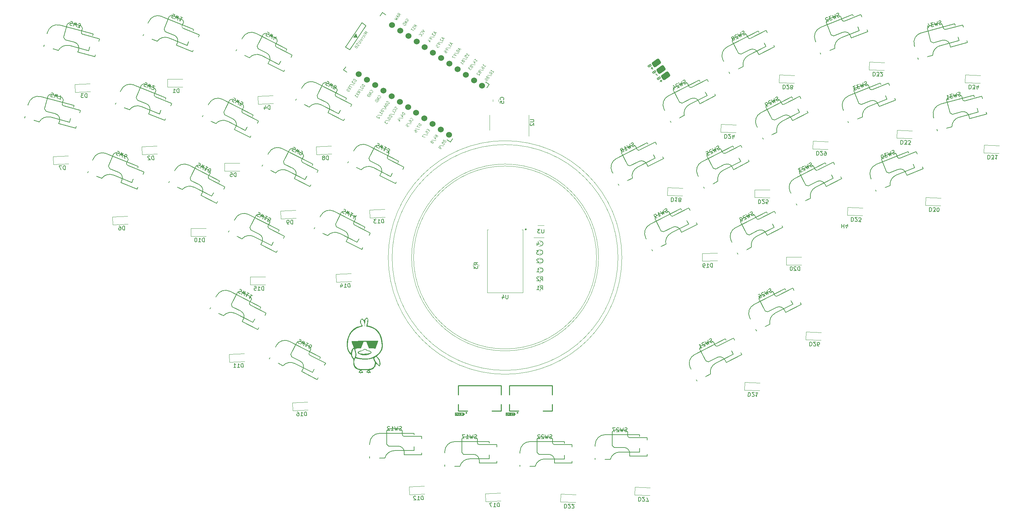
<source format=gbr>
%TF.GenerationSoftware,KiCad,Pcbnew,(6.0.4)*%
%TF.CreationDate,2022-10-17T18:10:13+02:00*%
%TF.ProjectId,Batreeq,42617472-6565-4712-9e6b-696361645f70,rev?*%
%TF.SameCoordinates,Original*%
%TF.FileFunction,Legend,Bot*%
%TF.FilePolarity,Positive*%
%FSLAX46Y46*%
G04 Gerber Fmt 4.6, Leading zero omitted, Abs format (unit mm)*
G04 Created by KiCad (PCBNEW (6.0.4)) date 2022-10-17 18:10:13*
%MOMM*%
%LPD*%
G01*
G04 APERTURE LIST*
G04 Aperture macros list*
%AMRoundRect*
0 Rectangle with rounded corners*
0 $1 Rounding radius*
0 $2 $3 $4 $5 $6 $7 $8 $9 X,Y pos of 4 corners*
0 Add a 4 corners polygon primitive as box body*
4,1,4,$2,$3,$4,$5,$6,$7,$8,$9,$2,$3,0*
0 Add four circle primitives for the rounded corners*
1,1,$1+$1,$2,$3*
1,1,$1+$1,$4,$5*
1,1,$1+$1,$6,$7*
1,1,$1+$1,$8,$9*
0 Add four rect primitives between the rounded corners*
20,1,$1+$1,$2,$3,$4,$5,0*
20,1,$1+$1,$4,$5,$6,$7,0*
20,1,$1+$1,$6,$7,$8,$9,0*
20,1,$1+$1,$8,$9,$2,$3,0*%
G04 Aperture macros list end*
%ADD10C,0.150000*%
%ADD11C,0.125000*%
%ADD12C,0.120000*%
%ADD13C,0.100000*%
%ADD14C,0.254000*%
%ADD15C,0.239605*%
%ADD16RoundRect,0.375000X-0.827182X-0.137458X-0.386343X-0.744220X0.827182X0.137458X0.386343X0.744220X0*%
%ADD17C,1.524000*%
G04 APERTURE END LIST*
D10*
%TO.C,SW7*%
X33383425Y-56039243D02*
X33533740Y-56030221D01*
X33763722Y-56091845D01*
X33843390Y-56162491D01*
X33877062Y-56220812D01*
X33898409Y-56325129D01*
X33873760Y-56417122D01*
X33803114Y-56496791D01*
X33744792Y-56530462D01*
X33640475Y-56551809D01*
X33444164Y-56548507D01*
X33339847Y-56569854D01*
X33281525Y-56603526D01*
X33210879Y-56683194D01*
X33186230Y-56775187D01*
X33207577Y-56879505D01*
X33241249Y-56937826D01*
X33320917Y-57008472D01*
X33550899Y-57070095D01*
X33701213Y-57061073D01*
X34010864Y-57193342D02*
X34499665Y-56289040D01*
X34498781Y-57028286D01*
X34867637Y-56387638D01*
X34838800Y-57415187D01*
X35114779Y-57489136D02*
X35758730Y-57661682D01*
X35603581Y-56584833D01*
%TO.C,SW26*%
X218426695Y-107106206D02*
X218321027Y-107213491D01*
X218108883Y-107321584D01*
X218002406Y-107322392D01*
X217938359Y-107301582D01*
X217852693Y-107238343D01*
X217809456Y-107153485D01*
X217808647Y-107047009D01*
X217829457Y-106982961D01*
X217892697Y-106897295D01*
X218040794Y-106768392D01*
X218104033Y-106682726D01*
X218124843Y-106618678D01*
X218124035Y-106512202D01*
X218080798Y-106427344D01*
X217995131Y-106364105D01*
X217931084Y-106343295D01*
X217824608Y-106344103D01*
X217612463Y-106452196D01*
X217506795Y-106559481D01*
X217188174Y-106668382D02*
X217430021Y-107667482D01*
X216936026Y-107117523D01*
X217090589Y-107840430D01*
X216424455Y-107057517D01*
X216170690Y-107293705D02*
X216106642Y-107272894D01*
X216000166Y-107273703D01*
X215788021Y-107381796D01*
X215724782Y-107467462D01*
X215703972Y-107531509D01*
X215704780Y-107637986D01*
X215748017Y-107722843D01*
X215855302Y-107828511D01*
X216623872Y-108078235D01*
X216072296Y-108359277D01*
X214854586Y-107857405D02*
X215024301Y-107770930D01*
X215130778Y-107770122D01*
X215194825Y-107790932D01*
X215344539Y-107874982D01*
X215473442Y-108023079D01*
X215646391Y-108362510D01*
X215647199Y-108468986D01*
X215626389Y-108533034D01*
X215563150Y-108618700D01*
X215393434Y-108705174D01*
X215286958Y-108705982D01*
X215222910Y-108685172D01*
X215137244Y-108621933D01*
X215029151Y-108409789D01*
X215028343Y-108303312D01*
X215049153Y-108239265D01*
X215112392Y-108153599D01*
X215282108Y-108067124D01*
X215388584Y-108066316D01*
X215452632Y-108087126D01*
X215538298Y-108150365D01*
%TO.C,SW34*%
X261934887Y-38344486D02*
X261809223Y-38427457D01*
X261579240Y-38489080D01*
X261474923Y-38467733D01*
X261416602Y-38434062D01*
X261345956Y-38354393D01*
X261321306Y-38262401D01*
X261342653Y-38158083D01*
X261376325Y-38099762D01*
X261455993Y-38029116D01*
X261627654Y-37933820D01*
X261707323Y-37863175D01*
X261740994Y-37804853D01*
X261762341Y-37700536D01*
X261737692Y-37608543D01*
X261667046Y-37528875D01*
X261608725Y-37495203D01*
X261504407Y-37473856D01*
X261274425Y-37535479D01*
X261148760Y-37618450D01*
X260814460Y-37658727D02*
X260843297Y-38686276D01*
X260474440Y-38045628D01*
X260475325Y-38784874D01*
X259986524Y-37880571D01*
X259710545Y-37954520D02*
X259112591Y-38114741D01*
X259533164Y-38396440D01*
X259395174Y-38433414D01*
X259315506Y-38504060D01*
X259281834Y-38562381D01*
X259260487Y-38666699D01*
X259322111Y-38896681D01*
X259392757Y-38976349D01*
X259451078Y-39010021D01*
X259555396Y-39031368D01*
X259831375Y-38957420D01*
X259911043Y-38886774D01*
X259944715Y-38828453D01*
X258370927Y-38658561D02*
X258543473Y-39302512D01*
X258502312Y-38228966D02*
X258917165Y-38857289D01*
X258319211Y-39017511D01*
%TO.C,SW21*%
X203154027Y-119964305D02*
X203048359Y-120071590D01*
X202836215Y-120179683D01*
X202729738Y-120180491D01*
X202665691Y-120159681D01*
X202580025Y-120096442D01*
X202536788Y-120011584D01*
X202535979Y-119905108D01*
X202556789Y-119841060D01*
X202620029Y-119755394D01*
X202768126Y-119626491D01*
X202831365Y-119540825D01*
X202852175Y-119476777D01*
X202851367Y-119370301D01*
X202808130Y-119285443D01*
X202722463Y-119222204D01*
X202658416Y-119201394D01*
X202551940Y-119202202D01*
X202339795Y-119310295D01*
X202234127Y-119417580D01*
X201915506Y-119526481D02*
X202157353Y-120525581D01*
X201663358Y-119975622D01*
X201817921Y-120698529D01*
X201151787Y-119915616D01*
X200898022Y-120151804D02*
X200833974Y-120130993D01*
X200727498Y-120131802D01*
X200515353Y-120239895D01*
X200452114Y-120325561D01*
X200431304Y-120389608D01*
X200432112Y-120496085D01*
X200475349Y-120580942D01*
X200582634Y-120686610D01*
X201351204Y-120936334D01*
X200799628Y-121217376D01*
X199951051Y-121649747D02*
X200460197Y-121390324D01*
X200205624Y-121520036D02*
X199751633Y-120629029D01*
X199901347Y-120713079D01*
X200029442Y-120754699D01*
X200135918Y-120753891D01*
%TO.C,SW25*%
X205045363Y-70418483D02*
X204939695Y-70525768D01*
X204727551Y-70633861D01*
X204621074Y-70634669D01*
X204557027Y-70613859D01*
X204471361Y-70550620D01*
X204428124Y-70465762D01*
X204427315Y-70359286D01*
X204448125Y-70295238D01*
X204511365Y-70209572D01*
X204659462Y-70080669D01*
X204722701Y-69995003D01*
X204743511Y-69930955D01*
X204742703Y-69824479D01*
X204699466Y-69739621D01*
X204613799Y-69676382D01*
X204549752Y-69655572D01*
X204443276Y-69656380D01*
X204231131Y-69764473D01*
X204125463Y-69871758D01*
X203806842Y-69980659D02*
X204048689Y-70979759D01*
X203554694Y-70429800D01*
X203709257Y-71152707D01*
X203043123Y-70369794D01*
X202789358Y-70605982D02*
X202725310Y-70585171D01*
X202618834Y-70585980D01*
X202406689Y-70694073D01*
X202343450Y-70779739D01*
X202322640Y-70843786D01*
X202323448Y-70950263D01*
X202366685Y-71035120D01*
X202473970Y-71140788D01*
X203242540Y-71390512D01*
X202690964Y-71671554D01*
X201430825Y-71191300D02*
X201855114Y-70975114D01*
X202113729Y-71377785D01*
X202049681Y-71356974D01*
X201943205Y-71357783D01*
X201731060Y-71465876D01*
X201667821Y-71551542D01*
X201647011Y-71615589D01*
X201647819Y-71722066D01*
X201755912Y-71934210D01*
X201841578Y-71997449D01*
X201905626Y-72018259D01*
X202012102Y-72017451D01*
X202224247Y-71909358D01*
X202287486Y-71823692D01*
X202308296Y-71759645D01*
%TO.C,SW4*%
X88810083Y-40393471D02*
X88958988Y-40415898D01*
X89171133Y-40523991D01*
X89234372Y-40609657D01*
X89255182Y-40673705D01*
X89254374Y-40780181D01*
X89211136Y-40865039D01*
X89125470Y-40928278D01*
X89061423Y-40949088D01*
X88954947Y-40948280D01*
X88763612Y-40904235D01*
X88657136Y-40903426D01*
X88593089Y-40924237D01*
X88507423Y-40987476D01*
X88464185Y-41072333D01*
X88463377Y-41178810D01*
X88484187Y-41242857D01*
X88547426Y-41328523D01*
X88759571Y-41436616D01*
X88908476Y-41459043D01*
X89183860Y-41652802D02*
X89849995Y-40869889D01*
X89695431Y-41592796D01*
X90189426Y-41042838D01*
X89947580Y-42041937D01*
X90820201Y-42112451D02*
X91122861Y-41518447D01*
X90435108Y-42343789D02*
X90547242Y-41599263D01*
X91098818Y-41880305D01*
%TO.C,SW8*%
X104158201Y-53058093D02*
X104307106Y-53080520D01*
X104519251Y-53188613D01*
X104582490Y-53274279D01*
X104603300Y-53338327D01*
X104602492Y-53444803D01*
X104559254Y-53529661D01*
X104473588Y-53592900D01*
X104409541Y-53613710D01*
X104303065Y-53612902D01*
X104111730Y-53568857D01*
X104005254Y-53568048D01*
X103941207Y-53588859D01*
X103855541Y-53652098D01*
X103812303Y-53736955D01*
X103811495Y-53843432D01*
X103832305Y-53907479D01*
X103895544Y-53993145D01*
X104107689Y-54101238D01*
X104256594Y-54123665D01*
X104531978Y-54317424D02*
X105198113Y-53534511D01*
X105043549Y-54257418D01*
X105537544Y-53707460D01*
X105295698Y-54706559D01*
X105956983Y-54562504D02*
X105850506Y-54561695D01*
X105786459Y-54582506D01*
X105700793Y-54645745D01*
X105679174Y-54688174D01*
X105678366Y-54794650D01*
X105699176Y-54858697D01*
X105762415Y-54944364D01*
X105932131Y-55030838D01*
X106038607Y-55031646D01*
X106102655Y-55010836D01*
X106188321Y-54947597D01*
X106209939Y-54905168D01*
X106210748Y-54798692D01*
X106189937Y-54734644D01*
X106126698Y-54648978D01*
X105956983Y-54562504D01*
X105893743Y-54476838D01*
X105872933Y-54412790D01*
X105873742Y-54306314D01*
X105960216Y-54136598D01*
X106045882Y-54073359D01*
X106109929Y-54052549D01*
X106216406Y-54053357D01*
X106386121Y-54139831D01*
X106449360Y-54225497D01*
X106470171Y-54289545D01*
X106469362Y-54396021D01*
X106382888Y-54565737D01*
X106297222Y-54628976D01*
X106233175Y-54649786D01*
X106126698Y-54648978D01*
%TO.C,SW22*%
X161850455Y-144794146D02*
X161707598Y-144841765D01*
X161469503Y-144841765D01*
X161374265Y-144794146D01*
X161326646Y-144746527D01*
X161279027Y-144651289D01*
X161279027Y-144556051D01*
X161326646Y-144460813D01*
X161374265Y-144413194D01*
X161469503Y-144365575D01*
X161659979Y-144317956D01*
X161755217Y-144270337D01*
X161802836Y-144222718D01*
X161850455Y-144127480D01*
X161850455Y-144032242D01*
X161802836Y-143937004D01*
X161755217Y-143889385D01*
X161659979Y-143841765D01*
X161421884Y-143841765D01*
X161279027Y-143889385D01*
X160945693Y-143841765D02*
X160707598Y-144841765D01*
X160517122Y-144127480D01*
X160326646Y-144841765D01*
X160088551Y-143841765D01*
X159755217Y-143937004D02*
X159707598Y-143889385D01*
X159612360Y-143841765D01*
X159374265Y-143841765D01*
X159279027Y-143889385D01*
X159231408Y-143937004D01*
X159183789Y-144032242D01*
X159183789Y-144127480D01*
X159231408Y-144270337D01*
X159802836Y-144841765D01*
X159183789Y-144841765D01*
X158802836Y-143937004D02*
X158755217Y-143889385D01*
X158659979Y-143841765D01*
X158421884Y-143841765D01*
X158326646Y-143889385D01*
X158279027Y-143937004D01*
X158231408Y-144032242D01*
X158231408Y-144127480D01*
X158279027Y-144270337D01*
X158850455Y-144841765D01*
X158231408Y-144841765D01*
%TO.C,SW27*%
X181154457Y-143016147D02*
X181011600Y-143063766D01*
X180773505Y-143063766D01*
X180678267Y-143016147D01*
X180630648Y-142968528D01*
X180583029Y-142873290D01*
X180583029Y-142778052D01*
X180630648Y-142682814D01*
X180678267Y-142635195D01*
X180773505Y-142587576D01*
X180963981Y-142539957D01*
X181059219Y-142492338D01*
X181106838Y-142444719D01*
X181154457Y-142349481D01*
X181154457Y-142254243D01*
X181106838Y-142159005D01*
X181059219Y-142111386D01*
X180963981Y-142063766D01*
X180725886Y-142063766D01*
X180583029Y-142111386D01*
X180249695Y-142063766D02*
X180011600Y-143063766D01*
X179821124Y-142349481D01*
X179630648Y-143063766D01*
X179392553Y-142063766D01*
X179059219Y-142159005D02*
X179011600Y-142111386D01*
X178916362Y-142063766D01*
X178678267Y-142063766D01*
X178583029Y-142111386D01*
X178535410Y-142159005D01*
X178487791Y-142254243D01*
X178487791Y-142349481D01*
X178535410Y-142492338D01*
X179106838Y-143063766D01*
X178487791Y-143063766D01*
X178154457Y-142063766D02*
X177487791Y-142063766D01*
X177916362Y-143063766D01*
%TO.C,SW33*%
X242904487Y-53960892D02*
X242789871Y-54058558D01*
X242569113Y-54147751D01*
X242462971Y-54139276D01*
X242400981Y-54112963D01*
X242321153Y-54042498D01*
X242285476Y-53954195D01*
X242293951Y-53848053D01*
X242320264Y-53786063D01*
X242390729Y-53706234D01*
X242549497Y-53590729D01*
X242619962Y-53510901D01*
X242646275Y-53448911D01*
X242654750Y-53342769D01*
X242619073Y-53254466D01*
X242539244Y-53184001D01*
X242477254Y-53157688D01*
X242371113Y-53149213D01*
X242150355Y-53238405D01*
X242035738Y-53336072D01*
X241708838Y-53416789D02*
X241862687Y-54433165D01*
X241418504Y-53842245D01*
X241509474Y-54575872D01*
X240914109Y-53737881D01*
X240649200Y-53844911D02*
X240075229Y-54076810D01*
X240526997Y-54305154D01*
X240394542Y-54358670D01*
X240324078Y-54438498D01*
X240297764Y-54500488D01*
X240289290Y-54606630D01*
X240378482Y-54827388D01*
X240458310Y-54897853D01*
X240520300Y-54924166D01*
X240626442Y-54932641D01*
X240891351Y-54825610D01*
X240961816Y-54745782D01*
X240988130Y-54683792D01*
X239766167Y-54201679D02*
X239192197Y-54433579D01*
X239643965Y-54661923D01*
X239511510Y-54715438D01*
X239441045Y-54795266D01*
X239414732Y-54857256D01*
X239406257Y-54963398D01*
X239495449Y-55184156D01*
X239575278Y-55254621D01*
X239637268Y-55280934D01*
X239743410Y-55289409D01*
X240008319Y-55182378D01*
X240078784Y-55102550D01*
X240105097Y-55040560D01*
%TO.C,SW16*%
X96999431Y-119316856D02*
X97148336Y-119339283D01*
X97360481Y-119447376D01*
X97423720Y-119533042D01*
X97444530Y-119597090D01*
X97443722Y-119703566D01*
X97400485Y-119788424D01*
X97314819Y-119851663D01*
X97250771Y-119872473D01*
X97144295Y-119871665D01*
X96952961Y-119827620D01*
X96846484Y-119826811D01*
X96782437Y-119847622D01*
X96696771Y-119910861D01*
X96653534Y-119995718D01*
X96652725Y-120102195D01*
X96673535Y-120166242D01*
X96736775Y-120251908D01*
X96948919Y-120360001D01*
X97097824Y-120382428D01*
X97373208Y-120576187D02*
X98039343Y-119793274D01*
X97884779Y-120516181D01*
X98378774Y-119966223D01*
X98136928Y-120965322D01*
X99397067Y-120485069D02*
X98887920Y-120225646D01*
X99142494Y-120355357D02*
X98688503Y-121246364D01*
X98668501Y-121075840D01*
X98626881Y-120947745D01*
X98563642Y-120862079D01*
X99706796Y-121765210D02*
X99537081Y-121678736D01*
X99473842Y-121593070D01*
X99453031Y-121529022D01*
X99433029Y-121358498D01*
X99477075Y-121167164D01*
X99650024Y-120827733D01*
X99735690Y-120764494D01*
X99799737Y-120743684D01*
X99906214Y-120744492D01*
X100075929Y-120830966D01*
X100139168Y-120916632D01*
X100159979Y-120980680D01*
X100159170Y-121087156D01*
X100051077Y-121299301D01*
X99965411Y-121362540D01*
X99901364Y-121383350D01*
X99794887Y-121382542D01*
X99625172Y-121296067D01*
X99561933Y-121210401D01*
X99541122Y-121146354D01*
X99541931Y-121039878D01*
%TO.C,SW28*%
X211556702Y-40903828D02*
X211451034Y-41011113D01*
X211238890Y-41119206D01*
X211132413Y-41120014D01*
X211068366Y-41099204D01*
X210982700Y-41035965D01*
X210939463Y-40951107D01*
X210938654Y-40844631D01*
X210959464Y-40780583D01*
X211022704Y-40694917D01*
X211170801Y-40566014D01*
X211234040Y-40480348D01*
X211254850Y-40416300D01*
X211254042Y-40309824D01*
X211210805Y-40224966D01*
X211125138Y-40161727D01*
X211061091Y-40140917D01*
X210954615Y-40141725D01*
X210742470Y-40249818D01*
X210636802Y-40357103D01*
X210318181Y-40466004D02*
X210560028Y-41465104D01*
X210066033Y-40915145D01*
X210220596Y-41638052D01*
X209554462Y-40855139D01*
X209300697Y-41091327D02*
X209236649Y-41070516D01*
X209130173Y-41071325D01*
X208918028Y-41179418D01*
X208854789Y-41265084D01*
X208833979Y-41329131D01*
X208834787Y-41435608D01*
X208878024Y-41520465D01*
X208985309Y-41626133D01*
X209753879Y-41875857D01*
X209202303Y-42156899D01*
X208433734Y-41907175D02*
X208496973Y-41821509D01*
X208517783Y-41757462D01*
X208516975Y-41650985D01*
X208495356Y-41608556D01*
X208409690Y-41545317D01*
X208345643Y-41524507D01*
X208239166Y-41525315D01*
X208069451Y-41611790D01*
X208006211Y-41697456D01*
X207985401Y-41761503D01*
X207986210Y-41867980D01*
X208007828Y-41910408D01*
X208093494Y-41973648D01*
X208157542Y-41994458D01*
X208264018Y-41993650D01*
X208433734Y-41907175D01*
X208540210Y-41906367D01*
X208604257Y-41927177D01*
X208689923Y-41990416D01*
X208776398Y-42160132D01*
X208777206Y-42266608D01*
X208756396Y-42330656D01*
X208693157Y-42416322D01*
X208523441Y-42502796D01*
X208416965Y-42503604D01*
X208352917Y-42482794D01*
X208267251Y-42419555D01*
X208180777Y-42249839D01*
X208179969Y-42143363D01*
X208200779Y-42079316D01*
X208264018Y-41993650D01*
%TO.C,SW5*%
X80184267Y-57322595D02*
X80333172Y-57345022D01*
X80545317Y-57453115D01*
X80608556Y-57538781D01*
X80629366Y-57602829D01*
X80628558Y-57709305D01*
X80585320Y-57794163D01*
X80499654Y-57857402D01*
X80435607Y-57878212D01*
X80329131Y-57877404D01*
X80137796Y-57833359D01*
X80031320Y-57832550D01*
X79967273Y-57853361D01*
X79881607Y-57916600D01*
X79838369Y-58001457D01*
X79837561Y-58107934D01*
X79858371Y-58171981D01*
X79921610Y-58257647D01*
X80133755Y-58365740D01*
X80282660Y-58388167D01*
X80558044Y-58581926D02*
X81224179Y-57799013D01*
X81069615Y-58521920D01*
X81563610Y-57971962D01*
X81321764Y-58971061D01*
X82085483Y-59360196D02*
X81661195Y-59144010D01*
X81834952Y-58698102D01*
X81855762Y-58762150D01*
X81919001Y-58847816D01*
X82131146Y-58955909D01*
X82237622Y-58956717D01*
X82301669Y-58935907D01*
X82387335Y-58872668D01*
X82495428Y-58660523D01*
X82496237Y-58554047D01*
X82475426Y-58489999D01*
X82412187Y-58404333D01*
X82200043Y-58296240D01*
X82093567Y-58295432D01*
X82029519Y-58316242D01*
%TO.C,SW15*%
X86482273Y-86700157D02*
X86631178Y-86722584D01*
X86843323Y-86830677D01*
X86906562Y-86916343D01*
X86927372Y-86980391D01*
X86926564Y-87086867D01*
X86883327Y-87171725D01*
X86797661Y-87234964D01*
X86733613Y-87255774D01*
X86627137Y-87254966D01*
X86435803Y-87210921D01*
X86329326Y-87210112D01*
X86265279Y-87230923D01*
X86179613Y-87294162D01*
X86136376Y-87379019D01*
X86135567Y-87485496D01*
X86156377Y-87549543D01*
X86219617Y-87635209D01*
X86431761Y-87743302D01*
X86580666Y-87765729D01*
X86856050Y-87959488D02*
X87522185Y-87176575D01*
X87367621Y-87899482D01*
X87861616Y-87349524D01*
X87619770Y-88348623D01*
X88879909Y-87868370D02*
X88370762Y-87608947D01*
X88625336Y-87738658D02*
X88171345Y-88629665D01*
X88151343Y-88459141D01*
X88109723Y-88331046D01*
X88046484Y-88245380D01*
X89232067Y-89170130D02*
X88807778Y-88953944D01*
X88981536Y-88508036D01*
X89002346Y-88572084D01*
X89065585Y-88657750D01*
X89277729Y-88765843D01*
X89384206Y-88766651D01*
X89448253Y-88745841D01*
X89533919Y-88682602D01*
X89642012Y-88470457D01*
X89642821Y-88363981D01*
X89622010Y-88299933D01*
X89558771Y-88214267D01*
X89346627Y-88106174D01*
X89240150Y-88105366D01*
X89176103Y-88126176D01*
%TO.C,SW31*%
X266861111Y-56704534D02*
X266735447Y-56787505D01*
X266505464Y-56849128D01*
X266401147Y-56827781D01*
X266342826Y-56794110D01*
X266272180Y-56714441D01*
X266247530Y-56622449D01*
X266268877Y-56518131D01*
X266302549Y-56459810D01*
X266382217Y-56389164D01*
X266553878Y-56293868D01*
X266633547Y-56223223D01*
X266667218Y-56164901D01*
X266688565Y-56060584D01*
X266663916Y-55968591D01*
X266593270Y-55888923D01*
X266534949Y-55855251D01*
X266430631Y-55833904D01*
X266200649Y-55895527D01*
X266074984Y-55978498D01*
X265740684Y-56018775D02*
X265769521Y-57046324D01*
X265400664Y-56405676D01*
X265401549Y-57144922D01*
X264912748Y-56240619D01*
X264636769Y-56314568D02*
X264038815Y-56474789D01*
X264459388Y-56756488D01*
X264321398Y-56793462D01*
X264241730Y-56864108D01*
X264208058Y-56922429D01*
X264186711Y-57026747D01*
X264248335Y-57256729D01*
X264318981Y-57336397D01*
X264377302Y-57370069D01*
X264481620Y-57391416D01*
X264757599Y-57317468D01*
X264837267Y-57246822D01*
X264870939Y-57188501D01*
X263377705Y-57687209D02*
X263929662Y-57539313D01*
X263653683Y-57613261D02*
X263394864Y-56647335D01*
X263523831Y-56760675D01*
X263640474Y-56828019D01*
X263744791Y-56849366D01*
%TO.C,SW23*%
X228808339Y-74762075D02*
X228702671Y-74869360D01*
X228490527Y-74977453D01*
X228384050Y-74978261D01*
X228320003Y-74957451D01*
X228234337Y-74894212D01*
X228191100Y-74809354D01*
X228190291Y-74702878D01*
X228211101Y-74638830D01*
X228274341Y-74553164D01*
X228422438Y-74424261D01*
X228485677Y-74338595D01*
X228506487Y-74274547D01*
X228505679Y-74168071D01*
X228462442Y-74083213D01*
X228376775Y-74019974D01*
X228312728Y-73999164D01*
X228206252Y-73999972D01*
X227994107Y-74108065D01*
X227888439Y-74215350D01*
X227569818Y-74324251D02*
X227811665Y-75323351D01*
X227317670Y-74773392D01*
X227472233Y-75496299D01*
X226806099Y-74713386D01*
X226552334Y-74949574D02*
X226488286Y-74928763D01*
X226381810Y-74929572D01*
X226169665Y-75037665D01*
X226106426Y-75123331D01*
X226085616Y-75187378D01*
X226086424Y-75293855D01*
X226129661Y-75378712D01*
X226236946Y-75484380D01*
X227005516Y-75734104D01*
X226453940Y-76015146D01*
X225702948Y-75275469D02*
X225151372Y-75556511D01*
X225621323Y-75744612D01*
X225494036Y-75809468D01*
X225430797Y-75895134D01*
X225409987Y-75959181D01*
X225410795Y-76065658D01*
X225518888Y-76277802D01*
X225604554Y-76341041D01*
X225668602Y-76361851D01*
X225775078Y-76361043D01*
X226029651Y-76231332D01*
X226092891Y-76145665D01*
X226113701Y-76081618D01*
%TO.C,SW6*%
X50297911Y-70999557D02*
X50448204Y-71008921D01*
X50668962Y-71098113D01*
X50739427Y-71177941D01*
X50765740Y-71239931D01*
X50774215Y-71346073D01*
X50738538Y-71434376D01*
X50658710Y-71504841D01*
X50596720Y-71531154D01*
X50490578Y-71539629D01*
X50296133Y-71512427D01*
X50189992Y-71520902D01*
X50128002Y-71547215D01*
X50048173Y-71617680D01*
X50012496Y-71705983D01*
X50020971Y-71812125D01*
X50047284Y-71874115D01*
X50117749Y-71953943D01*
X50338507Y-72043135D01*
X50488800Y-72052499D01*
X50780023Y-72221519D02*
X51375388Y-71383528D01*
X51284418Y-72117155D01*
X51728601Y-71526235D01*
X51574752Y-72542611D01*
X52325330Y-72845864D02*
X52148723Y-72774510D01*
X52078258Y-72694682D01*
X52051945Y-72632692D01*
X52017157Y-72464560D01*
X52044359Y-72270115D01*
X52187067Y-71916902D01*
X52266895Y-71846437D01*
X52328885Y-71820124D01*
X52435027Y-71811649D01*
X52611633Y-71883003D01*
X52682098Y-71962831D01*
X52708411Y-72024821D01*
X52716886Y-72130963D01*
X52627694Y-72351721D01*
X52547865Y-72422186D01*
X52485875Y-72448499D01*
X52379734Y-72456974D01*
X52203127Y-72385620D01*
X52132662Y-72305792D01*
X52106349Y-72243802D01*
X52097874Y-72137660D01*
%TO.C,SW12*%
X123244869Y-142674148D02*
X123102012Y-142721767D01*
X122863917Y-142721767D01*
X122768679Y-142674148D01*
X122721060Y-142626529D01*
X122673441Y-142531291D01*
X122673441Y-142436053D01*
X122721060Y-142340815D01*
X122768679Y-142293196D01*
X122863917Y-142245577D01*
X123054393Y-142197958D01*
X123149631Y-142150339D01*
X123197250Y-142102720D01*
X123244869Y-142007482D01*
X123244869Y-141912244D01*
X123197250Y-141817006D01*
X123149631Y-141769387D01*
X123054393Y-141721767D01*
X122816298Y-141721767D01*
X122673441Y-141769387D01*
X122340107Y-141721767D02*
X122102012Y-142721767D01*
X121911536Y-142007482D01*
X121721060Y-142721767D01*
X121482965Y-141721767D01*
X120578203Y-142721767D02*
X121149631Y-142721767D01*
X120863917Y-142721767D02*
X120863917Y-141721767D01*
X120959155Y-141864625D01*
X121054393Y-141959863D01*
X121149631Y-142007482D01*
X120197250Y-141817006D02*
X120149631Y-141769387D01*
X120054393Y-141721767D01*
X119816298Y-141721767D01*
X119721060Y-141769387D01*
X119673441Y-141817006D01*
X119625822Y-141912244D01*
X119625822Y-142007482D01*
X119673441Y-142150339D01*
X120244869Y-142721767D01*
X119625822Y-142721767D01*
%TO.C,SW1*%
X64532960Y-35766571D02*
X64683253Y-35775935D01*
X64904011Y-35865127D01*
X64974476Y-35944955D01*
X65000789Y-36006945D01*
X65009264Y-36113087D01*
X64973587Y-36201390D01*
X64893759Y-36271855D01*
X64831769Y-36298168D01*
X64725627Y-36306643D01*
X64531182Y-36279441D01*
X64425041Y-36287916D01*
X64363051Y-36314229D01*
X64283222Y-36384694D01*
X64247545Y-36472997D01*
X64256020Y-36579139D01*
X64282333Y-36641129D01*
X64352798Y-36720957D01*
X64573556Y-36810149D01*
X64723849Y-36819513D01*
X65015072Y-36988533D02*
X65610437Y-36150542D01*
X65519467Y-36884169D01*
X65963650Y-36293249D01*
X65809801Y-37309625D01*
X67023289Y-36721371D02*
X66493469Y-36507310D01*
X66758379Y-36614340D02*
X66383772Y-37541524D01*
X66348984Y-37373392D01*
X66296358Y-37249412D01*
X66225893Y-37169584D01*
%TO.C,SW11*%
X81726761Y-106458753D02*
X81875666Y-106481180D01*
X82087811Y-106589273D01*
X82151050Y-106674939D01*
X82171860Y-106738987D01*
X82171052Y-106845463D01*
X82127815Y-106930321D01*
X82042149Y-106993560D01*
X81978101Y-107014370D01*
X81871625Y-107013562D01*
X81680291Y-106969517D01*
X81573814Y-106968708D01*
X81509767Y-106989519D01*
X81424101Y-107052758D01*
X81380864Y-107137615D01*
X81380055Y-107244092D01*
X81400865Y-107308139D01*
X81464105Y-107393805D01*
X81676249Y-107501898D01*
X81825154Y-107524325D01*
X82100538Y-107718084D02*
X82766673Y-106935171D01*
X82612109Y-107658078D01*
X83106104Y-107108120D01*
X82864258Y-108107219D01*
X84124397Y-107626966D02*
X83615250Y-107367543D01*
X83869824Y-107497254D02*
X83415833Y-108388261D01*
X83395831Y-108217737D01*
X83354211Y-108089642D01*
X83290972Y-108003976D01*
X84972975Y-108059338D02*
X84463828Y-107799915D01*
X84718401Y-107929626D02*
X84264411Y-108820633D01*
X84244409Y-108650109D01*
X84202788Y-108522014D01*
X84139549Y-108436348D01*
%TO.C,SW19*%
X191693763Y-86536175D02*
X191588095Y-86643460D01*
X191375951Y-86751553D01*
X191269474Y-86752361D01*
X191205427Y-86731551D01*
X191119761Y-86668312D01*
X191076524Y-86583454D01*
X191075715Y-86476978D01*
X191096525Y-86412930D01*
X191159765Y-86327264D01*
X191307862Y-86198361D01*
X191371101Y-86112695D01*
X191391911Y-86048647D01*
X191391103Y-85942171D01*
X191347866Y-85857313D01*
X191262199Y-85794074D01*
X191198152Y-85773264D01*
X191091676Y-85774072D01*
X190879531Y-85882165D01*
X190773863Y-85989450D01*
X190455242Y-86098351D02*
X190697089Y-87097451D01*
X190203094Y-86547492D01*
X190357657Y-87270399D01*
X189691523Y-86487486D01*
X189339364Y-87789246D02*
X189848511Y-87529822D01*
X189593938Y-87659534D02*
X189139947Y-86768527D01*
X189289661Y-86852577D01*
X189417756Y-86894198D01*
X189524232Y-86893389D01*
X188915075Y-88005432D02*
X188745360Y-88091906D01*
X188638884Y-88092714D01*
X188574836Y-88071904D01*
X188425123Y-87987854D01*
X188296219Y-87839758D01*
X188123271Y-87500327D01*
X188122462Y-87393850D01*
X188143272Y-87329803D01*
X188206512Y-87244137D01*
X188376227Y-87157662D01*
X188482704Y-87156854D01*
X188546751Y-87177664D01*
X188632417Y-87240903D01*
X188740510Y-87453048D01*
X188741318Y-87559524D01*
X188720508Y-87623572D01*
X188657269Y-87709238D01*
X188487553Y-87795712D01*
X188381077Y-87796520D01*
X188317030Y-87775710D01*
X188231363Y-87712471D01*
%TO.C,SW3*%
X38293476Y-37668852D02*
X38443791Y-37659830D01*
X38673773Y-37721454D01*
X38753441Y-37792100D01*
X38787113Y-37850421D01*
X38808460Y-37954738D01*
X38783811Y-38046731D01*
X38713165Y-38126400D01*
X38654843Y-38160071D01*
X38550526Y-38181418D01*
X38354215Y-38178116D01*
X38249898Y-38199463D01*
X38191576Y-38233135D01*
X38120930Y-38312803D01*
X38096281Y-38404796D01*
X38117628Y-38509114D01*
X38151300Y-38567435D01*
X38230968Y-38638081D01*
X38460950Y-38699704D01*
X38611264Y-38690682D01*
X38920915Y-38822951D02*
X39409716Y-37918649D01*
X39408832Y-38657895D01*
X39777688Y-38017247D01*
X39748851Y-39044796D01*
X40024830Y-39118745D02*
X40622784Y-39278966D01*
X40399407Y-38824721D01*
X40537396Y-38861695D01*
X40641714Y-38840348D01*
X40700035Y-38806677D01*
X40770681Y-38727008D01*
X40832305Y-38497026D01*
X40810958Y-38392708D01*
X40777286Y-38334387D01*
X40697618Y-38263741D01*
X40421639Y-38189793D01*
X40317321Y-38211140D01*
X40259000Y-38244812D01*
%TO.C,SW10*%
X71134156Y-74035534D02*
X71283061Y-74057961D01*
X71495206Y-74166054D01*
X71558445Y-74251720D01*
X71579255Y-74315768D01*
X71578447Y-74422244D01*
X71535210Y-74507102D01*
X71449544Y-74570341D01*
X71385496Y-74591151D01*
X71279020Y-74590343D01*
X71087686Y-74546298D01*
X70981209Y-74545489D01*
X70917162Y-74566300D01*
X70831496Y-74629539D01*
X70788259Y-74714396D01*
X70787450Y-74820873D01*
X70808260Y-74884920D01*
X70871500Y-74970586D01*
X71083644Y-75078679D01*
X71232549Y-75101106D01*
X71507933Y-75294865D02*
X72174068Y-74511952D01*
X72019504Y-75234859D01*
X72513499Y-74684901D01*
X72271653Y-75684000D01*
X73531792Y-75203747D02*
X73022645Y-74944324D01*
X73277219Y-75074035D02*
X72823228Y-75965042D01*
X72803226Y-75794518D01*
X72761606Y-75666423D01*
X72698367Y-75580757D01*
X73629377Y-76375795D02*
X73714235Y-76419032D01*
X73820711Y-76419841D01*
X73884759Y-76399030D01*
X73970425Y-76335791D01*
X74099328Y-76187694D01*
X74207421Y-75975550D01*
X74251466Y-75784216D01*
X74252275Y-75677739D01*
X74231464Y-75613692D01*
X74168225Y-75528026D01*
X74083367Y-75484789D01*
X73976891Y-75483980D01*
X73912844Y-75504791D01*
X73827178Y-75568030D01*
X73698274Y-75716127D01*
X73590181Y-75928271D01*
X73546136Y-76119605D01*
X73545328Y-76226082D01*
X73566138Y-76290129D01*
X73629377Y-76375795D01*
%TO.C,SW32*%
X235786963Y-36344401D02*
X235672347Y-36442067D01*
X235451589Y-36531260D01*
X235345447Y-36522785D01*
X235283457Y-36496472D01*
X235203629Y-36426007D01*
X235167952Y-36337704D01*
X235176427Y-36231562D01*
X235202740Y-36169572D01*
X235273205Y-36089743D01*
X235431973Y-35974238D01*
X235502438Y-35894410D01*
X235528751Y-35832420D01*
X235537226Y-35726278D01*
X235501549Y-35637975D01*
X235421720Y-35567510D01*
X235359730Y-35541197D01*
X235253589Y-35532722D01*
X235032831Y-35621914D01*
X234918214Y-35719581D01*
X234591314Y-35800298D02*
X234745163Y-36816674D01*
X234300980Y-36225754D01*
X234391950Y-36959381D01*
X233796585Y-36121390D01*
X233531676Y-36228420D02*
X232957705Y-36460319D01*
X233409473Y-36688663D01*
X233277018Y-36742179D01*
X233206554Y-36822007D01*
X233180240Y-36883997D01*
X233171766Y-36990139D01*
X233260958Y-37210897D01*
X233340786Y-37281362D01*
X233402776Y-37307675D01*
X233508918Y-37316150D01*
X233773827Y-37209119D01*
X233844292Y-37129291D01*
X233870606Y-37067301D01*
X232640169Y-36691330D02*
X232578179Y-36665017D01*
X232472037Y-36656542D01*
X232251279Y-36745734D01*
X232180814Y-36825562D01*
X232154501Y-36887552D01*
X232146026Y-36993694D01*
X232181703Y-37081997D01*
X232279370Y-37196614D01*
X233023250Y-37512372D01*
X232449279Y-37744271D01*
%TO.C,PAD1*%
X189338033Y-52327174D02*
X189436028Y-52397241D01*
X189489240Y-52405669D01*
X189573271Y-52391705D01*
X189665730Y-52324529D01*
X189704978Y-52248926D01*
X189713405Y-52195715D01*
X189699442Y-52111683D01*
X189520307Y-51865126D01*
X188873093Y-52335354D01*
X189029836Y-52551092D01*
X189105439Y-52590339D01*
X189158651Y-52598767D01*
X189242682Y-52584803D01*
X189304322Y-52540020D01*
X189343569Y-52464416D01*
X189351997Y-52411205D01*
X189338033Y-52327174D01*
X189181290Y-52111436D01*
X189743978Y-52691474D02*
X190102247Y-53184589D01*
X190169670Y-52758897D02*
X189676555Y-53117166D01*
X186986892Y-49091106D02*
X187084887Y-49161173D01*
X187138099Y-49169601D01*
X187222130Y-49155637D01*
X187314589Y-49088461D01*
X187353837Y-49012858D01*
X187362264Y-48959647D01*
X187348301Y-48875615D01*
X187169166Y-48629058D01*
X186521952Y-49099286D01*
X186678695Y-49315024D01*
X186754298Y-49354271D01*
X186807510Y-49362699D01*
X186891541Y-49348735D01*
X186953181Y-49303952D01*
X186992428Y-49228348D01*
X187000856Y-49175137D01*
X186986892Y-49091106D01*
X186830149Y-48875368D01*
X187392837Y-49455406D02*
X187751106Y-49948521D01*
X187818529Y-49522829D02*
X187325414Y-49881098D01*
X188162462Y-50709140D02*
X188260457Y-50779207D01*
X188313669Y-50787635D01*
X188397700Y-50773671D01*
X188490159Y-50706495D01*
X188529407Y-50630892D01*
X188537834Y-50577681D01*
X188523871Y-50493649D01*
X188344736Y-50247092D01*
X187697522Y-50717320D01*
X187854265Y-50933058D01*
X187929868Y-50972305D01*
X187983080Y-50980733D01*
X188067111Y-50966769D01*
X188128751Y-50921986D01*
X188167998Y-50846382D01*
X188176426Y-50793171D01*
X188162462Y-50709140D01*
X188005719Y-50493402D01*
X188568407Y-51073440D02*
X188926676Y-51566555D01*
%TO.C,SW9*%
X95532379Y-69987218D02*
X95681284Y-70009645D01*
X95893429Y-70117738D01*
X95956668Y-70203404D01*
X95977478Y-70267452D01*
X95976670Y-70373928D01*
X95933432Y-70458786D01*
X95847766Y-70522025D01*
X95783719Y-70542835D01*
X95677243Y-70542027D01*
X95485908Y-70497982D01*
X95379432Y-70497173D01*
X95315385Y-70517984D01*
X95229719Y-70581223D01*
X95186481Y-70666080D01*
X95185673Y-70772557D01*
X95206483Y-70836604D01*
X95269722Y-70922270D01*
X95481867Y-71030363D01*
X95630772Y-71052790D01*
X95906156Y-71246549D02*
X96572291Y-70463636D01*
X96417727Y-71186543D01*
X96911722Y-70636585D01*
X96669876Y-71635684D01*
X97505726Y-70939245D02*
X97675442Y-71025719D01*
X97738681Y-71111385D01*
X97759491Y-71175433D01*
X97779493Y-71345957D01*
X97735447Y-71537291D01*
X97562499Y-71876722D01*
X97476833Y-71939961D01*
X97412785Y-71960771D01*
X97306309Y-71959963D01*
X97136593Y-71873489D01*
X97073354Y-71787822D01*
X97052544Y-71723775D01*
X97053352Y-71617299D01*
X97161445Y-71405154D01*
X97247111Y-71341915D01*
X97311159Y-71321105D01*
X97417635Y-71321913D01*
X97587351Y-71408387D01*
X97650590Y-71494054D01*
X97671400Y-71558101D01*
X97670592Y-71664577D01*
%TO.C,SW13*%
X117085512Y-68959601D02*
X117234417Y-68982028D01*
X117446562Y-69090121D01*
X117509801Y-69175787D01*
X117530611Y-69239835D01*
X117529803Y-69346311D01*
X117486566Y-69431169D01*
X117400900Y-69494408D01*
X117336852Y-69515218D01*
X117230376Y-69514410D01*
X117039042Y-69470365D01*
X116932565Y-69469556D01*
X116868518Y-69490367D01*
X116782852Y-69553606D01*
X116739615Y-69638463D01*
X116738806Y-69744940D01*
X116759616Y-69808987D01*
X116822856Y-69894653D01*
X117035000Y-70002746D01*
X117183905Y-70025173D01*
X117459289Y-70218932D02*
X118125424Y-69436019D01*
X117970860Y-70158926D01*
X118464855Y-69608968D01*
X118223009Y-70608067D01*
X119483148Y-70127814D02*
X118974001Y-69868391D01*
X119228575Y-69998102D02*
X118774584Y-70889109D01*
X118754582Y-70718585D01*
X118712962Y-70590490D01*
X118649723Y-70504824D01*
X119326160Y-71170151D02*
X119877735Y-71451192D01*
X119753682Y-70960431D01*
X119880968Y-71025287D01*
X119987445Y-71026095D01*
X120051492Y-71005285D01*
X120137158Y-70942046D01*
X120245251Y-70729901D01*
X120246060Y-70623425D01*
X120225249Y-70559377D01*
X120162010Y-70473711D01*
X119907437Y-70344000D01*
X119800960Y-70343191D01*
X119736913Y-70364002D01*
%TO.C,SW18*%
X183067945Y-69607050D02*
X182962277Y-69714335D01*
X182750133Y-69822428D01*
X182643656Y-69823236D01*
X182579609Y-69802426D01*
X182493943Y-69739187D01*
X182450706Y-69654329D01*
X182449897Y-69547853D01*
X182470707Y-69483805D01*
X182533947Y-69398139D01*
X182682044Y-69269236D01*
X182745283Y-69183570D01*
X182766093Y-69119522D01*
X182765285Y-69013046D01*
X182722048Y-68928188D01*
X182636381Y-68864949D01*
X182572334Y-68844139D01*
X182465858Y-68844947D01*
X182253713Y-68953040D01*
X182148045Y-69060325D01*
X181829424Y-69169226D02*
X182071271Y-70168326D01*
X181577276Y-69618367D01*
X181731839Y-70341274D01*
X181065705Y-69558361D01*
X180713546Y-70860121D02*
X181222693Y-70600697D01*
X180968120Y-70730409D02*
X180514129Y-69839402D01*
X180663843Y-69923452D01*
X180791938Y-69965073D01*
X180898414Y-69964264D01*
X179944977Y-70610397D02*
X180008216Y-70524731D01*
X180029026Y-70460684D01*
X180028218Y-70354207D01*
X180006599Y-70311778D01*
X179920933Y-70248539D01*
X179856886Y-70227729D01*
X179750409Y-70228537D01*
X179580694Y-70315012D01*
X179517454Y-70400678D01*
X179496644Y-70464725D01*
X179497453Y-70571202D01*
X179519071Y-70613630D01*
X179604737Y-70676870D01*
X179668785Y-70697680D01*
X179775261Y-70696872D01*
X179944977Y-70610397D01*
X180051453Y-70609589D01*
X180115500Y-70630399D01*
X180201166Y-70693638D01*
X180287641Y-70863354D01*
X180288449Y-70969830D01*
X180267639Y-71033878D01*
X180204400Y-71119544D01*
X180034684Y-71206018D01*
X179928208Y-71206826D01*
X179864160Y-71186016D01*
X179778494Y-71122777D01*
X179692020Y-70953061D01*
X179691212Y-70846585D01*
X179712022Y-70782538D01*
X179775261Y-70696872D01*
%TO.C,SW24*%
X196419548Y-53489358D02*
X196313880Y-53596643D01*
X196101736Y-53704736D01*
X195995259Y-53705544D01*
X195931212Y-53684734D01*
X195845546Y-53621495D01*
X195802309Y-53536637D01*
X195801500Y-53430161D01*
X195822310Y-53366113D01*
X195885550Y-53280447D01*
X196033647Y-53151544D01*
X196096886Y-53065878D01*
X196117696Y-53001830D01*
X196116888Y-52895354D01*
X196073651Y-52810496D01*
X195987984Y-52747257D01*
X195923937Y-52726447D01*
X195817461Y-52727255D01*
X195605316Y-52835348D01*
X195499648Y-52942633D01*
X195181027Y-53051534D02*
X195422874Y-54050634D01*
X194928879Y-53500675D01*
X195083442Y-54223582D01*
X194417308Y-53440669D01*
X194163543Y-53676857D02*
X194099495Y-53656046D01*
X193993019Y-53656855D01*
X193780874Y-53764948D01*
X193717635Y-53850614D01*
X193696825Y-53914661D01*
X193697633Y-54021138D01*
X193740870Y-54105995D01*
X193848155Y-54211663D01*
X194616725Y-54461387D01*
X194065149Y-54742429D01*
X192998769Y-54537559D02*
X193301429Y-55131563D01*
X193037965Y-54090035D02*
X193574388Y-54618375D01*
X193022813Y-54899417D01*
%TO.C,SW17*%
X142524867Y-144790839D02*
X142382010Y-144838458D01*
X142143915Y-144838458D01*
X142048677Y-144790839D01*
X142001058Y-144743220D01*
X141953439Y-144647982D01*
X141953439Y-144552744D01*
X142001058Y-144457506D01*
X142048677Y-144409887D01*
X142143915Y-144362268D01*
X142334391Y-144314649D01*
X142429629Y-144267030D01*
X142477248Y-144219411D01*
X142524867Y-144124173D01*
X142524867Y-144028935D01*
X142477248Y-143933697D01*
X142429629Y-143886078D01*
X142334391Y-143838458D01*
X142096296Y-143838458D01*
X141953439Y-143886078D01*
X141620105Y-143838458D02*
X141382010Y-144838458D01*
X141191534Y-144124173D01*
X141001058Y-144838458D01*
X140762963Y-143838458D01*
X139858201Y-144838458D02*
X140429629Y-144838458D01*
X140143915Y-144838458D02*
X140143915Y-143838458D01*
X140239153Y-143981316D01*
X140334391Y-144076554D01*
X140429629Y-144124173D01*
X139524867Y-143838458D02*
X138858201Y-143838458D01*
X139286772Y-144838458D01*
%TO.C,SW29*%
X220182522Y-57832954D02*
X220076854Y-57940239D01*
X219864710Y-58048332D01*
X219758233Y-58049140D01*
X219694186Y-58028330D01*
X219608520Y-57965091D01*
X219565283Y-57880233D01*
X219564474Y-57773757D01*
X219585284Y-57709709D01*
X219648524Y-57624043D01*
X219796621Y-57495140D01*
X219859860Y-57409474D01*
X219880670Y-57345426D01*
X219879862Y-57238950D01*
X219836625Y-57154092D01*
X219750958Y-57090853D01*
X219686911Y-57070043D01*
X219580435Y-57070851D01*
X219368290Y-57178944D01*
X219262622Y-57286229D01*
X218944001Y-57395130D02*
X219185848Y-58394230D01*
X218691853Y-57844271D01*
X218846416Y-58567178D01*
X218180282Y-57784265D01*
X217926517Y-58020453D02*
X217862469Y-57999642D01*
X217755993Y-58000451D01*
X217543848Y-58108544D01*
X217480609Y-58194210D01*
X217459799Y-58258257D01*
X217460607Y-58364734D01*
X217503844Y-58449591D01*
X217611129Y-58555259D01*
X218379699Y-58804983D01*
X217828123Y-59086025D01*
X217403834Y-59302211D02*
X217234119Y-59388685D01*
X217127643Y-59389493D01*
X217063595Y-59368683D01*
X216913882Y-59284633D01*
X216784978Y-59136537D01*
X216612030Y-58797106D01*
X216611221Y-58690629D01*
X216632031Y-58626582D01*
X216695271Y-58540916D01*
X216864986Y-58454441D01*
X216971463Y-58453633D01*
X217035510Y-58474443D01*
X217121176Y-58537682D01*
X217229269Y-58749827D01*
X217230077Y-58856303D01*
X217209267Y-58920351D01*
X217146028Y-59006017D01*
X216976312Y-59092491D01*
X216869836Y-59093299D01*
X216805789Y-59072489D01*
X216720122Y-59009250D01*
%TO.C,SW30*%
X250022012Y-71577387D02*
X249907396Y-71675053D01*
X249686638Y-71764246D01*
X249580496Y-71755771D01*
X249518506Y-71729458D01*
X249438678Y-71658993D01*
X249403001Y-71570690D01*
X249411476Y-71464548D01*
X249437789Y-71402558D01*
X249508254Y-71322729D01*
X249667022Y-71207224D01*
X249737487Y-71127396D01*
X249763800Y-71065406D01*
X249772275Y-70959264D01*
X249736598Y-70870961D01*
X249656769Y-70800496D01*
X249594779Y-70774183D01*
X249488638Y-70765708D01*
X249267880Y-70854900D01*
X249153263Y-70952567D01*
X248826363Y-71033284D02*
X248980212Y-72049660D01*
X248536029Y-71458740D01*
X248626999Y-72192367D01*
X248031634Y-71354376D01*
X247766725Y-71461406D02*
X247192754Y-71693305D01*
X247644522Y-71921649D01*
X247512067Y-71975165D01*
X247441603Y-72054993D01*
X247415289Y-72116983D01*
X247406815Y-72223125D01*
X247496007Y-72443883D01*
X247575835Y-72514348D01*
X247637825Y-72540661D01*
X247743967Y-72549136D01*
X248008876Y-72442105D01*
X248079341Y-72362277D01*
X248105655Y-72300287D01*
X246618783Y-71925205D02*
X246530480Y-71960881D01*
X246460015Y-72040710D01*
X246433702Y-72102700D01*
X246425227Y-72208842D01*
X246452429Y-72403286D01*
X246541621Y-72624044D01*
X246657126Y-72782813D01*
X246736955Y-72853277D01*
X246798945Y-72879591D01*
X246905086Y-72888065D01*
X246993389Y-72852389D01*
X247063854Y-72772560D01*
X247090167Y-72710570D01*
X247098642Y-72604428D01*
X247071440Y-72409984D01*
X246982248Y-72189225D01*
X246866743Y-72030457D01*
X246786914Y-71959993D01*
X246724924Y-71933679D01*
X246618783Y-71925205D01*
%TO.C,SW2*%
X57415725Y-53383472D02*
X57566018Y-53392836D01*
X57786776Y-53482028D01*
X57857241Y-53561856D01*
X57883554Y-53623846D01*
X57892029Y-53729988D01*
X57856352Y-53818291D01*
X57776524Y-53888756D01*
X57714534Y-53915069D01*
X57608392Y-53923544D01*
X57413947Y-53896342D01*
X57307806Y-53904817D01*
X57245816Y-53931130D01*
X57165987Y-54001595D01*
X57130310Y-54089898D01*
X57138785Y-54196040D01*
X57165098Y-54258030D01*
X57235563Y-54337858D01*
X57456321Y-54427050D01*
X57606614Y-54436414D01*
X57897837Y-54605434D02*
X58493202Y-53767443D01*
X58402232Y-54501070D01*
X58846415Y-53910150D01*
X58692566Y-54926526D01*
X59037304Y-54963091D02*
X59063618Y-55025081D01*
X59134082Y-55104910D01*
X59354840Y-55194102D01*
X59460982Y-55185627D01*
X59522972Y-55159314D01*
X59602801Y-55088849D01*
X59638477Y-55000546D01*
X59647841Y-54850253D01*
X59332083Y-54106372D01*
X59906054Y-54338272D01*
%TO.C,SW20*%
X213671183Y-87347609D02*
X213565515Y-87454894D01*
X213353371Y-87562987D01*
X213246894Y-87563795D01*
X213182847Y-87542985D01*
X213097181Y-87479746D01*
X213053944Y-87394888D01*
X213053135Y-87288412D01*
X213073945Y-87224364D01*
X213137185Y-87138698D01*
X213285282Y-87009795D01*
X213348521Y-86924129D01*
X213369331Y-86860081D01*
X213368523Y-86753605D01*
X213325286Y-86668747D01*
X213239619Y-86605508D01*
X213175572Y-86584698D01*
X213069096Y-86585506D01*
X212856951Y-86693599D01*
X212751283Y-86800884D01*
X212432662Y-86909785D02*
X212674509Y-87908885D01*
X212180514Y-87358926D01*
X212335077Y-88081833D01*
X211668943Y-87298920D01*
X211415178Y-87535108D02*
X211351130Y-87514297D01*
X211244654Y-87515106D01*
X211032509Y-87623199D01*
X210969270Y-87708865D01*
X210948460Y-87772912D01*
X210949268Y-87879389D01*
X210992505Y-87964246D01*
X211099790Y-88069914D01*
X211868360Y-88319638D01*
X211316784Y-88600680D01*
X210311218Y-87990715D02*
X210226361Y-88033952D01*
X210163121Y-88119618D01*
X210142311Y-88183666D01*
X210143119Y-88290142D01*
X210187165Y-88481476D01*
X210295258Y-88693620D01*
X210424161Y-88841717D01*
X210509827Y-88904957D01*
X210573875Y-88925767D01*
X210680351Y-88924959D01*
X210765209Y-88881721D01*
X210828448Y-88796055D01*
X210849258Y-88732008D01*
X210848450Y-88625531D01*
X210804404Y-88434197D01*
X210696311Y-88222053D01*
X210567408Y-88073956D01*
X210481742Y-88010717D01*
X210417695Y-87989906D01*
X210311218Y-87990715D01*
%TO.C,SW14*%
X108459691Y-85888723D02*
X108608596Y-85911150D01*
X108820741Y-86019243D01*
X108883980Y-86104909D01*
X108904790Y-86168957D01*
X108903982Y-86275433D01*
X108860745Y-86360291D01*
X108775079Y-86423530D01*
X108711031Y-86444340D01*
X108604555Y-86443532D01*
X108413221Y-86399487D01*
X108306744Y-86398678D01*
X108242697Y-86419489D01*
X108157031Y-86482728D01*
X108113794Y-86567585D01*
X108112985Y-86674062D01*
X108133795Y-86738109D01*
X108197035Y-86823775D01*
X108409179Y-86931868D01*
X108558084Y-86954295D01*
X108833468Y-87148054D02*
X109499603Y-86365141D01*
X109345039Y-87088048D01*
X109839034Y-86538090D01*
X109597188Y-87537189D01*
X110857327Y-87056936D02*
X110348180Y-86797513D01*
X110602754Y-86927224D02*
X110148763Y-87818231D01*
X110128761Y-87647707D01*
X110087141Y-87519612D01*
X110023902Y-87433946D01*
X111318387Y-88040075D02*
X111621047Y-87446071D01*
X110933293Y-88271413D02*
X111045428Y-87526887D01*
X111597003Y-87807929D01*
%TO.C,H4*%
X236332022Y-89681330D02*
X236297122Y-90680721D01*
X236313741Y-90204820D02*
X236884822Y-90224763D01*
X236903102Y-89701273D02*
X236868203Y-90700663D01*
X237784047Y-90399109D02*
X237807313Y-89732848D01*
X237532801Y-90771520D02*
X237319779Y-90049360D01*
X237938450Y-90070964D01*
%TO.C,D29*%
X229895788Y-70986376D02*
X229860889Y-71985767D01*
X230098839Y-71994076D01*
X230243271Y-71951472D01*
X230341775Y-71859616D01*
X230392689Y-71766097D01*
X230446926Y-71577399D01*
X230451912Y-71434629D01*
X230410969Y-71242607D01*
X230366703Y-71145765D01*
X230274847Y-71047261D01*
X230133739Y-70994686D01*
X229895788Y-70986376D01*
X230816013Y-71923825D02*
X230861942Y-71973076D01*
X230955460Y-72023990D01*
X231193410Y-72032300D01*
X231290252Y-71988033D01*
X231339504Y-71942105D01*
X231390418Y-71848587D01*
X231393741Y-71753407D01*
X231351137Y-71608975D01*
X230799999Y-71017952D01*
X231418670Y-71039556D01*
X231894570Y-71056175D02*
X232084930Y-71062823D01*
X232178448Y-71113736D01*
X232224377Y-71162988D01*
X232314571Y-71309082D01*
X232355513Y-71501104D01*
X232342218Y-71881825D01*
X232291305Y-71975343D01*
X232242053Y-72021271D01*
X232145211Y-72065537D01*
X231954851Y-72058890D01*
X231861332Y-72007976D01*
X231815404Y-71958724D01*
X231771138Y-71861882D01*
X231779447Y-71623932D01*
X231830361Y-71530414D01*
X231879613Y-71484486D01*
X231976455Y-71440219D01*
X232166815Y-71446867D01*
X232260333Y-71497781D01*
X232306262Y-71547032D01*
X232350528Y-71643874D01*
%TO.C,C4*%
X158947941Y-95127142D02*
X158995560Y-95174761D01*
X159138417Y-95222380D01*
X159233655Y-95222380D01*
X159376513Y-95174761D01*
X159471751Y-95079523D01*
X159519370Y-94984285D01*
X159566989Y-94793809D01*
X159566989Y-94650952D01*
X159519370Y-94460476D01*
X159471751Y-94365238D01*
X159376513Y-94270000D01*
X159233655Y-94222380D01*
X159138417Y-94222380D01*
X158995560Y-94270000D01*
X158947941Y-94317619D01*
X158090798Y-94555714D02*
X158090798Y-95222380D01*
X158328894Y-94174761D02*
X158566989Y-94889047D01*
X157947941Y-94889047D01*
%TO.C,D15*%
X87851629Y-106732458D02*
X87851629Y-105732458D01*
X87613534Y-105732458D01*
X87470677Y-105780078D01*
X87375439Y-105875316D01*
X87327820Y-105970554D01*
X87280201Y-106161030D01*
X87280201Y-106303887D01*
X87327820Y-106494363D01*
X87375439Y-106589601D01*
X87470677Y-106684839D01*
X87613534Y-106732458D01*
X87851629Y-106732458D01*
X86327820Y-106732458D02*
X86899248Y-106732458D01*
X86613534Y-106732458D02*
X86613534Y-105732458D01*
X86708772Y-105875316D01*
X86804010Y-105970554D01*
X86899248Y-106018173D01*
X85423058Y-105732458D02*
X85899248Y-105732458D01*
X85946867Y-106208649D01*
X85899248Y-106161030D01*
X85804010Y-106113411D01*
X85565915Y-106113411D01*
X85470677Y-106161030D01*
X85423058Y-106208649D01*
X85375439Y-106303887D01*
X85375439Y-106541982D01*
X85423058Y-106637220D01*
X85470677Y-106684839D01*
X85565915Y-106732458D01*
X85804010Y-106732458D01*
X85899248Y-106684839D01*
X85946867Y-106637220D01*
%TO.C,D3*%
X42502576Y-57175207D02*
X42467676Y-56175816D01*
X42229726Y-56184125D01*
X42088618Y-56236701D01*
X41996762Y-56335205D01*
X41952495Y-56432047D01*
X41911553Y-56624069D01*
X41916539Y-56766839D01*
X41970776Y-56955537D01*
X42021690Y-57049055D01*
X42120194Y-57140912D01*
X42264626Y-57183516D01*
X42502576Y-57175207D01*
X41563466Y-56207392D02*
X40944795Y-56228996D01*
X41291221Y-56598083D01*
X41148450Y-56603069D01*
X41054932Y-56653983D01*
X41009004Y-56703235D01*
X40964738Y-56800077D01*
X40973047Y-57038027D01*
X41023961Y-57131545D01*
X41073213Y-57177473D01*
X41170055Y-57221739D01*
X41455595Y-57211768D01*
X41549113Y-57160854D01*
X41595041Y-57111602D01*
%TO.C,D23*%
X238785788Y-88004375D02*
X238750889Y-89003766D01*
X238988839Y-89012075D01*
X239133271Y-88969471D01*
X239231775Y-88877615D01*
X239282689Y-88784096D01*
X239336926Y-88595398D01*
X239341912Y-88452628D01*
X239300969Y-88260606D01*
X239256703Y-88163764D01*
X239164847Y-88065260D01*
X239023739Y-88012685D01*
X238785788Y-88004375D01*
X239706013Y-88941824D02*
X239751942Y-88991075D01*
X239845460Y-89041989D01*
X240083410Y-89050299D01*
X240180252Y-89006032D01*
X240229504Y-88960104D01*
X240280418Y-88866586D01*
X240283741Y-88771406D01*
X240241137Y-88626974D01*
X239689999Y-88035951D01*
X240308670Y-88057555D01*
X240606900Y-89068579D02*
X241225571Y-89090184D01*
X240905736Y-88697830D01*
X241048506Y-88702816D01*
X241145348Y-88658550D01*
X241194600Y-88612622D01*
X241245513Y-88519103D01*
X241253823Y-88281153D01*
X241209557Y-88184311D01*
X241163628Y-88135059D01*
X241070110Y-88084145D01*
X240784570Y-88074174D01*
X240687728Y-88118440D01*
X240638476Y-88164369D01*
%TO.C,U2*%
X156251727Y-62878173D02*
X157061251Y-62878173D01*
X157156489Y-62925792D01*
X157204108Y-62973411D01*
X157251727Y-63068649D01*
X157251727Y-63259125D01*
X157204108Y-63354363D01*
X157156489Y-63401982D01*
X157061251Y-63449601D01*
X156251727Y-63449601D01*
X156346966Y-63878173D02*
X156299347Y-63925792D01*
X156251727Y-64021030D01*
X156251727Y-64259125D01*
X156299347Y-64354363D01*
X156346966Y-64401982D01*
X156442204Y-64449601D01*
X156537442Y-64449601D01*
X156680299Y-64401982D01*
X157251727Y-63830554D01*
X157251727Y-64449601D01*
%TO.C,D10*%
X72611630Y-94286459D02*
X72611630Y-93286459D01*
X72373535Y-93286459D01*
X72230678Y-93334079D01*
X72135440Y-93429317D01*
X72087821Y-93524555D01*
X72040202Y-93715031D01*
X72040202Y-93857888D01*
X72087821Y-94048364D01*
X72135440Y-94143602D01*
X72230678Y-94238840D01*
X72373535Y-94286459D01*
X72611630Y-94286459D01*
X71087821Y-94286459D02*
X71659249Y-94286459D01*
X71373535Y-94286459D02*
X71373535Y-93286459D01*
X71468773Y-93429317D01*
X71564011Y-93524555D01*
X71659249Y-93572174D01*
X70468773Y-93286459D02*
X70373535Y-93286459D01*
X70278297Y-93334079D01*
X70230678Y-93381698D01*
X70183059Y-93476936D01*
X70135440Y-93667412D01*
X70135440Y-93905507D01*
X70183059Y-94095983D01*
X70230678Y-94191221D01*
X70278297Y-94238840D01*
X70373535Y-94286459D01*
X70468773Y-94286459D01*
X70564011Y-94238840D01*
X70611630Y-94191221D01*
X70659249Y-94095983D01*
X70706868Y-93905507D01*
X70706868Y-93667412D01*
X70659249Y-93476936D01*
X70611630Y-93381698D01*
X70564011Y-93334079D01*
X70468773Y-93286459D01*
%TO.C,D9*%
X95334576Y-89687207D02*
X95299676Y-88687816D01*
X95061726Y-88696125D01*
X94920618Y-88748701D01*
X94828762Y-88847205D01*
X94784495Y-88944047D01*
X94743553Y-89136069D01*
X94748539Y-89278839D01*
X94802776Y-89467537D01*
X94853690Y-89561055D01*
X94952194Y-89652912D01*
X95096626Y-89695516D01*
X95334576Y-89687207D01*
X94287595Y-89723768D02*
X94097235Y-89730416D01*
X94000393Y-89686149D01*
X93951141Y-89640221D01*
X93850975Y-89500775D01*
X93796738Y-89312077D01*
X93783443Y-88931356D01*
X93827709Y-88834514D01*
X93873637Y-88785262D01*
X93967155Y-88734349D01*
X94157516Y-88727701D01*
X94254357Y-88771967D01*
X94303609Y-88817895D01*
X94354523Y-88911414D01*
X94362833Y-89149364D01*
X94318566Y-89246206D01*
X94272638Y-89295458D01*
X94179120Y-89346372D01*
X93988760Y-89353019D01*
X93891918Y-89308753D01*
X93842666Y-89262825D01*
X93791752Y-89169306D01*
%TO.C,D22*%
X165125788Y-161664376D02*
X165090889Y-162663767D01*
X165328839Y-162672076D01*
X165473271Y-162629472D01*
X165571775Y-162537616D01*
X165622689Y-162444097D01*
X165676926Y-162255399D01*
X165681912Y-162112629D01*
X165640969Y-161920607D01*
X165596703Y-161823765D01*
X165504847Y-161725261D01*
X165363739Y-161672686D01*
X165125788Y-161664376D01*
X166046013Y-162601825D02*
X166091942Y-162651076D01*
X166185460Y-162701990D01*
X166423410Y-162710300D01*
X166520252Y-162666033D01*
X166569504Y-162620105D01*
X166620418Y-162526587D01*
X166623741Y-162431407D01*
X166581137Y-162286975D01*
X166029999Y-161695952D01*
X166648670Y-161717556D01*
X166997814Y-162635062D02*
X167043742Y-162684314D01*
X167137261Y-162735228D01*
X167375211Y-162743537D01*
X167472053Y-162699271D01*
X167521305Y-162653343D01*
X167572218Y-162559825D01*
X167575542Y-162464645D01*
X167532938Y-162320213D01*
X166981800Y-161729190D01*
X167600470Y-161750794D01*
%TO.C,R1*%
X158947939Y-106584835D02*
X159281273Y-106108645D01*
X159519368Y-106584835D02*
X159519368Y-105584835D01*
X159138415Y-105584835D01*
X159043177Y-105632455D01*
X158995558Y-105680074D01*
X158947939Y-105775312D01*
X158947939Y-105918169D01*
X158995558Y-106013407D01*
X159043177Y-106061026D01*
X159138415Y-106108645D01*
X159519368Y-106108645D01*
X157995558Y-106584835D02*
X158566987Y-106584835D01*
X158281273Y-106584835D02*
X158281273Y-105584835D01*
X158376511Y-105727693D01*
X158471749Y-105822931D01*
X158566987Y-105870550D01*
%TO.C,R2*%
X158947942Y-104299856D02*
X159281276Y-103823666D01*
X159519371Y-104299856D02*
X159519371Y-103299856D01*
X159138418Y-103299856D01*
X159043180Y-103347476D01*
X158995561Y-103395095D01*
X158947942Y-103490333D01*
X158947942Y-103633190D01*
X158995561Y-103728428D01*
X159043180Y-103776047D01*
X159138418Y-103823666D01*
X159519371Y-103823666D01*
X158566990Y-103395095D02*
X158519371Y-103347476D01*
X158424133Y-103299856D01*
X158186037Y-103299856D01*
X158090799Y-103347476D01*
X158043180Y-103395095D01*
X157995561Y-103490333D01*
X157995561Y-103585571D01*
X158043180Y-103728428D01*
X158614609Y-104299856D01*
X157995561Y-104299856D01*
%TO.C,D19*%
X203122970Y-100805911D02*
X203088071Y-99806520D01*
X202850121Y-99814829D01*
X202709012Y-99867405D01*
X202617156Y-99965909D01*
X202572890Y-100062751D01*
X202531947Y-100254773D01*
X202536933Y-100397543D01*
X202591171Y-100586241D01*
X202642084Y-100679760D01*
X202740588Y-100771616D01*
X202885020Y-100814220D01*
X203122970Y-100805911D01*
X201600089Y-100859091D02*
X202171170Y-100839149D01*
X201885629Y-100849120D02*
X201850730Y-99849729D01*
X201950896Y-99989175D01*
X202049399Y-100081032D01*
X202146241Y-100125298D01*
X201124189Y-100875710D02*
X200933829Y-100882357D01*
X200836987Y-100838091D01*
X200787735Y-100792163D01*
X200687569Y-100652717D01*
X200633331Y-100464018D01*
X200620036Y-100083298D01*
X200664303Y-99986456D01*
X200710231Y-99937204D01*
X200803749Y-99886290D01*
X200994109Y-99879643D01*
X201090951Y-99923909D01*
X201140203Y-99969837D01*
X201191117Y-100063355D01*
X201199426Y-100301306D01*
X201155160Y-100398148D01*
X201109232Y-100447400D01*
X201015714Y-100498313D01*
X200825353Y-100504961D01*
X200728511Y-100460695D01*
X200679260Y-100414766D01*
X200628346Y-100321248D01*
%TO.C,D21*%
X212318773Y-132969049D02*
X212283874Y-133968440D01*
X212521824Y-133976749D01*
X212666256Y-133934145D01*
X212764760Y-133842289D01*
X212815674Y-133748770D01*
X212869911Y-133560072D01*
X212874897Y-133417302D01*
X212833954Y-133225280D01*
X212789688Y-133128438D01*
X212697832Y-133029934D01*
X212556724Y-132977359D01*
X212318773Y-132969049D01*
X213238998Y-133906498D02*
X213284927Y-133955749D01*
X213378445Y-134006663D01*
X213616395Y-134014973D01*
X213713237Y-133970706D01*
X213762489Y-133924778D01*
X213813403Y-133831260D01*
X213816726Y-133736080D01*
X213774122Y-133591648D01*
X213222984Y-133000625D01*
X213841655Y-133022229D01*
X214793455Y-133055467D02*
X214222375Y-133035524D01*
X214507915Y-133045496D02*
X214473016Y-134044887D01*
X214382821Y-133898793D01*
X214290965Y-133800289D01*
X214197447Y-133749375D01*
%TO.C,D27*%
X184175785Y-159886377D02*
X184140886Y-160885768D01*
X184378836Y-160894077D01*
X184523268Y-160851473D01*
X184621772Y-160759617D01*
X184672686Y-160666098D01*
X184726923Y-160477400D01*
X184731909Y-160334630D01*
X184690966Y-160142608D01*
X184646700Y-160045766D01*
X184554844Y-159947262D01*
X184413736Y-159894687D01*
X184175785Y-159886377D01*
X185096010Y-160823826D02*
X185141939Y-160873077D01*
X185235457Y-160923991D01*
X185473407Y-160932301D01*
X185570249Y-160888034D01*
X185619501Y-160842106D01*
X185670415Y-160748588D01*
X185673738Y-160653408D01*
X185631134Y-160508976D01*
X185079996Y-159917953D01*
X185698667Y-159939557D01*
X185996897Y-160950581D02*
X186663158Y-160973848D01*
X186269747Y-159959500D01*
%TO.C,R3*%
X142862386Y-100191333D02*
X142386196Y-99858000D01*
X142862386Y-99619904D02*
X141862386Y-99619904D01*
X141862386Y-100000857D01*
X141910006Y-100096095D01*
X141957625Y-100143714D01*
X142052863Y-100191333D01*
X142195720Y-100191333D01*
X142290958Y-100143714D01*
X142338577Y-100096095D01*
X142386196Y-100000857D01*
X142386196Y-99619904D01*
X141862386Y-100524666D02*
X141862386Y-101143714D01*
X142243339Y-100810380D01*
X142243339Y-100953238D01*
X142290958Y-101048476D01*
X142338577Y-101096095D01*
X142433815Y-101143714D01*
X142671910Y-101143714D01*
X142767148Y-101096095D01*
X142814767Y-101048476D01*
X142862386Y-100953238D01*
X142862386Y-100667523D01*
X142814767Y-100572285D01*
X142767148Y-100524666D01*
%TO.C,D16*%
X98858477Y-138946588D02*
X98823578Y-137947197D01*
X98585628Y-137955506D01*
X98444519Y-138008082D01*
X98352663Y-138106586D01*
X98308397Y-138203428D01*
X98267454Y-138395450D01*
X98272440Y-138538220D01*
X98326678Y-138726918D01*
X98377591Y-138820437D01*
X98476095Y-138912293D01*
X98620527Y-138954897D01*
X98858477Y-138946588D01*
X97335596Y-138999768D02*
X97906677Y-138979826D01*
X97621136Y-138989797D02*
X97586237Y-137990406D01*
X97686403Y-138129852D01*
X97784906Y-138221709D01*
X97881748Y-138265975D01*
X96444076Y-138030291D02*
X96634436Y-138023644D01*
X96731278Y-138067910D01*
X96780530Y-138113838D01*
X96880696Y-138253284D01*
X96934933Y-138441983D01*
X96948228Y-138822703D01*
X96903962Y-138919545D01*
X96858034Y-138968797D01*
X96764516Y-139019711D01*
X96574155Y-139026358D01*
X96477314Y-138982092D01*
X96428062Y-138936164D01*
X96377148Y-138842646D01*
X96368838Y-138604695D01*
X96413105Y-138507853D01*
X96459033Y-138458601D01*
X96552551Y-138407688D01*
X96742911Y-138401040D01*
X96839753Y-138445306D01*
X96889005Y-138491235D01*
X96939919Y-138584753D01*
%TO.C,D24*%
X206273787Y-66668374D02*
X206238888Y-67667765D01*
X206476838Y-67676074D01*
X206621270Y-67633470D01*
X206719774Y-67541614D01*
X206770688Y-67448095D01*
X206824925Y-67259397D01*
X206829911Y-67116627D01*
X206788968Y-66924605D01*
X206744702Y-66827763D01*
X206652846Y-66729259D01*
X206511738Y-66676684D01*
X206273787Y-66668374D01*
X207194012Y-67605823D02*
X207239941Y-67655074D01*
X207333459Y-67705988D01*
X207571409Y-67714298D01*
X207668251Y-67670031D01*
X207717503Y-67624103D01*
X207768417Y-67530585D01*
X207771740Y-67435405D01*
X207729136Y-67290973D01*
X207177998Y-66699950D01*
X207796669Y-66721554D01*
X208630023Y-67417729D02*
X208653289Y-66751468D01*
X208378778Y-67790140D02*
X208165756Y-67067980D01*
X208784426Y-67089584D01*
%TO.C,D17*%
X148388477Y-162314587D02*
X148353578Y-161315196D01*
X148115628Y-161323505D01*
X147974519Y-161376081D01*
X147882663Y-161474585D01*
X147838397Y-161571427D01*
X147797454Y-161763449D01*
X147802440Y-161906219D01*
X147856678Y-162094917D01*
X147907591Y-162188436D01*
X148006095Y-162280292D01*
X148150527Y-162322896D01*
X148388477Y-162314587D01*
X146865596Y-162367767D02*
X147436677Y-162347825D01*
X147151136Y-162357796D02*
X147116237Y-161358405D01*
X147216403Y-161497851D01*
X147314906Y-161589708D01*
X147411748Y-161633974D01*
X146497566Y-161380009D02*
X145831306Y-161403276D01*
X146294516Y-162387710D01*
%TO.C,D30*%
X258851788Y-85464377D02*
X258816889Y-86463768D01*
X259054839Y-86472077D01*
X259199271Y-86429473D01*
X259297775Y-86337617D01*
X259348689Y-86244098D01*
X259402926Y-86055400D01*
X259407912Y-85912630D01*
X259366969Y-85720608D01*
X259322703Y-85623766D01*
X259230847Y-85525262D01*
X259089739Y-85472687D01*
X258851788Y-85464377D01*
X259721100Y-86495344D02*
X260339770Y-86516948D01*
X260019935Y-86124595D01*
X260162705Y-86129580D01*
X260259547Y-86085314D01*
X260308799Y-86039386D01*
X260359713Y-85945868D01*
X260368022Y-85707918D01*
X260323756Y-85611076D01*
X260277828Y-85561824D01*
X260184309Y-85510910D01*
X259898769Y-85500939D01*
X259801927Y-85545205D01*
X259752675Y-85591133D01*
X260958441Y-86538553D02*
X261053621Y-86541876D01*
X261150463Y-86497610D01*
X261199715Y-86451682D01*
X261250628Y-86358164D01*
X261304866Y-86169465D01*
X261313175Y-85931515D01*
X261272233Y-85739493D01*
X261227967Y-85642651D01*
X261182038Y-85593399D01*
X261088520Y-85542486D01*
X260993340Y-85539162D01*
X260896498Y-85583428D01*
X260847246Y-85629356D01*
X260796332Y-85722874D01*
X260742095Y-85911573D01*
X260733785Y-86149523D01*
X260774728Y-86341545D01*
X260818994Y-86438387D01*
X260864922Y-86487639D01*
X260958441Y-86538553D01*
%TO.C,D7*%
X36914578Y-75717206D02*
X36879678Y-74717815D01*
X36641728Y-74726124D01*
X36500620Y-74778700D01*
X36408764Y-74877204D01*
X36364497Y-74974046D01*
X36323555Y-75166068D01*
X36328541Y-75308838D01*
X36382778Y-75497536D01*
X36433692Y-75591054D01*
X36532196Y-75682911D01*
X36676628Y-75725515D01*
X36914578Y-75717206D01*
X35975468Y-74749391D02*
X35309207Y-74772657D01*
X35772417Y-75757091D01*
%TO.C,D25*%
X214936233Y-83454268D02*
X214918780Y-84454116D01*
X215156839Y-84458271D01*
X215300506Y-84413153D01*
X215397392Y-84319591D01*
X215446666Y-84225199D01*
X215497602Y-84035583D01*
X215500095Y-83892747D01*
X215455807Y-83701469D01*
X215409858Y-83605414D01*
X215316296Y-83508529D01*
X215174292Y-83458424D01*
X214936233Y-83454268D01*
X215872678Y-84375514D02*
X215919459Y-84423957D01*
X216013852Y-84473230D01*
X216251911Y-84477386D01*
X216347965Y-84431436D01*
X216396408Y-84384655D01*
X216445682Y-84290263D01*
X216447344Y-84195039D01*
X216402226Y-84051373D01*
X215840857Y-83470059D01*
X216459810Y-83480862D01*
X217346982Y-84496500D02*
X216870864Y-84488190D01*
X216831563Y-84011241D01*
X216878344Y-84059684D01*
X216972736Y-84108957D01*
X217210795Y-84113113D01*
X217306850Y-84067163D01*
X217355293Y-84020382D01*
X217404567Y-83925990D01*
X217408722Y-83687931D01*
X217362772Y-83591876D01*
X217315992Y-83543433D01*
X217221599Y-83494159D01*
X216983540Y-83490004D01*
X216887485Y-83535954D01*
X216839043Y-83582735D01*
%TO.C,D20*%
X225519629Y-101652459D02*
X225519629Y-100652459D01*
X225281534Y-100652459D01*
X225138677Y-100700079D01*
X225043439Y-100795317D01*
X224995820Y-100890555D01*
X224948201Y-101081031D01*
X224948201Y-101223888D01*
X224995820Y-101414364D01*
X225043439Y-101509602D01*
X225138677Y-101604840D01*
X225281534Y-101652459D01*
X225519629Y-101652459D01*
X224567248Y-100747698D02*
X224519629Y-100700079D01*
X224424391Y-100652459D01*
X224186296Y-100652459D01*
X224091058Y-100700079D01*
X224043439Y-100747698D01*
X223995820Y-100842936D01*
X223995820Y-100938174D01*
X224043439Y-101081031D01*
X224614867Y-101652459D01*
X223995820Y-101652459D01*
X223376772Y-100652459D02*
X223281534Y-100652459D01*
X223186296Y-100700079D01*
X223138677Y-100747698D01*
X223091058Y-100842936D01*
X223043439Y-101033412D01*
X223043439Y-101271507D01*
X223091058Y-101461983D01*
X223138677Y-101557221D01*
X223186296Y-101604840D01*
X223281534Y-101652459D01*
X223376772Y-101652459D01*
X223472010Y-101604840D01*
X223519629Y-101557221D01*
X223567248Y-101461983D01*
X223614867Y-101271507D01*
X223614867Y-101033412D01*
X223567248Y-100842936D01*
X223519629Y-100747698D01*
X223472010Y-100700079D01*
X223376772Y-100652459D01*
%TO.C,D6*%
X52154578Y-91211205D02*
X52119678Y-90211814D01*
X51881728Y-90220123D01*
X51740620Y-90272699D01*
X51648764Y-90371203D01*
X51604497Y-90468045D01*
X51563555Y-90660067D01*
X51568541Y-90802837D01*
X51622778Y-90991535D01*
X51673692Y-91085053D01*
X51772196Y-91176910D01*
X51916628Y-91219514D01*
X52154578Y-91211205D01*
X50691977Y-90261670D02*
X50882337Y-90255023D01*
X50979179Y-90299289D01*
X51028431Y-90345217D01*
X51128597Y-90484664D01*
X51182835Y-90673362D01*
X51196130Y-91054082D01*
X51151863Y-91150924D01*
X51105935Y-91200176D01*
X51012417Y-91251090D01*
X50822057Y-91257737D01*
X50725215Y-91213471D01*
X50675963Y-91167543D01*
X50625049Y-91074025D01*
X50616740Y-90836075D01*
X50661006Y-90739233D01*
X50706934Y-90689981D01*
X50800452Y-90639067D01*
X50990813Y-90632419D01*
X51087655Y-90676686D01*
X51136906Y-90722614D01*
X51187820Y-90816132D01*
%TO.C,D14*%
X110034476Y-105926588D02*
X109999577Y-104927197D01*
X109761627Y-104935506D01*
X109620518Y-104988082D01*
X109528662Y-105086586D01*
X109484396Y-105183428D01*
X109443453Y-105375450D01*
X109448439Y-105518220D01*
X109502677Y-105706918D01*
X109553590Y-105800437D01*
X109652094Y-105892293D01*
X109796526Y-105934897D01*
X110034476Y-105926588D01*
X108511595Y-105979768D02*
X109082676Y-105959826D01*
X108797135Y-105969797D02*
X108762236Y-104970406D01*
X108862402Y-105109852D01*
X108960905Y-105201709D01*
X109057747Y-105245975D01*
X107631708Y-105343421D02*
X107654974Y-106009682D01*
X107856363Y-104954392D02*
X108119242Y-105659933D01*
X107500571Y-105681537D01*
D11*
%TO.C,U1*%
X134208103Y-68446966D02*
X134184189Y-68546288D01*
X134195956Y-68592710D01*
X134237332Y-68659102D01*
X134326158Y-68719016D01*
X134403216Y-68732508D01*
X134450665Y-68726029D01*
X134515955Y-68693100D01*
X134658683Y-68481498D01*
X134036904Y-68062103D01*
X133912018Y-68247255D01*
X133905945Y-68320126D01*
X133917712Y-68366548D01*
X133959088Y-68432940D01*
X134018305Y-68472883D01*
X134095363Y-68486375D01*
X134142812Y-68479896D01*
X134208103Y-68446966D01*
X134332989Y-68261815D01*
X133483836Y-68882061D02*
X133662245Y-68617558D01*
X133976171Y-68790820D01*
X133928721Y-68797299D01*
X133863431Y-68830228D01*
X133774227Y-68962479D01*
X133768153Y-69035351D01*
X133779921Y-69081772D01*
X133821297Y-69148165D01*
X133969339Y-69248021D01*
X134046397Y-69261513D01*
X134093847Y-69255034D01*
X134159137Y-69222105D01*
X134248341Y-69089853D01*
X134254415Y-69016982D01*
X134242647Y-68970560D01*
X133008205Y-69523346D02*
X134128770Y-69586463D01*
X133516864Y-70174313D02*
X133445500Y-70280114D01*
X133380210Y-70313044D01*
X133332761Y-70319523D01*
X133208253Y-70312510D01*
X133071978Y-70259075D01*
X132835110Y-70099306D01*
X132793734Y-70032913D01*
X132781967Y-69986492D01*
X132788040Y-69913620D01*
X132859404Y-69807819D01*
X132924694Y-69774890D01*
X132972144Y-69768411D01*
X133049201Y-69781903D01*
X133197244Y-69881759D01*
X133238620Y-69948151D01*
X133250388Y-69994573D01*
X133244314Y-70067445D01*
X133172951Y-70173246D01*
X133107660Y-70206175D01*
X133060211Y-70212654D01*
X132983153Y-70199162D01*
X124129906Y-61379748D02*
X123508127Y-60960353D01*
X123418923Y-61092604D01*
X123395009Y-61191926D01*
X123418544Y-61284769D01*
X123459920Y-61351162D01*
X123560513Y-61457497D01*
X123649338Y-61517410D01*
X123785613Y-61570845D01*
X123862671Y-61584337D01*
X123957570Y-61571378D01*
X124040701Y-61511999D01*
X124129906Y-61379748D01*
X123180159Y-61893659D02*
X123594678Y-62173255D01*
X123032496Y-61601638D02*
X123565828Y-61768954D01*
X123333896Y-62112808D01*
X122479428Y-62421596D02*
X123599993Y-62484713D01*
X122430841Y-63004569D02*
X122845360Y-63284165D01*
X122283177Y-62712548D02*
X122816509Y-62879865D01*
X122584577Y-63223718D01*
X128645555Y-39663373D02*
X129142446Y-40267919D01*
X128395782Y-40033677D01*
X128619366Y-40915684D02*
X128666815Y-40909204D01*
X128749946Y-40849825D01*
X128785628Y-40796924D01*
X128809542Y-40697603D01*
X128786007Y-40604760D01*
X128744631Y-40538367D01*
X128644038Y-40432032D01*
X128555213Y-40372119D01*
X128418938Y-40318684D01*
X128341880Y-40305192D01*
X128246981Y-40318150D01*
X128163850Y-40377530D01*
X128128168Y-40430430D01*
X128104254Y-40529752D01*
X128116021Y-40576174D01*
X128244706Y-41471139D02*
X128292156Y-41464660D01*
X128375287Y-41405280D01*
X128410969Y-41352380D01*
X128434883Y-41253058D01*
X128411348Y-41160215D01*
X128369972Y-41093822D01*
X128269379Y-40987487D01*
X128180553Y-40927574D01*
X128044279Y-40874139D01*
X127967221Y-40860647D01*
X127872322Y-40873605D01*
X127789191Y-40932985D01*
X127753509Y-40985885D01*
X127729594Y-41085207D01*
X127741362Y-41131629D01*
X146676981Y-50753052D02*
X146891072Y-50435649D01*
X146784026Y-50594350D02*
X146162248Y-50174956D01*
X146286755Y-50181969D01*
X146381654Y-50169011D01*
X146446944Y-50136081D01*
X145823271Y-50677510D02*
X145787589Y-50730411D01*
X145781515Y-50803283D01*
X145793283Y-50849704D01*
X145834659Y-50916097D01*
X145935252Y-51022432D01*
X146083294Y-51122287D01*
X146219569Y-51175722D01*
X146296627Y-51189214D01*
X146344077Y-51182735D01*
X146409367Y-51149806D01*
X146445049Y-51096905D01*
X146451122Y-51024033D01*
X146439355Y-50977612D01*
X146397978Y-50911219D01*
X146297385Y-50804884D01*
X146149343Y-50705029D01*
X146013068Y-50651594D01*
X145936010Y-50638102D01*
X145888561Y-50644581D01*
X145823271Y-50677510D01*
X145240594Y-51477497D02*
X146361159Y-51540614D01*
X145316514Y-52067483D02*
X145292600Y-52166805D01*
X145304367Y-52213227D01*
X145345744Y-52279619D01*
X145434569Y-52339533D01*
X145511627Y-52353025D01*
X145559076Y-52346546D01*
X145624367Y-52313616D01*
X145767094Y-52102014D01*
X145145316Y-51682620D01*
X145020429Y-51867772D01*
X145014356Y-51940643D01*
X145026124Y-51987065D01*
X145067500Y-52053457D01*
X145126717Y-52093400D01*
X145203774Y-52106892D01*
X145251224Y-52100413D01*
X145316514Y-52067483D01*
X145441401Y-51882332D01*
X144610088Y-52476127D02*
X144681452Y-52370326D01*
X144746742Y-52337397D01*
X144794192Y-52330918D01*
X144918699Y-52337931D01*
X145054974Y-52391365D01*
X145291842Y-52551135D01*
X145333218Y-52617527D01*
X145344985Y-52663949D01*
X145338912Y-52736820D01*
X145267548Y-52842621D01*
X145202258Y-52875551D01*
X145154809Y-52882030D01*
X145077751Y-52868538D01*
X144929708Y-52768682D01*
X144888332Y-52702289D01*
X144876565Y-52655868D01*
X144882638Y-52582996D01*
X144954002Y-52477195D01*
X145019292Y-52444266D01*
X145066741Y-52437787D01*
X145143799Y-52451279D01*
X138254087Y-44706140D02*
X138075678Y-44970642D01*
X138467420Y-44773066D02*
X137720756Y-44538823D01*
X138217647Y-45143370D01*
X137399619Y-45014928D02*
X137363937Y-45067828D01*
X137357864Y-45140700D01*
X137369631Y-45187121D01*
X137411008Y-45253514D01*
X137511601Y-45359849D01*
X137659643Y-45459705D01*
X137795918Y-45513139D01*
X137872976Y-45526631D01*
X137920425Y-45520152D01*
X137985715Y-45487223D01*
X138021397Y-45434322D01*
X138027471Y-45361451D01*
X138015703Y-45315029D01*
X137974327Y-45248637D01*
X137873734Y-45142302D01*
X137725692Y-45042446D01*
X137589417Y-44989011D01*
X137512359Y-44975519D01*
X137464909Y-44981998D01*
X137399619Y-45014928D01*
X136816942Y-45814914D02*
X137937508Y-45878031D01*
X136892863Y-46404900D02*
X137017749Y-46219749D01*
X137343442Y-46439432D02*
X136721664Y-46020037D01*
X136543255Y-46284539D01*
X136436210Y-46443241D02*
X136186437Y-46813544D01*
X136968783Y-46994887D01*
X132135509Y-67048984D02*
X132111595Y-67148306D01*
X132123362Y-67194728D01*
X132164738Y-67261120D01*
X132253564Y-67321034D01*
X132330622Y-67334526D01*
X132378071Y-67328047D01*
X132443361Y-67295118D01*
X132586089Y-67083516D01*
X131964310Y-66664121D01*
X131839424Y-66849273D01*
X131833351Y-66922144D01*
X131845118Y-66968566D01*
X131886494Y-67034958D01*
X131945711Y-67074901D01*
X132022769Y-67088393D01*
X132070218Y-67081914D01*
X132135509Y-67048984D01*
X132260395Y-66863833D01*
X131636342Y-67597427D02*
X132050861Y-67877023D01*
X131488679Y-67305406D02*
X132022011Y-67472722D01*
X131790079Y-67816576D01*
X130935611Y-68125364D02*
X132056176Y-68188481D01*
X131053286Y-68589578D02*
X131059360Y-68516706D01*
X131047592Y-68470285D01*
X131006216Y-68403892D01*
X130976607Y-68383921D01*
X130899550Y-68370429D01*
X130852100Y-68376908D01*
X130786810Y-68409837D01*
X130715446Y-68515638D01*
X130709373Y-68588510D01*
X130721140Y-68634931D01*
X130762516Y-68701324D01*
X130792125Y-68721295D01*
X130869183Y-68734787D01*
X130916632Y-68728308D01*
X130981923Y-68695379D01*
X131053286Y-68589578D01*
X131118577Y-68556649D01*
X131166026Y-68550169D01*
X131243084Y-68563662D01*
X131361518Y-68643546D01*
X131402894Y-68709939D01*
X131414661Y-68756360D01*
X131408588Y-68829232D01*
X131337224Y-68935033D01*
X131271934Y-68967962D01*
X131224485Y-68974441D01*
X131147427Y-68960949D01*
X131028993Y-68881065D01*
X130987617Y-68814672D01*
X130975849Y-68768250D01*
X130981923Y-68695379D01*
X115161217Y-55516107D02*
X115167290Y-55443236D01*
X115220813Y-55363885D01*
X115303944Y-55304505D01*
X115398843Y-55291547D01*
X115475901Y-55305039D01*
X115612176Y-55358474D01*
X115701001Y-55418387D01*
X115801594Y-55524722D01*
X115842970Y-55591115D01*
X115866506Y-55683958D01*
X115842591Y-55783279D01*
X115806910Y-55836180D01*
X115723778Y-55895560D01*
X115676329Y-55902039D01*
X115469069Y-55762240D01*
X115540433Y-55656439D01*
X115574978Y-56180033D02*
X114953199Y-55760639D01*
X115360887Y-56497436D01*
X114739108Y-56078041D01*
X115182477Y-56761939D02*
X114560699Y-56342544D01*
X114471495Y-56474795D01*
X114447580Y-56574117D01*
X114471116Y-56666960D01*
X114512492Y-56733353D01*
X114613085Y-56839687D01*
X114701910Y-56899601D01*
X114838185Y-56953035D01*
X114915243Y-56966528D01*
X115010142Y-56953569D01*
X115093273Y-56894190D01*
X115182477Y-56761939D01*
X142490342Y-47929128D02*
X142704433Y-47611725D01*
X142597387Y-47770426D02*
X141975609Y-47351032D01*
X142100116Y-47358045D01*
X142195015Y-47345087D01*
X142260305Y-47312157D01*
X141754686Y-48125636D02*
X142169205Y-48405232D01*
X141607023Y-47833615D02*
X142140355Y-48000932D01*
X141908423Y-48344785D01*
X141053955Y-48653573D02*
X142174520Y-48716690D01*
X141129875Y-49243559D02*
X141105961Y-49342881D01*
X141117728Y-49389303D01*
X141159105Y-49455695D01*
X141247930Y-49515609D01*
X141324988Y-49529101D01*
X141372437Y-49522622D01*
X141437728Y-49489692D01*
X141580455Y-49278090D01*
X140958677Y-48858696D01*
X140833790Y-49043848D01*
X140827717Y-49116719D01*
X140839485Y-49163141D01*
X140880861Y-49229533D01*
X140940078Y-49269476D01*
X141017135Y-49282968D01*
X141064585Y-49276489D01*
X141129875Y-49243559D01*
X141254762Y-49058408D01*
X140619699Y-49361250D02*
X140387767Y-49705104D01*
X140749522Y-49679721D01*
X140695999Y-49759072D01*
X140689926Y-49831944D01*
X140701693Y-49878365D01*
X140743069Y-49944758D01*
X140891112Y-50044614D01*
X140968170Y-50058106D01*
X141015619Y-50051627D01*
X141080909Y-50018697D01*
X141187955Y-49859996D01*
X141194028Y-49787124D01*
X141182261Y-49740703D01*
X122767246Y-36217939D02*
X122596048Y-35833076D01*
X122981337Y-35900536D02*
X122359559Y-35481141D01*
X122216832Y-35692743D01*
X122210759Y-35765615D01*
X122222526Y-35812037D01*
X122263902Y-35878429D01*
X122352728Y-35938343D01*
X122429785Y-35951835D01*
X122477235Y-35945356D01*
X122542525Y-35912426D01*
X122685253Y-35700824D01*
X122446868Y-36309714D02*
X122268459Y-36574216D01*
X122660201Y-36376641D02*
X121913536Y-36142398D01*
X122410428Y-36746944D01*
X121699445Y-36459801D02*
X122232019Y-37011446D01*
X121716528Y-36817680D01*
X122089292Y-37223048D01*
X121378309Y-36935905D01*
X144604387Y-49355071D02*
X144818478Y-49037668D01*
X144711432Y-49196369D02*
X144089654Y-48776975D01*
X144214161Y-48783988D01*
X144309060Y-48771030D01*
X144374350Y-48738100D01*
X143661472Y-49411781D02*
X143732836Y-49305980D01*
X143798126Y-49273050D01*
X143845575Y-49266571D01*
X143970083Y-49273584D01*
X144106357Y-49327019D01*
X144343225Y-49486788D01*
X144384601Y-49553181D01*
X144396369Y-49599602D01*
X144390296Y-49672474D01*
X144318932Y-49778275D01*
X144253642Y-49811204D01*
X144206192Y-49817683D01*
X144129134Y-49804191D01*
X143981092Y-49704335D01*
X143939716Y-49637943D01*
X143927948Y-49591521D01*
X143934022Y-49518650D01*
X144005385Y-49412849D01*
X144070676Y-49379919D01*
X144118125Y-49373440D01*
X144195183Y-49386932D01*
X143168000Y-50079516D02*
X144288565Y-50142633D01*
X143243920Y-50669502D02*
X143220006Y-50768824D01*
X143231773Y-50815246D01*
X143273150Y-50881638D01*
X143361975Y-50941552D01*
X143439033Y-50955044D01*
X143486482Y-50948565D01*
X143551773Y-50915635D01*
X143694500Y-50704033D01*
X143072722Y-50284639D01*
X142947835Y-50469791D01*
X142941762Y-50542662D01*
X142953530Y-50589084D01*
X142994906Y-50655476D01*
X143054123Y-50695419D01*
X143131180Y-50708911D01*
X143178630Y-50702432D01*
X143243920Y-50669502D01*
X143368807Y-50484351D01*
X142775120Y-50853586D02*
X142727671Y-50860065D01*
X142662381Y-50892994D01*
X142573176Y-51025246D01*
X142567103Y-51098117D01*
X142578870Y-51144539D01*
X142620246Y-51210931D01*
X142679463Y-51250874D01*
X142786130Y-51284337D01*
X143355522Y-51206588D01*
X143123591Y-51550441D01*
D10*
D11*
X134067447Y-41882216D02*
X133889038Y-42146718D01*
X134280780Y-41949142D02*
X133534116Y-41714899D01*
X134031007Y-42319446D01*
X133361401Y-42098695D02*
X133313951Y-42105174D01*
X133248661Y-42138103D01*
X133159456Y-42270354D01*
X133153383Y-42343226D01*
X133165151Y-42389647D01*
X133206527Y-42456040D01*
X133265744Y-42495982D01*
X133372410Y-42529446D01*
X133941803Y-42451697D01*
X133709871Y-42795550D01*
X132630302Y-42990990D02*
X133750868Y-43054107D01*
X132706223Y-43580976D02*
X132831109Y-43395825D01*
X133156802Y-43615508D02*
X132535024Y-43196113D01*
X132356615Y-43460615D01*
X132035479Y-43936720D02*
X132213888Y-43672217D01*
X132527814Y-43845479D01*
X132480364Y-43851958D01*
X132415074Y-43884887D01*
X132325869Y-44017138D01*
X132319796Y-44090010D01*
X132331563Y-44136432D01*
X132372940Y-44202824D01*
X132520982Y-44302680D01*
X132598040Y-44316172D01*
X132645489Y-44309693D01*
X132710780Y-44276764D01*
X132799984Y-44144513D01*
X132806057Y-44071641D01*
X132794290Y-44025219D01*
X131994853Y-40484234D02*
X131816444Y-40748736D01*
X132208186Y-40551160D02*
X131461522Y-40316917D01*
X131958413Y-40921464D01*
X131247431Y-40634320D02*
X131015499Y-40978173D01*
X131377253Y-40952791D01*
X131323730Y-41032142D01*
X131317657Y-41105013D01*
X131329424Y-41151435D01*
X131370800Y-41217827D01*
X131518843Y-41317683D01*
X131595901Y-41331175D01*
X131643350Y-41324696D01*
X131708641Y-41291767D01*
X131815686Y-41133066D01*
X131821759Y-41060194D01*
X131809992Y-41013772D01*
X130557708Y-41593008D02*
X131678274Y-41656125D01*
X130633629Y-42182994D02*
X130758515Y-41997843D01*
X131084208Y-42217526D02*
X130462430Y-41798131D01*
X130284021Y-42062633D01*
X130187985Y-42652086D02*
X130602504Y-42931682D01*
X130040322Y-42360065D02*
X130573653Y-42527382D01*
X130341722Y-42871235D01*
X124315884Y-37204783D02*
X124321957Y-37131912D01*
X124375480Y-37052561D01*
X124458611Y-36993181D01*
X124553510Y-36980223D01*
X124630568Y-36993715D01*
X124766843Y-37047150D01*
X124855668Y-37107063D01*
X124956261Y-37213398D01*
X124997637Y-37279791D01*
X125021173Y-37372634D01*
X124997258Y-37471955D01*
X124961577Y-37524856D01*
X124878445Y-37584236D01*
X124830996Y-37590715D01*
X124623736Y-37450916D01*
X124695100Y-37345115D01*
X124729645Y-37868709D02*
X124107866Y-37449315D01*
X124515554Y-38186112D01*
X123893775Y-37766717D01*
X124337144Y-38450615D02*
X123715366Y-38031220D01*
X123626162Y-38163471D01*
X123602247Y-38262793D01*
X123625783Y-38355636D01*
X123667159Y-38422029D01*
X123767752Y-38528363D01*
X123856577Y-38588277D01*
X123992852Y-38641711D01*
X124069910Y-38655204D01*
X124164809Y-38642245D01*
X124247940Y-38582866D01*
X124337144Y-38450615D01*
D12*
X114514350Y-40495465D02*
X113892571Y-40076071D01*
X114196900Y-40582898D01*
X113612975Y-40490590D01*
X114234753Y-40909984D01*
X114035041Y-41206069D02*
X113620523Y-40926473D01*
X113413263Y-40786674D02*
X113462843Y-40777037D01*
X113472480Y-40826617D01*
X113422901Y-40836254D01*
X113413263Y-40786674D01*
X113472480Y-40826617D01*
X113625981Y-41748659D02*
X113695531Y-41709413D01*
X113775416Y-41590979D01*
X113785750Y-41511791D01*
X113776113Y-41462212D01*
X113736867Y-41392661D01*
X113559216Y-41272834D01*
X113480028Y-41262500D01*
X113430448Y-41272137D01*
X113360897Y-41311383D01*
X113281013Y-41429817D01*
X113270679Y-41509005D01*
X113475848Y-42035107D02*
X113061330Y-41755510D01*
X113179764Y-41835395D02*
X113100576Y-41825061D01*
X113050996Y-41834698D01*
X112981445Y-41873944D01*
X112941503Y-41933161D01*
X113156310Y-42508842D02*
X113166644Y-42429654D01*
X113157006Y-42380075D01*
X113117760Y-42310524D01*
X112940110Y-42190697D01*
X112860921Y-42180363D01*
X112811342Y-42190000D01*
X112741791Y-42229246D01*
X112681877Y-42318071D01*
X112671544Y-42397260D01*
X112681181Y-42446839D01*
X112720427Y-42516390D01*
X112898078Y-42636217D01*
X112977266Y-42646551D01*
X113026845Y-42636914D01*
X113096396Y-42597668D01*
X113156310Y-42508842D01*
X112214993Y-42563183D02*
X112718337Y-42902693D01*
X112757583Y-42972244D01*
X112767220Y-43021824D01*
X112756886Y-43101012D01*
X112677001Y-43219446D01*
X112607451Y-43258692D01*
X112557871Y-43268329D01*
X112478683Y-43257995D01*
X111975339Y-42918485D01*
X112387768Y-43584385D02*
X112357463Y-43693182D01*
X112257607Y-43841224D01*
X112188056Y-43880470D01*
X112138476Y-43890107D01*
X112059288Y-43879773D01*
X112000071Y-43839831D01*
X111960825Y-43770280D01*
X111951188Y-43720701D01*
X111961522Y-43641512D01*
X112011798Y-43503107D01*
X112022132Y-43423919D01*
X112012495Y-43374340D01*
X111973249Y-43304789D01*
X111914032Y-43264846D01*
X111834844Y-43254513D01*
X111785264Y-43264150D01*
X111715713Y-43303396D01*
X111615857Y-43451438D01*
X111585552Y-43560235D01*
X111532490Y-44213711D02*
X111502185Y-44322508D01*
X111511822Y-44372087D01*
X111551068Y-44441638D01*
X111639893Y-44501552D01*
X111719082Y-44511886D01*
X111768661Y-44502248D01*
X111838212Y-44463002D01*
X111997982Y-44226135D01*
X111376203Y-43806740D01*
X111236405Y-44013999D01*
X111226071Y-44093187D01*
X111235709Y-44142767D01*
X111274954Y-44212318D01*
X111334171Y-44252260D01*
X111413359Y-44262594D01*
X111462939Y-44252957D01*
X111532490Y-44213711D01*
X111672288Y-44006452D01*
D11*
X111639486Y-52804938D02*
X111017708Y-52385544D01*
X110928503Y-52517795D01*
X110904589Y-52617117D01*
X110928124Y-52709960D01*
X110969500Y-52776352D01*
X111070093Y-52882687D01*
X111158919Y-52942601D01*
X111295194Y-52996035D01*
X111372251Y-53009527D01*
X111467150Y-52996569D01*
X111550281Y-52937189D01*
X111639486Y-52804938D01*
X110678730Y-52888098D02*
X110446799Y-53231951D01*
X110808553Y-53206569D01*
X110755030Y-53285920D01*
X110748957Y-53358792D01*
X110760724Y-53405213D01*
X110802100Y-53471606D01*
X110950143Y-53571461D01*
X111027201Y-53584954D01*
X111074650Y-53578474D01*
X111139940Y-53545545D01*
X111246986Y-53386844D01*
X111253059Y-53313972D01*
X111241292Y-53267551D01*
X109989008Y-53846786D02*
X111109574Y-53909903D01*
X109947253Y-53972558D02*
X109733162Y-54289961D01*
X110461986Y-54550654D02*
X109840207Y-54131260D01*
X109643957Y-54422213D02*
X110015963Y-55211911D01*
X109394184Y-54792516D02*
X110265735Y-54841607D01*
X109180093Y-55109919D02*
X109144412Y-55162819D01*
X109138338Y-55235691D01*
X109150106Y-55282113D01*
X109191482Y-55348505D01*
X109292075Y-55454840D01*
X109440117Y-55554696D01*
X109576392Y-55608130D01*
X109653450Y-55621622D01*
X109700900Y-55615143D01*
X109766190Y-55582214D01*
X109801872Y-55529314D01*
X109807945Y-55456442D01*
X109796177Y-55410021D01*
X109754801Y-55343628D01*
X109654208Y-55237293D01*
X109506166Y-55137437D01*
X109369891Y-55084003D01*
X109292833Y-55070511D01*
X109245384Y-55076990D01*
X109180093Y-55109919D01*
X113798133Y-54164755D02*
X113176355Y-53745360D01*
X113087151Y-53877611D01*
X113063236Y-53976933D01*
X113086771Y-54069776D01*
X113128148Y-54136169D01*
X113228741Y-54242503D01*
X113317566Y-54302417D01*
X113453841Y-54355851D01*
X113530899Y-54369344D01*
X113625798Y-54356385D01*
X113708929Y-54297006D01*
X113798133Y-54164755D01*
X112878754Y-54314307D02*
X112831304Y-54320786D01*
X112766014Y-54353716D01*
X112676810Y-54485967D01*
X112670736Y-54558839D01*
X112682504Y-54605260D01*
X112723880Y-54671653D01*
X112783097Y-54711595D01*
X112889763Y-54745058D01*
X113459156Y-54667309D01*
X113227224Y-55011163D01*
X112147655Y-55206603D02*
X113268221Y-55269720D01*
X112460065Y-56148523D02*
X112288866Y-55763660D01*
X112674156Y-55831120D02*
X112052377Y-55411725D01*
X111909650Y-55623327D01*
X111903577Y-55696199D01*
X111915344Y-55742621D01*
X111956720Y-55809013D01*
X112045546Y-55868927D01*
X112122604Y-55882419D01*
X112170053Y-55875940D01*
X112235343Y-55843010D01*
X112378071Y-55631408D01*
X111713400Y-55914280D02*
X112085405Y-56703978D01*
X111463627Y-56284584D02*
X112335178Y-56333675D01*
X111746428Y-57206533D02*
X111960519Y-56889130D01*
X111853473Y-57047831D02*
X111231695Y-56628437D01*
X111356203Y-56635450D01*
X111451101Y-56622492D01*
X111516392Y-56589562D01*
X140376296Y-46503186D02*
X140590387Y-46185783D01*
X140483341Y-46344484D02*
X139861563Y-45925090D01*
X139986070Y-45932103D01*
X140080969Y-45919145D01*
X140146259Y-45886215D01*
X139415540Y-46586346D02*
X139593949Y-46321843D01*
X139907875Y-46495105D01*
X139860426Y-46501584D01*
X139795135Y-46534513D01*
X139705931Y-46666765D01*
X139699857Y-46739636D01*
X139711625Y-46786058D01*
X139753001Y-46852450D01*
X139901043Y-46952306D01*
X139978101Y-46965798D01*
X140025551Y-46959319D01*
X140090841Y-46926390D01*
X140180046Y-46794139D01*
X140186119Y-46721267D01*
X140174351Y-46674846D01*
X138939909Y-47227631D02*
X140060474Y-47290748D01*
X139015829Y-47817617D02*
X138991915Y-47916939D01*
X139003682Y-47963361D01*
X139045059Y-48029753D01*
X139133884Y-48089667D01*
X139210942Y-48103159D01*
X139258391Y-48096680D01*
X139323682Y-48063750D01*
X139466409Y-47852148D01*
X138844631Y-47432754D01*
X138719744Y-47617906D01*
X138713671Y-47690777D01*
X138725439Y-47737199D01*
X138766815Y-47803591D01*
X138826032Y-47843534D01*
X138903089Y-47857026D01*
X138950539Y-47850547D01*
X139015829Y-47817617D01*
X139140716Y-47632466D01*
X138895500Y-48698556D02*
X139109591Y-48381153D01*
X139002545Y-48539855D02*
X138380767Y-48120460D01*
X138505274Y-48127473D01*
X138600173Y-48114515D01*
X138665463Y-48081586D01*
X128357997Y-64231632D02*
X127736218Y-63812237D01*
X127647014Y-63944488D01*
X127623100Y-64043810D01*
X127646635Y-64136653D01*
X127688011Y-64203046D01*
X127788604Y-64309381D01*
X127877429Y-64369294D01*
X128013704Y-64422729D01*
X128090762Y-64436221D01*
X128185661Y-64423262D01*
X128268792Y-64363883D01*
X128357997Y-64231632D01*
X127397241Y-64314792D02*
X127147468Y-64685095D01*
X127929815Y-64866438D01*
X126707519Y-65273480D02*
X127828084Y-65336597D01*
X126451672Y-65716655D02*
X126523036Y-65610854D01*
X126588326Y-65577924D01*
X126635776Y-65571445D01*
X126760283Y-65578458D01*
X126896558Y-65631893D01*
X127133426Y-65791662D01*
X127174802Y-65858055D01*
X127186569Y-65904476D01*
X127180496Y-65977348D01*
X127109132Y-66083149D01*
X127043842Y-66116078D01*
X126996393Y-66122557D01*
X126919335Y-66109065D01*
X126771292Y-66009209D01*
X126729916Y-65942817D01*
X126718149Y-65896395D01*
X126724222Y-65823524D01*
X126795586Y-65717723D01*
X126860876Y-65684793D01*
X126908325Y-65678314D01*
X126985383Y-65691806D01*
X126941815Y-39149175D02*
X126770616Y-38764311D01*
X127155906Y-38831772D02*
X126534127Y-38412377D01*
X126391400Y-38623979D01*
X126385327Y-38696851D01*
X126397094Y-38743272D01*
X126438470Y-38809665D01*
X126527296Y-38869578D01*
X126604354Y-38883070D01*
X126651803Y-38876591D01*
X126717093Y-38843662D01*
X126859821Y-38632060D01*
X126769479Y-39340806D02*
X126745565Y-39440128D01*
X126656360Y-39572379D01*
X126591070Y-39605308D01*
X126543620Y-39611787D01*
X126466562Y-39598295D01*
X126407345Y-39558353D01*
X126365969Y-39491960D01*
X126354202Y-39445539D01*
X126360275Y-39372667D01*
X126402030Y-39246895D01*
X126408104Y-39174023D01*
X126396336Y-39127602D01*
X126354960Y-39061209D01*
X126295743Y-39021267D01*
X126218685Y-39007775D01*
X126171236Y-39014254D01*
X126105945Y-39047183D01*
X126016741Y-39179434D01*
X125992827Y-39278756D01*
X125856173Y-39417487D02*
X125642082Y-39734890D01*
X126370905Y-39995583D02*
X125749127Y-39576188D01*
X130128508Y-65464341D02*
X130003622Y-65649493D01*
X130275792Y-65948526D02*
X130454202Y-65684024D01*
X129832423Y-65264629D01*
X129654014Y-65529132D01*
X129332878Y-66005236D02*
X129404241Y-65899435D01*
X129469532Y-65866506D01*
X129516981Y-65860027D01*
X129641488Y-65867040D01*
X129777763Y-65920474D01*
X130014631Y-66080244D01*
X130056007Y-66146636D01*
X130067775Y-66193058D01*
X130061701Y-66265929D01*
X129990338Y-66371730D01*
X129925047Y-66404660D01*
X129877598Y-66411139D01*
X129800540Y-66397647D01*
X129652498Y-66297791D01*
X129611122Y-66231398D01*
X129599354Y-66184977D01*
X129605428Y-66112105D01*
X129676791Y-66006304D01*
X129742081Y-65973375D01*
X129789531Y-65966896D01*
X129866589Y-65980388D01*
X128839405Y-66672971D02*
X129959971Y-66736089D01*
X128779809Y-66825194D02*
X128530037Y-67195497D01*
X129312383Y-67376840D01*
X136140041Y-43280198D02*
X135961632Y-43544700D01*
X136353374Y-43347124D02*
X135606710Y-43112881D01*
X136103601Y-43717428D01*
X135782465Y-44193532D02*
X135996556Y-43876129D01*
X135889510Y-44034830D02*
X135267732Y-43615436D01*
X135392239Y-43622449D01*
X135487138Y-43609491D01*
X135552429Y-43576561D01*
X134702896Y-44388972D02*
X135823462Y-44452089D01*
X134778817Y-44978958D02*
X134903703Y-44793807D01*
X135229396Y-45013490D02*
X134607618Y-44594095D01*
X134429209Y-44858597D01*
X134125914Y-45308252D02*
X134197277Y-45202451D01*
X134262568Y-45169521D01*
X134310017Y-45163042D01*
X134434524Y-45170055D01*
X134570799Y-45223490D01*
X134807667Y-45383259D01*
X134849043Y-45449652D01*
X134860811Y-45496073D01*
X134854737Y-45568945D01*
X134783374Y-45674746D01*
X134718083Y-45707675D01*
X134670634Y-45714154D01*
X134593576Y-45700662D01*
X134445534Y-45600806D01*
X134404157Y-45534414D01*
X134392390Y-45487992D01*
X134398463Y-45415120D01*
X134469827Y-45309320D01*
X134535117Y-45276390D01*
X134582567Y-45269911D01*
X134659624Y-45283403D01*
X122199013Y-59886647D02*
X122175098Y-59985969D01*
X122085894Y-60118221D01*
X122020603Y-60151150D01*
X121973154Y-60157629D01*
X121896096Y-60144137D01*
X121836879Y-60104194D01*
X121795503Y-60037802D01*
X121783736Y-59991380D01*
X121789809Y-59918509D01*
X121831564Y-59792737D01*
X121837637Y-59719865D01*
X121825870Y-59673444D01*
X121784494Y-59607051D01*
X121725277Y-59567109D01*
X121648219Y-59553616D01*
X121600770Y-59560096D01*
X121535479Y-59593025D01*
X121446275Y-59725276D01*
X121422360Y-59824598D01*
X121580654Y-60739534D02*
X121628103Y-60733055D01*
X121711235Y-60673676D01*
X121746916Y-60620775D01*
X121770831Y-60521453D01*
X121747296Y-60428610D01*
X121705919Y-60362218D01*
X121605326Y-60255883D01*
X121516501Y-60195969D01*
X121380226Y-60142535D01*
X121303168Y-60129043D01*
X121208269Y-60142001D01*
X121125138Y-60201381D01*
X121089456Y-60254281D01*
X121065542Y-60353603D01*
X121077310Y-60400024D01*
X121300893Y-61282031D02*
X121479303Y-61017529D01*
X120857524Y-60598134D01*
X120257007Y-61424571D02*
X121377572Y-61487688D01*
X120783507Y-62049089D02*
X120161729Y-61629694D01*
X120072524Y-61761945D01*
X120048610Y-61861267D01*
X120072145Y-61954110D01*
X120113521Y-62020502D01*
X120214114Y-62126837D01*
X120302940Y-62186751D01*
X120439214Y-62240185D01*
X120516272Y-62253677D01*
X120611171Y-62240719D01*
X120694302Y-62181340D01*
X120783507Y-62049089D01*
X119715706Y-62290950D02*
X119680024Y-62343851D01*
X119673951Y-62416722D01*
X119685718Y-62463144D01*
X119727094Y-62529536D01*
X119827687Y-62635871D01*
X119975730Y-62735727D01*
X120112005Y-62789161D01*
X120189062Y-62802654D01*
X120236512Y-62796174D01*
X120301802Y-62763245D01*
X120337484Y-62710345D01*
X120343557Y-62637473D01*
X120331790Y-62591052D01*
X120290414Y-62524659D01*
X120189821Y-62418324D01*
X120041778Y-62318468D01*
X119905503Y-62265034D01*
X119828446Y-62251542D01*
X119780996Y-62258021D01*
X119715706Y-62290950D01*
X119133029Y-63090936D02*
X120253594Y-63154054D01*
X119073433Y-63243159D02*
X118841501Y-63587012D01*
X119203255Y-63561630D01*
X119149732Y-63640980D01*
X119143659Y-63713852D01*
X119155427Y-63760274D01*
X119196803Y-63826666D01*
X119344845Y-63926522D01*
X119421903Y-63940014D01*
X119469352Y-63933535D01*
X119534643Y-63900606D01*
X119641688Y-63741904D01*
X119647762Y-63669033D01*
X119635994Y-63622611D01*
X120135339Y-58475439D02*
X120111425Y-58574761D01*
X120022220Y-58707012D01*
X119956930Y-58739942D01*
X119909481Y-58746421D01*
X119832423Y-58732929D01*
X119773206Y-58692986D01*
X119731830Y-58626594D01*
X119720062Y-58580172D01*
X119726135Y-58507301D01*
X119767891Y-58381529D01*
X119773964Y-58308657D01*
X119762196Y-58262235D01*
X119720820Y-58195843D01*
X119661603Y-58155900D01*
X119584545Y-58142408D01*
X119537096Y-58148887D01*
X119471806Y-58181817D01*
X119382601Y-58314068D01*
X119358687Y-58413390D01*
X119790288Y-59050866D02*
X119168510Y-58631471D01*
X119079306Y-58763722D01*
X119055391Y-58863044D01*
X119078926Y-58955887D01*
X119120303Y-59022280D01*
X119220896Y-59128614D01*
X119309721Y-59188528D01*
X119445996Y-59241962D01*
X119523054Y-59255455D01*
X119617953Y-59242496D01*
X119701084Y-59183117D01*
X119790288Y-59050866D01*
X119255819Y-59460043D02*
X119077410Y-59724546D01*
X119469152Y-59526970D02*
X118722487Y-59292727D01*
X119219379Y-59897274D01*
X118175492Y-60039813D02*
X119296058Y-60102930D01*
X118701992Y-60664331D02*
X118080214Y-60244936D01*
X117991010Y-60377187D01*
X117967095Y-60476509D01*
X117990631Y-60569352D01*
X118032007Y-60635745D01*
X118132600Y-60742080D01*
X118221425Y-60801993D01*
X118357700Y-60855427D01*
X118434758Y-60868920D01*
X118529657Y-60855961D01*
X118612788Y-60796582D01*
X118701992Y-60664331D01*
X118131083Y-61510739D02*
X118345174Y-61193336D01*
X118238129Y-61352037D02*
X117616350Y-60932642D01*
X117740858Y-60939655D01*
X117835757Y-60926697D01*
X117901047Y-60893768D01*
X117051514Y-61706179D02*
X118172080Y-61769296D01*
X117033294Y-61924794D02*
X116985845Y-61931273D01*
X116920555Y-61964202D01*
X116831350Y-62096453D01*
X116825277Y-62169325D01*
X116837044Y-62215746D01*
X116878420Y-62282139D01*
X116937637Y-62322081D01*
X117044304Y-62355545D01*
X117613697Y-62277796D01*
X117381765Y-62621649D01*
X117192359Y-56886129D02*
X117198432Y-56813258D01*
X117251955Y-56733907D01*
X117335086Y-56674527D01*
X117429985Y-56661569D01*
X117507043Y-56675061D01*
X117643318Y-56728496D01*
X117732143Y-56788409D01*
X117832736Y-56894744D01*
X117874112Y-56961137D01*
X117897648Y-57053980D01*
X117873733Y-57153301D01*
X117838052Y-57206202D01*
X117754920Y-57265582D01*
X117707471Y-57272061D01*
X117500211Y-57132262D01*
X117571575Y-57026461D01*
X117606120Y-57550055D02*
X116984341Y-57130661D01*
X117392029Y-57867458D01*
X116770250Y-57448063D01*
X117213619Y-58131961D02*
X116591841Y-57712566D01*
X116502637Y-57844817D01*
X116478722Y-57944139D01*
X116502258Y-58036982D01*
X116543634Y-58103375D01*
X116644227Y-58209709D01*
X116733052Y-58269623D01*
X116869327Y-58323057D01*
X116946385Y-58336550D01*
X117041284Y-58323591D01*
X117124415Y-58264212D01*
X117213619Y-58131961D01*
X125970643Y-63083150D02*
X126018092Y-63076671D01*
X126101223Y-63017292D01*
X126136905Y-62964391D01*
X126160819Y-62865069D01*
X126137284Y-62772226D01*
X126095908Y-62705834D01*
X125995315Y-62599499D01*
X125906490Y-62539585D01*
X125770215Y-62486151D01*
X125693157Y-62472659D01*
X125598258Y-62485617D01*
X125515127Y-62544996D01*
X125479445Y-62597897D01*
X125455531Y-62697219D01*
X125467298Y-62743640D01*
X125086945Y-63179802D02*
X125158309Y-63074001D01*
X125223599Y-63041072D01*
X125271048Y-63034593D01*
X125395556Y-63041606D01*
X125531830Y-63095040D01*
X125768698Y-63254810D01*
X125810074Y-63321202D01*
X125821842Y-63367624D01*
X125815769Y-63440496D01*
X125744405Y-63546297D01*
X125679115Y-63579226D01*
X125631665Y-63585705D01*
X125554607Y-63572213D01*
X125406565Y-63472357D01*
X125365189Y-63405964D01*
X125353421Y-63359543D01*
X125359495Y-63286671D01*
X125430858Y-63180870D01*
X125496149Y-63147941D01*
X125543598Y-63141462D01*
X125620656Y-63154954D01*
X124593473Y-63847538D02*
X125714038Y-63910655D01*
X124319785Y-64317163D02*
X124498195Y-64052661D01*
X124812120Y-64225922D01*
X124764671Y-64232401D01*
X124699381Y-64265330D01*
X124610176Y-64397582D01*
X124604103Y-64470453D01*
X124615870Y-64516875D01*
X124657246Y-64583267D01*
X124805289Y-64683123D01*
X124882347Y-64696615D01*
X124929796Y-64690136D01*
X124995086Y-64657207D01*
X125084291Y-64524956D01*
X125090364Y-64452084D01*
X125078597Y-64405663D01*
D10*
%TO.C,D34*%
X269011788Y-53968376D02*
X268976889Y-54967767D01*
X269214839Y-54976076D01*
X269359271Y-54933472D01*
X269457775Y-54841616D01*
X269508689Y-54748097D01*
X269562926Y-54559399D01*
X269567912Y-54416629D01*
X269526969Y-54224607D01*
X269482703Y-54127765D01*
X269390847Y-54029261D01*
X269249739Y-53976686D01*
X269011788Y-53968376D01*
X269881100Y-54999343D02*
X270499770Y-55020947D01*
X270179935Y-54628594D01*
X270322705Y-54633579D01*
X270419547Y-54589313D01*
X270468799Y-54543385D01*
X270519713Y-54449867D01*
X270528022Y-54211917D01*
X270483756Y-54115075D01*
X270437828Y-54065823D01*
X270344309Y-54014909D01*
X270058769Y-54004938D01*
X269961927Y-54049204D01*
X269912675Y-54095132D01*
X271368024Y-54717731D02*
X271391290Y-54051470D01*
X271116779Y-55090142D02*
X270903757Y-54367982D01*
X271522427Y-54389586D01*
%TO.C,D5*%
X80771439Y-77522458D02*
X80771439Y-76522458D01*
X80533344Y-76522458D01*
X80390486Y-76570078D01*
X80295248Y-76665316D01*
X80247629Y-76760554D01*
X80200010Y-76951030D01*
X80200010Y-77093887D01*
X80247629Y-77284363D01*
X80295248Y-77379601D01*
X80390486Y-77474839D01*
X80533344Y-77522458D01*
X80771439Y-77522458D01*
X79295248Y-76522458D02*
X79771439Y-76522458D01*
X79819058Y-76998649D01*
X79771439Y-76951030D01*
X79676201Y-76903411D01*
X79438105Y-76903411D01*
X79342867Y-76951030D01*
X79295248Y-76998649D01*
X79247629Y-77093887D01*
X79247629Y-77331982D01*
X79295248Y-77427220D01*
X79342867Y-77474839D01*
X79438105Y-77522458D01*
X79676201Y-77522458D01*
X79771439Y-77474839D01*
X79819058Y-77427220D01*
%TO.C,C3*%
X158913223Y-97379507D02*
X158960842Y-97427126D01*
X159103699Y-97474745D01*
X159198937Y-97474745D01*
X159341795Y-97427126D01*
X159437033Y-97331888D01*
X159484652Y-97236650D01*
X159532271Y-97046174D01*
X159532271Y-96903317D01*
X159484652Y-96712841D01*
X159437033Y-96617603D01*
X159341795Y-96522365D01*
X159198937Y-96474745D01*
X159103699Y-96474745D01*
X158960842Y-96522365D01*
X158913223Y-96569984D01*
X158579890Y-96474745D02*
X157960842Y-96474745D01*
X158294176Y-96855698D01*
X158151318Y-96855698D01*
X158056080Y-96903317D01*
X158008461Y-96950936D01*
X157960842Y-97046174D01*
X157960842Y-97284269D01*
X158008461Y-97379507D01*
X158056080Y-97427126D01*
X158151318Y-97474745D01*
X158437033Y-97474745D01*
X158532271Y-97427126D01*
X158579890Y-97379507D01*
%TO.C,D2*%
X59641314Y-73177206D02*
X59606414Y-72177815D01*
X59368464Y-72186124D01*
X59227356Y-72238700D01*
X59135500Y-72337204D01*
X59091233Y-72434046D01*
X59050291Y-72626068D01*
X59055277Y-72768838D01*
X59109514Y-72957536D01*
X59160428Y-73051054D01*
X59258932Y-73142911D01*
X59403364Y-73185515D01*
X59641314Y-73177206D01*
X58657937Y-72306233D02*
X58608686Y-72260304D01*
X58511844Y-72216038D01*
X58273893Y-72224348D01*
X58180375Y-72275261D01*
X58134447Y-72324513D01*
X58090181Y-72421355D01*
X58093505Y-72516535D01*
X58146080Y-72657644D01*
X58737103Y-73208781D01*
X58118433Y-73230386D01*
%TO.C,D18*%
X192557789Y-82924376D02*
X192522890Y-83923767D01*
X192760840Y-83932076D01*
X192905272Y-83889472D01*
X193003776Y-83797616D01*
X193054690Y-83704097D01*
X193108927Y-83515399D01*
X193113913Y-83372629D01*
X193072970Y-83180607D01*
X193028704Y-83083765D01*
X192936848Y-82985261D01*
X192795740Y-82932686D01*
X192557789Y-82924376D01*
X194080671Y-82977556D02*
X193509590Y-82957614D01*
X193795130Y-82967585D02*
X193760231Y-83966976D01*
X193670036Y-83820882D01*
X193578180Y-83722378D01*
X193484662Y-83671464D01*
X194631809Y-83568579D02*
X194534967Y-83612846D01*
X194485715Y-83658774D01*
X194434801Y-83752292D01*
X194433139Y-83799882D01*
X194477405Y-83896724D01*
X194523333Y-83945976D01*
X194616852Y-83996890D01*
X194807212Y-84003537D01*
X194904054Y-83959271D01*
X194953306Y-83913343D01*
X195004219Y-83819825D01*
X195005881Y-83772235D01*
X194961615Y-83675393D01*
X194915687Y-83626141D01*
X194822169Y-83575227D01*
X194631809Y-83568579D01*
X194538290Y-83517666D01*
X194492362Y-83468414D01*
X194448096Y-83371572D01*
X194454743Y-83181212D01*
X194505657Y-83087693D01*
X194554909Y-83041765D01*
X194651751Y-82997499D01*
X194842111Y-83004146D01*
X194935629Y-83055060D01*
X194981558Y-83104312D01*
X195025824Y-83201154D01*
X195019176Y-83391514D01*
X194968263Y-83485032D01*
X194919011Y-83530961D01*
X194822169Y-83575227D01*
%TO.C,D12*%
X128830478Y-160536587D02*
X128795579Y-159537196D01*
X128557629Y-159545505D01*
X128416520Y-159598081D01*
X128324664Y-159696585D01*
X128280398Y-159793427D01*
X128239455Y-159985449D01*
X128244441Y-160128219D01*
X128298679Y-160316917D01*
X128349592Y-160410436D01*
X128448096Y-160502292D01*
X128592528Y-160544896D01*
X128830478Y-160536587D01*
X127307597Y-160589767D02*
X127878678Y-160569825D01*
X127593137Y-160579796D02*
X127558238Y-159580405D01*
X127658404Y-159719851D01*
X127756907Y-159811708D01*
X127853749Y-159855974D01*
X126895301Y-159698851D02*
X126846049Y-159652923D01*
X126749207Y-159608657D01*
X126511257Y-159616966D01*
X126417739Y-159667880D01*
X126371811Y-159717132D01*
X126327544Y-159813974D01*
X126330868Y-159909154D01*
X126383444Y-160050262D01*
X126974467Y-160601400D01*
X126355796Y-160623005D01*
%TO.C,D1*%
X66106095Y-55947380D02*
X66106095Y-54947380D01*
X65868000Y-54947380D01*
X65725142Y-54995000D01*
X65629904Y-55090238D01*
X65582285Y-55185476D01*
X65534666Y-55375952D01*
X65534666Y-55518809D01*
X65582285Y-55709285D01*
X65629904Y-55804523D01*
X65725142Y-55899761D01*
X65868000Y-55947380D01*
X66106095Y-55947380D01*
X64582285Y-55947380D02*
X65153714Y-55947380D01*
X64868000Y-55947380D02*
X64868000Y-54947380D01*
X64963238Y-55090238D01*
X65058476Y-55185476D01*
X65153714Y-55233095D01*
%TO.C,U4*%
X150605251Y-107914457D02*
X150605251Y-108723981D01*
X150557632Y-108819219D01*
X150510013Y-108866838D01*
X150414775Y-108914457D01*
X150224299Y-108914457D01*
X150129061Y-108866838D01*
X150081442Y-108819219D01*
X150033823Y-108723981D01*
X150033823Y-107914457D01*
X149129061Y-108247791D02*
X149129061Y-108914457D01*
X149367156Y-107866838D02*
X149605251Y-108581124D01*
X148986204Y-108581124D01*
%TO.C,D32*%
X244373786Y-50666376D02*
X244338887Y-51665767D01*
X244576837Y-51674076D01*
X244721269Y-51631472D01*
X244819773Y-51539616D01*
X244870687Y-51446097D01*
X244924924Y-51257399D01*
X244929910Y-51114629D01*
X244888967Y-50922607D01*
X244844701Y-50825765D01*
X244752845Y-50727261D01*
X244611737Y-50674686D01*
X244373786Y-50666376D01*
X245243098Y-51697343D02*
X245861768Y-51718947D01*
X245541933Y-51326594D01*
X245684703Y-51331579D01*
X245781545Y-51287313D01*
X245830797Y-51241385D01*
X245881711Y-51147867D01*
X245890020Y-50909917D01*
X245845754Y-50813075D01*
X245799826Y-50763823D01*
X245706307Y-50712909D01*
X245420767Y-50702938D01*
X245323925Y-50747204D01*
X245274673Y-50793132D01*
X246245812Y-51637062D02*
X246291740Y-51686314D01*
X246385259Y-51737228D01*
X246623209Y-51745537D01*
X246720051Y-51701271D01*
X246769303Y-51655343D01*
X246820216Y-51561825D01*
X246823540Y-51466645D01*
X246780936Y-51322213D01*
X246229798Y-50731190D01*
X246848468Y-50752794D01*
%TO.C,D4*%
X89492578Y-60223205D02*
X89457678Y-59223814D01*
X89219728Y-59232123D01*
X89078620Y-59284699D01*
X88986764Y-59383203D01*
X88942497Y-59480045D01*
X88901555Y-59672067D01*
X88906541Y-59814837D01*
X88960778Y-60003535D01*
X89011692Y-60097053D01*
X89110196Y-60188910D01*
X89254628Y-60231514D01*
X89492578Y-60223205D01*
X88041610Y-59606801D02*
X88064877Y-60273061D01*
X88266266Y-59217771D02*
X88529144Y-59923312D01*
X87910474Y-59944917D01*
%TO.C,D28*%
X221259787Y-53968377D02*
X221224888Y-54967768D01*
X221462838Y-54976077D01*
X221607270Y-54933473D01*
X221705774Y-54841617D01*
X221756688Y-54748098D01*
X221810925Y-54559400D01*
X221815911Y-54416630D01*
X221774968Y-54224608D01*
X221730702Y-54127766D01*
X221638846Y-54029262D01*
X221497738Y-53976687D01*
X221259787Y-53968377D01*
X222180012Y-54905826D02*
X222225941Y-54955077D01*
X222319459Y-55005991D01*
X222557409Y-55014301D01*
X222654251Y-54970034D01*
X222703503Y-54924106D01*
X222754417Y-54830588D01*
X222757740Y-54735408D01*
X222715136Y-54590976D01*
X222163998Y-53999953D01*
X222782669Y-54021557D01*
X223333807Y-54612580D02*
X223236965Y-54656847D01*
X223187713Y-54702775D01*
X223136799Y-54796293D01*
X223135137Y-54843883D01*
X223179403Y-54940725D01*
X223225331Y-54989977D01*
X223318850Y-55040891D01*
X223509210Y-55047538D01*
X223606052Y-55003272D01*
X223655304Y-54957344D01*
X223706217Y-54863826D01*
X223707879Y-54816236D01*
X223663613Y-54719394D01*
X223617685Y-54670142D01*
X223524167Y-54619228D01*
X223333807Y-54612580D01*
X223240288Y-54561667D01*
X223194360Y-54512415D01*
X223150094Y-54415573D01*
X223156741Y-54225213D01*
X223207655Y-54131694D01*
X223256907Y-54085766D01*
X223353749Y-54041500D01*
X223544109Y-54048147D01*
X223637627Y-54099061D01*
X223683556Y-54148313D01*
X223727822Y-54245155D01*
X223721174Y-54435515D01*
X223670261Y-54529033D01*
X223621009Y-54574962D01*
X223524167Y-54619228D01*
%TO.C,D26*%
X228117787Y-120008377D02*
X228082888Y-121007768D01*
X228320838Y-121016077D01*
X228465270Y-120973473D01*
X228563774Y-120881617D01*
X228614688Y-120788098D01*
X228668925Y-120599400D01*
X228673911Y-120456630D01*
X228632968Y-120264608D01*
X228588702Y-120167766D01*
X228496846Y-120069262D01*
X228355738Y-120016687D01*
X228117787Y-120008377D01*
X229038012Y-120945826D02*
X229083941Y-120995077D01*
X229177459Y-121045991D01*
X229415409Y-121054301D01*
X229512251Y-121010034D01*
X229561503Y-120964106D01*
X229612417Y-120870588D01*
X229615740Y-120775408D01*
X229573136Y-120630976D01*
X229021998Y-120039953D01*
X229640669Y-120061557D01*
X230462390Y-121090862D02*
X230272030Y-121084215D01*
X230178511Y-121033301D01*
X230132583Y-120984049D01*
X230042389Y-120837955D01*
X230001446Y-120645933D01*
X230014741Y-120265213D01*
X230065655Y-120171694D01*
X230114907Y-120125766D01*
X230211749Y-120081500D01*
X230402109Y-120088147D01*
X230495627Y-120139061D01*
X230541556Y-120188313D01*
X230585822Y-120285155D01*
X230577512Y-120523105D01*
X230526599Y-120616624D01*
X230477347Y-120662552D01*
X230380505Y-120706818D01*
X230190145Y-120700170D01*
X230096626Y-120649257D01*
X230050698Y-120600005D01*
X230006432Y-120503163D01*
%TO.C,U3*%
X159797177Y-91047380D02*
X159797177Y-91856904D01*
X159749558Y-91952142D01*
X159701939Y-91999761D01*
X159606701Y-92047380D01*
X159416225Y-92047380D01*
X159320987Y-91999761D01*
X159273368Y-91952142D01*
X159225749Y-91856904D01*
X159225749Y-91047380D01*
X158844796Y-91047380D02*
X158225749Y-91047380D01*
X158559082Y-91428333D01*
X158416225Y-91428333D01*
X158320987Y-91475952D01*
X158273368Y-91523571D01*
X158225749Y-91618809D01*
X158225749Y-91856904D01*
X158273368Y-91952142D01*
X158320987Y-91999761D01*
X158416225Y-92047380D01*
X158701939Y-92047380D01*
X158797177Y-91999761D01*
X158844796Y-91952142D01*
%TO.C,D31*%
X273837788Y-72002377D02*
X273802889Y-73001768D01*
X274040839Y-73010077D01*
X274185271Y-72967473D01*
X274283775Y-72875617D01*
X274334689Y-72782098D01*
X274388926Y-72593400D01*
X274393912Y-72450630D01*
X274352969Y-72258608D01*
X274308703Y-72161766D01*
X274216847Y-72063262D01*
X274075739Y-72010687D01*
X273837788Y-72002377D01*
X274707100Y-73033344D02*
X275325770Y-73054948D01*
X275005935Y-72662595D01*
X275148705Y-72667580D01*
X275245547Y-72623314D01*
X275294799Y-72577386D01*
X275345713Y-72483868D01*
X275354022Y-72245918D01*
X275309756Y-72149076D01*
X275263828Y-72099824D01*
X275170309Y-72048910D01*
X274884769Y-72038939D01*
X274787927Y-72083205D01*
X274738675Y-72129133D01*
X276312470Y-72088795D02*
X275741390Y-72068852D01*
X276026930Y-72078824D02*
X275992031Y-73078215D01*
X275901836Y-72932121D01*
X275809980Y-72833617D01*
X275716462Y-72782703D01*
%TO.C,D13*%
X118670474Y-89416586D02*
X118635575Y-88417195D01*
X118397625Y-88425504D01*
X118256516Y-88478080D01*
X118164660Y-88576584D01*
X118120394Y-88673426D01*
X118079451Y-88865448D01*
X118084437Y-89008218D01*
X118138675Y-89196916D01*
X118189588Y-89290435D01*
X118288092Y-89382291D01*
X118432524Y-89424895D01*
X118670474Y-89416586D01*
X117147593Y-89469766D02*
X117718674Y-89449824D01*
X117433133Y-89459795D02*
X117398234Y-88460404D01*
X117498400Y-88599850D01*
X117596903Y-88691707D01*
X117693745Y-88735973D01*
X116779563Y-88482008D02*
X116160893Y-88503613D01*
X116507318Y-88872700D01*
X116364548Y-88877686D01*
X116271030Y-88928599D01*
X116225102Y-88977851D01*
X116180835Y-89074693D01*
X116189145Y-89312644D01*
X116240059Y-89406162D01*
X116289311Y-89452090D01*
X116386152Y-89496356D01*
X116671693Y-89486385D01*
X116765211Y-89435471D01*
X116811139Y-89386219D01*
%TO.C,C5*%
X149447142Y-57773333D02*
X149494761Y-57725714D01*
X149542380Y-57582857D01*
X149542380Y-57487619D01*
X149494761Y-57344761D01*
X149399523Y-57249523D01*
X149304285Y-57201904D01*
X149113809Y-57154285D01*
X148970952Y-57154285D01*
X148780476Y-57201904D01*
X148685238Y-57249523D01*
X148590000Y-57344761D01*
X148542380Y-57487619D01*
X148542380Y-57582857D01*
X148590000Y-57725714D01*
X148637619Y-57773333D01*
X148542380Y-58678095D02*
X148542380Y-58201904D01*
X149018571Y-58154285D01*
X148970952Y-58201904D01*
X148923333Y-58297142D01*
X148923333Y-58535238D01*
X148970952Y-58630476D01*
X149018571Y-58678095D01*
X149113809Y-58725714D01*
X149351904Y-58725714D01*
X149447142Y-58678095D01*
X149494761Y-58630476D01*
X149542380Y-58535238D01*
X149542380Y-58297142D01*
X149494761Y-58201904D01*
X149447142Y-58154285D01*
%TO.C,C1*%
X158947941Y-101943692D02*
X158995560Y-101991311D01*
X159138417Y-102038930D01*
X159233655Y-102038930D01*
X159376513Y-101991311D01*
X159471751Y-101896073D01*
X159519370Y-101800835D01*
X159566989Y-101610359D01*
X159566989Y-101467502D01*
X159519370Y-101277026D01*
X159471751Y-101181788D01*
X159376513Y-101086550D01*
X159233655Y-101038930D01*
X159138417Y-101038930D01*
X158995560Y-101086550D01*
X158947941Y-101134169D01*
X157995560Y-102038930D02*
X158566989Y-102038930D01*
X158281275Y-102038930D02*
X158281275Y-101038930D01*
X158376513Y-101181788D01*
X158471751Y-101277026D01*
X158566989Y-101324645D01*
%TO.C,D8*%
X104478576Y-73177206D02*
X104443676Y-72177815D01*
X104205726Y-72186124D01*
X104064618Y-72238700D01*
X103972762Y-72337204D01*
X103928495Y-72434046D01*
X103887553Y-72626068D01*
X103892539Y-72768838D01*
X103946776Y-72957536D01*
X103997690Y-73051054D01*
X104096194Y-73142911D01*
X104240626Y-73185515D01*
X104478576Y-73177206D01*
X103316472Y-72646010D02*
X103409991Y-72595097D01*
X103455919Y-72545845D01*
X103500185Y-72449003D01*
X103498523Y-72401413D01*
X103447609Y-72307894D01*
X103398357Y-72261966D01*
X103301516Y-72217700D01*
X103111155Y-72224348D01*
X103017637Y-72275261D01*
X102971709Y-72324513D01*
X102927443Y-72421355D01*
X102929105Y-72468945D01*
X102980018Y-72562463D01*
X103029270Y-72608392D01*
X103126112Y-72652658D01*
X103316472Y-72646010D01*
X103413314Y-72690277D01*
X103462566Y-72736205D01*
X103513480Y-72829723D01*
X103520128Y-73020083D01*
X103475861Y-73116925D01*
X103429933Y-73166177D01*
X103336415Y-73217091D01*
X103146055Y-73223738D01*
X103049213Y-73179472D01*
X102999961Y-73133544D01*
X102949047Y-73040026D01*
X102942400Y-72849666D01*
X102986666Y-72752824D01*
X103032594Y-72703572D01*
X103126112Y-72652658D01*
%TO.C,C2*%
X158947940Y-99562504D02*
X158995559Y-99610123D01*
X159138416Y-99657742D01*
X159233654Y-99657742D01*
X159376512Y-99610123D01*
X159471750Y-99514885D01*
X159519369Y-99419647D01*
X159566988Y-99229171D01*
X159566988Y-99086314D01*
X159519369Y-98895838D01*
X159471750Y-98800600D01*
X159376512Y-98705362D01*
X159233654Y-98657742D01*
X159138416Y-98657742D01*
X158995559Y-98705362D01*
X158947940Y-98752981D01*
X158566988Y-98752981D02*
X158519369Y-98705362D01*
X158424131Y-98657742D01*
X158186035Y-98657742D01*
X158090797Y-98705362D01*
X158043178Y-98752981D01*
X157995559Y-98848219D01*
X157995559Y-98943457D01*
X158043178Y-99086314D01*
X158614607Y-99657742D01*
X157995559Y-99657742D01*
%TO.C,D11*%
X82602479Y-126500586D02*
X82567580Y-125501195D01*
X82329630Y-125509504D01*
X82188521Y-125562080D01*
X82096665Y-125660584D01*
X82052399Y-125757426D01*
X82011456Y-125949448D01*
X82016442Y-126092218D01*
X82070680Y-126280916D01*
X82121593Y-126374435D01*
X82220097Y-126466291D01*
X82364529Y-126508895D01*
X82602479Y-126500586D01*
X81079598Y-126553766D02*
X81650679Y-126533824D01*
X81365138Y-126543795D02*
X81330239Y-125544404D01*
X81430405Y-125683850D01*
X81528908Y-125775707D01*
X81625750Y-125819973D01*
X80127797Y-126587004D02*
X80698878Y-126567061D01*
X80413338Y-126577032D02*
X80378438Y-125577642D01*
X80478604Y-125717088D01*
X80577108Y-125808944D01*
X80673950Y-125853211D01*
%TO.C,D33*%
X251485785Y-68192377D02*
X251450886Y-69191768D01*
X251688836Y-69200077D01*
X251833268Y-69157473D01*
X251931772Y-69065617D01*
X251982686Y-68972098D01*
X252036923Y-68783400D01*
X252041909Y-68640630D01*
X252000966Y-68448608D01*
X251956700Y-68351766D01*
X251864844Y-68253262D01*
X251723736Y-68200687D01*
X251485785Y-68192377D01*
X252355097Y-69223344D02*
X252973767Y-69244948D01*
X252653932Y-68852595D01*
X252796702Y-68857580D01*
X252893544Y-68813314D01*
X252942796Y-68767386D01*
X252993710Y-68673868D01*
X253002019Y-68435918D01*
X252957753Y-68339076D01*
X252911825Y-68289824D01*
X252818306Y-68238910D01*
X252532766Y-68228939D01*
X252435924Y-68273205D01*
X252386672Y-68319133D01*
X253306897Y-69256581D02*
X253925568Y-69278186D01*
X253605733Y-68885832D01*
X253748503Y-68890818D01*
X253845345Y-68846552D01*
X253894597Y-68800624D01*
X253945510Y-68707105D01*
X253953820Y-68469155D01*
X253909554Y-68372313D01*
X253863625Y-68323061D01*
X253770107Y-68272147D01*
X253484567Y-68262176D01*
X253387725Y-68306442D01*
X253338473Y-68352371D01*
%TO.C,SW7*%
X35247294Y-63894057D02*
X39593960Y-65058743D01*
X36110190Y-58741833D02*
X36369009Y-57775907D01*
X31599439Y-60121371D02*
X31952993Y-60733744D01*
X32505306Y-56740631D02*
X33117678Y-56387078D01*
X26573582Y-62071016D02*
X26474972Y-62439034D01*
X27461073Y-58758857D02*
X27362463Y-59126875D01*
X32505306Y-56740631D02*
X31599439Y-60121371D01*
X40810410Y-60518891D02*
X36463744Y-59354205D01*
X40655118Y-61098447D02*
X40810410Y-60518891D01*
X36015456Y-57163535D02*
X36369009Y-57775907D01*
X38008555Y-63557247D02*
X33101651Y-62242446D01*
X30571925Y-56962806D02*
X39159005Y-59263707D01*
X38271515Y-62575867D02*
X38008555Y-63557247D01*
X31952993Y-60733744D02*
X34367807Y-61380791D01*
X35428467Y-63217909D02*
X35247294Y-63894057D01*
X30228403Y-63444763D02*
X28881231Y-63082211D01*
X39593960Y-65058743D02*
X39723370Y-64575780D01*
X33117678Y-56387078D02*
X36015456Y-57163535D01*
X39159005Y-59263707D02*
X39060395Y-59631725D01*
X30571925Y-56962805D02*
G75*
G03*
X27461073Y-58758857I-657400J-2453453D01*
G01*
X36110191Y-58741833D02*
G75*
G03*
X36463744Y-59354205I482962J-129410D01*
G01*
X33101651Y-62242445D02*
G75*
G03*
X30223496Y-63463077I-657400J-2453452D01*
G01*
X35428468Y-63217909D02*
G75*
G03*
X34367807Y-61380791I-1448889J388229D01*
G01*
%TO.C,SW26*%
X217967150Y-106886082D02*
X218639648Y-107104590D01*
X223265285Y-109398630D02*
X223726539Y-110303893D01*
X221582099Y-111778130D02*
X221899893Y-112401835D01*
X221899893Y-112401835D02*
X225909422Y-110358878D01*
X223726539Y-110303893D02*
X219200226Y-112610164D01*
X221708552Y-106343369D02*
X221881522Y-106682842D01*
X215075622Y-108920552D02*
X215294130Y-108248053D01*
X214234216Y-116850898D02*
X214407187Y-117190372D01*
X219093639Y-107995596D02*
X218639648Y-107104590D01*
X225909422Y-110358878D02*
X225682427Y-109913374D01*
X215294130Y-108248053D02*
X217967150Y-106886082D01*
X224048061Y-106705751D02*
X223775667Y-106171147D01*
X217869494Y-115426238D02*
X216625755Y-116058243D01*
X217337087Y-112257583D02*
X219564604Y-111122606D01*
X215075622Y-108920552D02*
X216664589Y-112039075D01*
X216664589Y-112039075D02*
X217337087Y-112257583D01*
X223775667Y-106171147D02*
X219766137Y-108214104D01*
X213787504Y-110379344D02*
X221708552Y-106343369D01*
X212677483Y-113795637D02*
X212850453Y-114135110D01*
X219093639Y-107995596D02*
G75*
G03*
X219766137Y-108214104I445503J226995D01*
G01*
X213787504Y-110379344D02*
G75*
G03*
X212677483Y-113795637I1153137J-2263157D01*
G01*
X219200226Y-112610163D02*
G75*
G03*
X217878101Y-115443131I1153133J-2263156D01*
G01*
X221582099Y-111778130D02*
G75*
G03*
X219564604Y-111122606I-1336510J-680986D01*
G01*
%TO.C,SW34*%
X267361381Y-38541975D02*
X263014714Y-39706660D01*
X267516672Y-39121530D02*
X267361381Y-38541975D01*
X259798059Y-43156751D02*
X262212873Y-42509703D01*
X266191121Y-41592815D02*
X266454081Y-42574196D01*
X264049991Y-43570364D02*
X264231164Y-44246512D01*
X262402342Y-39353107D02*
X262143523Y-38387181D01*
X264231164Y-44246512D02*
X268577830Y-43081826D01*
X258279820Y-39422457D02*
X259185686Y-42803198D01*
X266454081Y-42574196D02*
X261547178Y-43888996D01*
X261531151Y-38033628D02*
X262143523Y-38387181D01*
X259660030Y-46366857D02*
X258312069Y-46726464D01*
X254920498Y-43692409D02*
X255019108Y-44060426D01*
X255807989Y-47004568D02*
X255906599Y-47372586D01*
X258633373Y-38810085D02*
X261531151Y-38033628D01*
X265303630Y-38280655D02*
X265402240Y-38648673D01*
X268577830Y-43081826D02*
X268448421Y-42598863D01*
X256716550Y-40581557D02*
X265303630Y-38280655D01*
X259185686Y-42803198D02*
X259798059Y-43156751D01*
X258279820Y-39422457D02*
X258633373Y-38810085D01*
X264049991Y-43570364D02*
G75*
G03*
X262212873Y-42509703I-1448889J-388228D01*
G01*
X262402342Y-39353107D02*
G75*
G03*
X263014714Y-39706660I482963J129410D01*
G01*
X261547178Y-43888995D02*
G75*
G03*
X259664937Y-46385171I657400J-2453452D01*
G01*
X256716550Y-40581557D02*
G75*
G03*
X254920498Y-43692409I657401J-2453452D01*
G01*
%TO.C,SW21*%
X199802954Y-121778651D02*
X201391921Y-124897174D01*
X201391921Y-124897174D02*
X202064419Y-125115682D01*
X207992617Y-122256729D02*
X208453871Y-123161992D01*
X208502999Y-119029246D02*
X204493469Y-121072203D01*
X206627225Y-125259934D02*
X210636754Y-123216977D01*
X203820971Y-120853695D02*
X203366980Y-119962689D01*
X210636754Y-123216977D02*
X210409759Y-122771473D01*
X198514836Y-123237443D02*
X206435884Y-119201468D01*
X208453871Y-123161992D02*
X203927558Y-125468263D01*
X206309431Y-124636229D02*
X206627225Y-125259934D01*
X199802954Y-121778651D02*
X200021462Y-121106152D01*
X202064419Y-125115682D02*
X204291936Y-123980705D01*
X200021462Y-121106152D02*
X202694482Y-119744181D01*
X202694482Y-119744181D02*
X203366980Y-119962689D01*
X208775393Y-119563850D02*
X208502999Y-119029246D01*
X197404815Y-126653736D02*
X197577785Y-126993209D01*
X202596826Y-128284337D02*
X201353087Y-128916342D01*
X206435884Y-119201468D02*
X206608854Y-119540941D01*
X198961548Y-129708997D02*
X199134519Y-130048471D01*
X203820971Y-120853695D02*
G75*
G03*
X204493469Y-121072203I445503J226995D01*
G01*
X206309431Y-124636229D02*
G75*
G03*
X204291936Y-123980705I-1336510J-680986D01*
G01*
X198514836Y-123237443D02*
G75*
G03*
X197404815Y-126653736I1153137J-2263157D01*
G01*
X203927558Y-125468262D02*
G75*
G03*
X202605433Y-128301230I1153133J-2263156D01*
G01*
%TO.C,SW25*%
X210394335Y-69483424D02*
X206384805Y-71526381D01*
X205712307Y-71307873D02*
X205258316Y-70416867D01*
X204488162Y-78738515D02*
X203244423Y-79370520D01*
X201694290Y-72232829D02*
X201912798Y-71560330D01*
X209883953Y-72710907D02*
X210345207Y-73616170D01*
X210345207Y-73616170D02*
X205818894Y-75922441D01*
X201694290Y-72232829D02*
X203283257Y-75351352D01*
X203283257Y-75351352D02*
X203955755Y-75569860D01*
X204585818Y-70198359D02*
X205258316Y-70416867D01*
X201912798Y-71560330D02*
X204585818Y-70198359D01*
X210666729Y-70018028D02*
X210394335Y-69483424D01*
X208518561Y-75714112D02*
X212528090Y-73671155D01*
X200406172Y-73691621D02*
X208327220Y-69655646D01*
X212528090Y-73671155D02*
X212301095Y-73225651D01*
X208200767Y-75090407D02*
X208518561Y-75714112D01*
X208327220Y-69655646D02*
X208500190Y-69995119D01*
X203955755Y-75569860D02*
X206183272Y-74434883D01*
X200852884Y-80163175D02*
X201025855Y-80502649D01*
X199296151Y-77107914D02*
X199469121Y-77447387D01*
X205818894Y-75922440D02*
G75*
G03*
X204496769Y-78755408I1153133J-2263156D01*
G01*
X205712307Y-71307873D02*
G75*
G03*
X206384805Y-71526381I445503J226995D01*
G01*
X208200767Y-75090407D02*
G75*
G03*
X206183272Y-74434883I-1336510J-680986D01*
G01*
X200406172Y-73691621D02*
G75*
G03*
X199296151Y-77107914I1153137J-2263157D01*
G01*
%TO.C,SW4*%
X94871004Y-46853988D02*
X95143399Y-46319384D01*
X93789049Y-44748282D02*
X93616078Y-45087756D01*
X95143399Y-46319384D02*
X91133869Y-44276427D01*
X85868001Y-40712307D02*
X93789049Y-44748282D01*
X82451708Y-41822327D02*
X82278738Y-42161801D01*
X80894975Y-44877589D02*
X80722005Y-45217062D01*
X84184312Y-46981196D02*
X82941957Y-46346473D01*
X86216359Y-44015483D02*
X86434867Y-44687981D01*
X93009643Y-50507115D02*
X93236639Y-50061611D01*
X90915361Y-43603928D02*
X91369352Y-42712922D01*
X87805326Y-40896960D02*
X88477824Y-40678452D01*
X89317907Y-47840453D02*
X89000114Y-48464157D01*
X91771061Y-48708806D02*
X87244748Y-46402534D01*
X88477824Y-40678452D02*
X91150844Y-42040423D01*
X91150844Y-42040423D02*
X91369352Y-42712922D01*
X92232315Y-47803544D02*
X91771061Y-48708806D01*
X86434867Y-44687981D02*
X88662383Y-45822957D01*
X87805326Y-40896960D02*
X86216359Y-44015483D01*
X89000114Y-48464157D02*
X93009643Y-50507115D01*
X89317908Y-47840453D02*
G75*
G03*
X88662383Y-45822957I-1336510J680986D01*
G01*
X85868001Y-40712307D02*
G75*
G03*
X82451708Y-41822327I-1153136J-2263158D01*
G01*
X90915362Y-43603928D02*
G75*
G03*
X91133869Y-44276427I445503J-226996D01*
G01*
X87244748Y-46402534D02*
G75*
G03*
X84175704Y-46998089I-1153136J-2263156D01*
G01*
%TO.C,SW8*%
X108357761Y-63171737D02*
X108584757Y-62726233D01*
X101216119Y-53376929D02*
X109137167Y-57412904D01*
X103825942Y-53343074D02*
X106498962Y-54705045D01*
X96243093Y-57542211D02*
X96070123Y-57881684D01*
X107119179Y-61373428D02*
X102592866Y-59067156D01*
X103153444Y-53561582D02*
X103825942Y-53343074D01*
X107580433Y-60468166D02*
X107119179Y-61373428D01*
X101782985Y-57352603D02*
X104010501Y-58487579D01*
X101564477Y-56680105D02*
X101782985Y-57352603D01*
X99532430Y-59645818D02*
X98290075Y-59011095D01*
X97799826Y-54486949D02*
X97626856Y-54826423D01*
X104666025Y-60505075D02*
X104348232Y-61128779D01*
X110491517Y-58984006D02*
X106481987Y-56941049D01*
X103153444Y-53561582D02*
X101564477Y-56680105D01*
X109137167Y-57412904D02*
X108964196Y-57752378D01*
X104348232Y-61128779D02*
X108357761Y-63171737D01*
X106263479Y-56268550D02*
X106717470Y-55377544D01*
X106498962Y-54705045D02*
X106717470Y-55377544D01*
X110219122Y-59518610D02*
X110491517Y-58984006D01*
X102592866Y-59067156D02*
G75*
G03*
X99523822Y-59662711I-1153136J-2263156D01*
G01*
X104666026Y-60505075D02*
G75*
G03*
X104010501Y-58487579I-1336510J680986D01*
G01*
X101216119Y-53376929D02*
G75*
G03*
X97799826Y-54486949I-1153136J-2263158D01*
G01*
X106263480Y-56268550D02*
G75*
G03*
X106481987Y-56941049I445503J-226996D01*
G01*
%TO.C,SW22*%
X167040932Y-146989385D02*
X167040932Y-146389385D01*
X165120932Y-150049385D02*
X160040932Y-150049385D01*
X165120932Y-149033385D02*
X165120932Y-150049385D01*
X162540932Y-151089385D02*
X167040932Y-151089385D01*
X161540932Y-144389385D02*
X162040932Y-144889385D01*
X158540932Y-144389385D02*
X161540932Y-144389385D01*
X158540932Y-148889385D02*
X161040932Y-148889385D01*
X167040932Y-146389385D02*
X162540932Y-146389385D01*
X156230932Y-145604385D02*
X165120932Y-145604385D01*
X165120932Y-145604385D02*
X165120932Y-145985385D01*
X167040932Y-151089385D02*
X167040932Y-150589385D01*
X153690932Y-148144385D02*
X153690932Y-148525385D01*
X158040932Y-144889385D02*
X158040932Y-148389385D01*
X162540932Y-150389385D02*
X162540932Y-151089385D01*
X162040932Y-145889385D02*
X162040932Y-144889385D01*
X157576770Y-151954385D02*
X156181666Y-151952860D01*
X158040932Y-148389385D02*
X158540932Y-148889385D01*
X153690932Y-151573385D02*
X153690932Y-151954385D01*
X158040932Y-144889385D02*
X158540932Y-144389385D01*
X156230932Y-145604385D02*
G75*
G03*
X153690932Y-148144385I1J-2540001D01*
G01*
X160040932Y-150049384D02*
G75*
G03*
X157576770Y-151973345I0J-2540000D01*
G01*
X162040932Y-145889385D02*
G75*
G03*
X162540932Y-146389385I500000J0D01*
G01*
X162540932Y-150389385D02*
G75*
G03*
X161040932Y-148889385I-1500000J0D01*
G01*
%TO.C,SW27*%
X186344934Y-149311386D02*
X186344934Y-148811386D01*
X177344934Y-143111386D02*
X177344934Y-146611386D01*
X177344934Y-146611386D02*
X177844934Y-147111386D01*
X175534934Y-143826386D02*
X184424934Y-143826386D01*
X184424934Y-143826386D02*
X184424934Y-144207386D01*
X181844934Y-149311386D02*
X186344934Y-149311386D01*
X177844934Y-142611386D02*
X180844934Y-142611386D01*
X184424934Y-147255386D02*
X184424934Y-148271386D01*
X186344934Y-144611386D02*
X181844934Y-144611386D01*
X181344934Y-144111386D02*
X181344934Y-143111386D01*
X176880772Y-150176386D02*
X175485668Y-150174861D01*
X172994934Y-149795386D02*
X172994934Y-150176386D01*
X186344934Y-145211386D02*
X186344934Y-144611386D01*
X184424934Y-148271386D02*
X179344934Y-148271386D01*
X177344934Y-143111386D02*
X177844934Y-142611386D01*
X177844934Y-147111386D02*
X180344934Y-147111386D01*
X180844934Y-142611386D02*
X181344934Y-143111386D01*
X181844934Y-148611386D02*
X181844934Y-149311386D01*
X172994934Y-146366386D02*
X172994934Y-146747386D01*
X175534934Y-143826386D02*
G75*
G03*
X172994934Y-146366386I1J-2540001D01*
G01*
X181844934Y-148611386D02*
G75*
G03*
X180344934Y-147111386I-1500000J0D01*
G01*
X179344934Y-148271385D02*
G75*
G03*
X176880772Y-150195346I0J-2540000D01*
G01*
X181344934Y-144111386D02*
G75*
G03*
X181844934Y-144611386I500000J0D01*
G01*
%TO.C,SW33*%
X248314600Y-53495585D02*
X244142273Y-55181315D01*
X241370054Y-58997701D02*
X243688013Y-58061184D01*
X243491378Y-54905026D02*
X243116771Y-53977842D01*
X247905467Y-57608323D02*
X243195373Y-59511324D01*
X240719159Y-58721412D02*
X241370054Y-58997701D01*
X239408036Y-55476269D02*
X240719159Y-58721412D01*
X245640699Y-58890050D02*
X245902924Y-59539079D01*
X237878656Y-63303104D02*
X238021381Y-63656361D01*
X250075251Y-57853349D02*
X249887948Y-57389757D01*
X236594130Y-60123791D02*
X236736855Y-60477048D01*
X239684324Y-54825373D02*
X242465876Y-53701554D01*
X242465876Y-53701554D02*
X243116771Y-53977842D01*
X247524867Y-56666304D02*
X247905467Y-57608323D01*
X239408036Y-55476269D02*
X239684324Y-54825373D01*
X241624268Y-62200701D02*
X240330178Y-62721902D01*
X237997676Y-56817243D02*
X246240341Y-53486990D01*
X246240341Y-53486990D02*
X246383066Y-53840247D01*
X245902924Y-59539079D02*
X250075251Y-57853349D01*
X248539364Y-54051895D02*
X248314600Y-53495585D01*
X245640699Y-58890050D02*
G75*
G03*
X243688013Y-58061184I-1390776J-561910D01*
G01*
X243491377Y-54905026D02*
G75*
G03*
X244142273Y-55181315I463592J187303D01*
G01*
X243195373Y-59511324D02*
G75*
G03*
X241631370Y-62218280I951498J-2355045D01*
G01*
X237997676Y-56817242D02*
G75*
G03*
X236594130Y-60123791I951503J-2355048D01*
G01*
%TO.C,SW16*%
X100384698Y-127848377D02*
X95858385Y-125542105D01*
X91065345Y-120961898D02*
X90892375Y-121301372D01*
X92797949Y-126120767D02*
X91555594Y-125486044D01*
X96418963Y-120036531D02*
X97091461Y-119818023D01*
X95048504Y-123827552D02*
X97276020Y-124962528D01*
X102402686Y-123887853D02*
X102229715Y-124227327D01*
X97931544Y-126980024D02*
X97613751Y-127603728D01*
X94829996Y-123155054D02*
X95048504Y-123827552D01*
X103484641Y-125993559D02*
X103757036Y-125458955D01*
X94481638Y-119851878D02*
X102402686Y-123887853D01*
X97091461Y-119818023D02*
X99764481Y-121179994D01*
X100845952Y-126943115D02*
X100384698Y-127848377D01*
X103757036Y-125458955D02*
X99747506Y-123415998D01*
X97613751Y-127603728D02*
X101623280Y-129646686D01*
X96418963Y-120036531D02*
X94829996Y-123155054D01*
X99528998Y-122743499D02*
X99982989Y-121852493D01*
X101623280Y-129646686D02*
X101850276Y-129201182D01*
X89508612Y-124017160D02*
X89335642Y-124356633D01*
X99764481Y-121179994D02*
X99982989Y-121852493D01*
X95858385Y-125542105D02*
G75*
G03*
X92789341Y-126137660I-1153136J-2263156D01*
G01*
X94481638Y-119851878D02*
G75*
G03*
X91065345Y-120961898I-1153136J-2263158D01*
G01*
X97931545Y-126980024D02*
G75*
G03*
X97276020Y-124962528I-1336510J680986D01*
G01*
X99528999Y-122743499D02*
G75*
G03*
X99747506Y-123415998I445503J-226996D01*
G01*
%TO.C,SW28*%
X211097157Y-40683704D02*
X211769655Y-40902212D01*
X215029900Y-46199457D02*
X219039429Y-44156500D01*
X208205629Y-42718174D02*
X209794596Y-45836697D01*
X217178068Y-40503373D02*
X216905674Y-39968769D01*
X208424137Y-42045675D02*
X211097157Y-40683704D01*
X209794596Y-45836697D02*
X210467094Y-46055205D01*
X210467094Y-46055205D02*
X212694611Y-44920228D01*
X219039429Y-44156500D02*
X218812434Y-43710996D01*
X216395292Y-43196252D02*
X216856546Y-44101515D01*
X205807490Y-47593259D02*
X205980460Y-47932732D01*
X210999501Y-49223860D02*
X209755762Y-49855865D01*
X206917511Y-44176966D02*
X214838559Y-40140991D01*
X216905674Y-39968769D02*
X212896144Y-42011726D01*
X214712106Y-45575752D02*
X215029900Y-46199457D01*
X216856546Y-44101515D02*
X212330233Y-46407786D01*
X212223646Y-41793218D02*
X211769655Y-40902212D01*
X208205629Y-42718174D02*
X208424137Y-42045675D01*
X214838559Y-40140991D02*
X215011529Y-40480464D01*
X207364223Y-50648520D02*
X207537194Y-50987994D01*
X212330233Y-46407785D02*
G75*
G03*
X211008108Y-49240753I1153133J-2263156D01*
G01*
X206917511Y-44176966D02*
G75*
G03*
X205807490Y-47593259I1153137J-2263157D01*
G01*
X212223646Y-41793218D02*
G75*
G03*
X212896144Y-42011726I445503J226995D01*
G01*
X214712106Y-45575752D02*
G75*
G03*
X212694611Y-44920228I-1336510J-680986D01*
G01*
%TO.C,SW5*%
X77242185Y-57641431D02*
X85163233Y-61677406D01*
X83606499Y-64732668D02*
X83145245Y-65637930D01*
X82289545Y-60533052D02*
X82743536Y-59642046D01*
X72269159Y-61806713D02*
X72096189Y-62146186D01*
X79852008Y-57607576D02*
X82525028Y-58969547D01*
X77809051Y-61617105D02*
X80036567Y-62752081D01*
X75558496Y-63910320D02*
X74316141Y-63275597D01*
X85163233Y-61677406D02*
X84990262Y-62016880D01*
X86245188Y-63783112D02*
X86517583Y-63248508D01*
X84383827Y-67436239D02*
X84610823Y-66990735D01*
X80692091Y-64769577D02*
X80374298Y-65393281D01*
X80374298Y-65393281D02*
X84383827Y-67436239D01*
X79179510Y-57826084D02*
X77590543Y-60944607D01*
X83145245Y-65637930D02*
X78618932Y-63331658D01*
X73825892Y-58751451D02*
X73652922Y-59090925D01*
X77590543Y-60944607D02*
X77809051Y-61617105D01*
X82525028Y-58969547D02*
X82743536Y-59642046D01*
X79179510Y-57826084D02*
X79852008Y-57607576D01*
X86517583Y-63248508D02*
X82508053Y-61205551D01*
X77242185Y-57641431D02*
G75*
G03*
X73825892Y-58751451I-1153136J-2263158D01*
G01*
X80692092Y-64769577D02*
G75*
G03*
X80036567Y-62752081I-1336510J680986D01*
G01*
X78618932Y-63331658D02*
G75*
G03*
X75549888Y-63927213I-1153136J-2263156D01*
G01*
X82289546Y-60533052D02*
G75*
G03*
X82508053Y-61205551I445503J-226996D01*
G01*
D13*
%TO.C,SW36*%
X178843347Y-98302077D02*
G75*
G03*
X178843347Y-98302077I-29000000J0D01*
G01*
X173843348Y-98302077D02*
G75*
G03*
X173843348Y-98302077I-24000001J0D01*
G01*
X179843347Y-98302077D02*
G75*
G03*
X179843347Y-98302077I-30000000J0D01*
G01*
X173336847Y-98302077D02*
G75*
G03*
X173336847Y-98302077I-23493500J0D01*
G01*
D10*
%TO.C,SW15*%
X90328794Y-94326416D02*
X89867540Y-95231678D01*
X89011840Y-90126800D02*
X89465831Y-89235794D01*
X78991454Y-91400461D02*
X78818484Y-91739934D01*
X84531346Y-91210853D02*
X86758862Y-92345829D01*
X92967483Y-93376860D02*
X93239878Y-92842256D01*
X84312838Y-90538355D02*
X84531346Y-91210853D01*
X80548187Y-88345199D02*
X80375217Y-88684673D01*
X89867540Y-95231678D02*
X85341227Y-92925406D01*
X82280791Y-93504068D02*
X81038436Y-92869345D01*
X85901805Y-87419832D02*
X84312838Y-90538355D01*
X87414386Y-94363325D02*
X87096593Y-94987029D01*
X91885528Y-91271154D02*
X91712557Y-91610628D01*
X83964480Y-87235179D02*
X91885528Y-91271154D01*
X89247323Y-88563295D02*
X89465831Y-89235794D01*
X91106122Y-97029987D02*
X91333118Y-96584483D01*
X93239878Y-92842256D02*
X89230348Y-90799299D01*
X87096593Y-94987029D02*
X91106122Y-97029987D01*
X85901805Y-87419832D02*
X86574303Y-87201324D01*
X86574303Y-87201324D02*
X89247323Y-88563295D01*
X85341227Y-92925406D02*
G75*
G03*
X82272183Y-93520961I-1153136J-2263156D01*
G01*
X83964480Y-87235179D02*
G75*
G03*
X80548187Y-88345199I-1153136J-2263158D01*
G01*
X89011841Y-90126800D02*
G75*
G03*
X89230348Y-90799299I445503J-226996D01*
G01*
X87414387Y-94363325D02*
G75*
G03*
X86758862Y-92345829I-1336510J680986D01*
G01*
%TO.C,SW31*%
X264111910Y-61163246D02*
X264724283Y-61516799D01*
X272442896Y-57481578D02*
X272287605Y-56902023D01*
X264724283Y-61516799D02*
X267139097Y-60869751D01*
X261642774Y-58941605D02*
X270229854Y-56640703D01*
X272287605Y-56902023D02*
X267940938Y-58066708D01*
X263206044Y-57782505D02*
X263559597Y-57170133D01*
X269157388Y-62606560D02*
X273504054Y-61441874D01*
X271380305Y-60934244D02*
X266473402Y-62249044D01*
X270229854Y-56640703D02*
X270328464Y-57008721D01*
X263206044Y-57782505D02*
X264111910Y-61163246D01*
X267328566Y-57713155D02*
X267069747Y-56747229D01*
X266457375Y-56393676D02*
X267069747Y-56747229D01*
X263559597Y-57170133D02*
X266457375Y-56393676D01*
X268976215Y-61930412D02*
X269157388Y-62606560D01*
X259846722Y-62052457D02*
X259945332Y-62420474D01*
X264586254Y-64726905D02*
X263238293Y-65086512D01*
X271117345Y-59952863D02*
X271380305Y-60934244D01*
X260734213Y-65364616D02*
X260832823Y-65732634D01*
X273504054Y-61441874D02*
X273374645Y-60958911D01*
X267328566Y-57713155D02*
G75*
G03*
X267940938Y-58066708I482963J129410D01*
G01*
X261642774Y-58941605D02*
G75*
G03*
X259846722Y-62052457I657401J-2453452D01*
G01*
X266473402Y-62249043D02*
G75*
G03*
X264591161Y-64745219I657400J-2453452D01*
G01*
X268976215Y-61930412D02*
G75*
G03*
X267139097Y-60869751I-1448889J-388228D01*
G01*
%TO.C,SW23*%
X236291066Y-78014747D02*
X236064071Y-77569243D01*
X229475283Y-75651465D02*
X229021292Y-74760459D01*
X234157311Y-73827016D02*
X230147781Y-75869973D01*
X232281537Y-80057704D02*
X236291066Y-78014747D01*
X228348794Y-74541951D02*
X229021292Y-74760459D01*
X224615860Y-84506767D02*
X224788831Y-84846241D01*
X228251138Y-83082107D02*
X227007399Y-83714112D01*
X227046233Y-79694944D02*
X227718731Y-79913452D01*
X232090196Y-73999238D02*
X232263166Y-74338711D01*
X225675774Y-75903922D02*
X228348794Y-74541951D01*
X234108183Y-77959762D02*
X229581870Y-80266033D01*
X225457266Y-76576421D02*
X225675774Y-75903922D01*
X227718731Y-79913452D02*
X229946248Y-78778475D01*
X225457266Y-76576421D02*
X227046233Y-79694944D01*
X223059127Y-81451506D02*
X223232097Y-81790979D01*
X234429705Y-74361620D02*
X234157311Y-73827016D01*
X233646929Y-77054499D02*
X234108183Y-77959762D01*
X224169148Y-78035213D02*
X232090196Y-73999238D01*
X231963743Y-79433999D02*
X232281537Y-80057704D01*
X229581870Y-80266032D02*
G75*
G03*
X228259745Y-83099000I1153133J-2263156D01*
G01*
X231963743Y-79433999D02*
G75*
G03*
X229946248Y-78778475I-1336510J-680986D01*
G01*
X224169148Y-78035213D02*
G75*
G03*
X223059127Y-81451506I1153137J-2263157D01*
G01*
X229475283Y-75651465D02*
G75*
G03*
X230147781Y-75869973I445503J226995D01*
G01*
%TO.C,SW6*%
X57123604Y-76350936D02*
X52951277Y-74665207D01*
X54352951Y-78083166D02*
X53972351Y-79025185D01*
X44088265Y-72977146D02*
X43945540Y-73330403D01*
X46263900Y-77965377D02*
X44970953Y-77441348D01*
X55362953Y-80708700D02*
X55550256Y-80245108D01*
X51452850Y-78373942D02*
X51190626Y-79022971D01*
X49340859Y-71588701D02*
X48029736Y-74833845D01*
X52773306Y-72436232D02*
X53049594Y-73087128D01*
X49340859Y-71588701D02*
X49991754Y-71312413D01*
X48306025Y-75484740D02*
X50623984Y-76421256D01*
X42803739Y-76156459D02*
X42661014Y-76509716D01*
X53972351Y-79025185D02*
X49262257Y-77122183D01*
X56898840Y-76907247D02*
X57123604Y-76350936D01*
X47394813Y-71573600D02*
X55637477Y-74903852D01*
X51190626Y-79022971D02*
X55362953Y-80708700D01*
X52674988Y-74014311D02*
X53049594Y-73087128D01*
X49991754Y-71312413D02*
X52773306Y-72436232D01*
X48029736Y-74833845D02*
X48306025Y-75484740D01*
X55637477Y-74903852D02*
X55494752Y-75257109D01*
X51452850Y-78373942D02*
G75*
G03*
X50623984Y-76421256I-1390776J561910D01*
G01*
X52674988Y-74014311D02*
G75*
G03*
X52951277Y-74665207I463592J-187304D01*
G01*
X47394813Y-71573601D02*
G75*
G03*
X44088265Y-72977146I-951501J-2355047D01*
G01*
X49262257Y-77122182D02*
G75*
G03*
X46256797Y-77982956I-951501J-2355047D01*
G01*
%TO.C,SW12*%
X118971184Y-149834387D02*
X117576080Y-149832862D01*
X119935346Y-146769387D02*
X122435346Y-146769387D01*
X119435346Y-142769387D02*
X119935346Y-142269387D01*
X119435346Y-146269387D02*
X119935346Y-146769387D01*
X128435346Y-144269387D02*
X123935346Y-144269387D01*
X126515346Y-143484387D02*
X126515346Y-143865387D01*
X123935346Y-148269387D02*
X123935346Y-148969387D01*
X126515346Y-147929387D02*
X121435346Y-147929387D01*
X126515346Y-146913387D02*
X126515346Y-147929387D01*
X122935346Y-142269387D02*
X123435346Y-142769387D01*
X119935346Y-142269387D02*
X122935346Y-142269387D01*
X115085346Y-146024387D02*
X115085346Y-146405387D01*
X123935346Y-148969387D02*
X128435346Y-148969387D01*
X115085346Y-149453387D02*
X115085346Y-149834387D01*
X119435346Y-142769387D02*
X119435346Y-146269387D01*
X128435346Y-144869387D02*
X128435346Y-144269387D01*
X117625346Y-143484387D02*
X126515346Y-143484387D01*
X128435346Y-148969387D02*
X128435346Y-148469387D01*
X123435346Y-143769387D02*
X123435346Y-142769387D01*
X121435346Y-147929386D02*
G75*
G03*
X118971184Y-149853347I0J-2540000D01*
G01*
X117625346Y-143484387D02*
G75*
G03*
X115085346Y-146024387I1J-2540001D01*
G01*
X123435346Y-143769387D02*
G75*
G03*
X123935346Y-144269387I500000J0D01*
G01*
X123935346Y-148269387D02*
G75*
G03*
X122435346Y-146769387I-1500000J0D01*
G01*
%TO.C,SW1*%
X62264785Y-39600859D02*
X62541074Y-40251754D01*
X71358653Y-41117950D02*
X67186326Y-39432221D01*
X63575908Y-36355715D02*
X62264785Y-39600859D01*
X66910037Y-38781325D02*
X67284643Y-37854142D01*
X71133889Y-41674261D02*
X71358653Y-41117950D01*
X69872526Y-39670866D02*
X69729801Y-40024123D01*
X57038788Y-40923473D02*
X56896063Y-41276730D01*
X67008355Y-37203246D02*
X67284643Y-37854142D01*
X58323314Y-37744160D02*
X58180589Y-38097417D01*
X64226803Y-36079427D02*
X67008355Y-37203246D01*
X63575908Y-36355715D02*
X64226803Y-36079427D01*
X61629862Y-36340614D02*
X69872526Y-39670866D01*
X62541074Y-40251754D02*
X64859033Y-41188270D01*
X68207400Y-43792199D02*
X63497306Y-41889197D01*
X69598002Y-45475714D02*
X69785305Y-45012122D01*
X65687899Y-43140956D02*
X65425675Y-43789985D01*
X68588000Y-42850180D02*
X68207400Y-43792199D01*
X65425675Y-43789985D02*
X69598002Y-45475714D01*
X60498949Y-42732391D02*
X59206002Y-42208362D01*
X63497306Y-41889196D02*
G75*
G03*
X60491846Y-42749970I-951501J-2355047D01*
G01*
X66910037Y-38781325D02*
G75*
G03*
X67186326Y-39432221I463592J-187304D01*
G01*
X61629862Y-36340615D02*
G75*
G03*
X58323314Y-37744160I-951501J-2355047D01*
G01*
X65687899Y-43140956D02*
G75*
G03*
X64859033Y-41188270I-1390776J561910D01*
G01*
%TO.C,SW11*%
X85573282Y-114085012D02*
X85112028Y-114990274D01*
X75792675Y-108103795D02*
X75619705Y-108443269D01*
X84491811Y-108321891D02*
X84710319Y-108994390D01*
X86350610Y-116788583D02*
X86577606Y-116343079D01*
X81146293Y-107178428D02*
X79557326Y-110296951D01*
X79557326Y-110296951D02*
X79775834Y-110969449D01*
X82341081Y-114745625D02*
X86350610Y-116788583D01*
X88211971Y-113135456D02*
X88484366Y-112600852D01*
X87130016Y-111029750D02*
X86957045Y-111369224D01*
X79775834Y-110969449D02*
X82003350Y-112104425D01*
X85112028Y-114990274D02*
X80585715Y-112684002D01*
X82658874Y-114121921D02*
X82341081Y-114745625D01*
X84256328Y-109885396D02*
X84710319Y-108994390D01*
X81146293Y-107178428D02*
X81818791Y-106959920D01*
X81818791Y-106959920D02*
X84491811Y-108321891D01*
X88484366Y-112600852D02*
X84474836Y-110557895D01*
X77525279Y-113262664D02*
X76282924Y-112627941D01*
X74235942Y-111159057D02*
X74062972Y-111498530D01*
X79208968Y-106993775D02*
X87130016Y-111029750D01*
X79208968Y-106993775D02*
G75*
G03*
X75792675Y-108103795I-1153136J-2263158D01*
G01*
X84256329Y-109885396D02*
G75*
G03*
X84474836Y-110557895I445503J-226996D01*
G01*
X80585715Y-112684002D02*
G75*
G03*
X77516671Y-113279557I-1153136J-2263156D01*
G01*
X82658875Y-114121921D02*
G75*
G03*
X82003350Y-112104425I-1336510J680986D01*
G01*
%TO.C,SW19*%
X188342690Y-88350521D02*
X188561198Y-87678022D01*
X187501284Y-96280867D02*
X187674255Y-96620341D01*
X192360707Y-87425565D02*
X191906716Y-86534559D01*
X196532353Y-88828599D02*
X196993607Y-89733862D01*
X185944551Y-93225606D02*
X186117521Y-93565079D01*
X187054572Y-89809313D02*
X194975620Y-85773338D01*
X194849167Y-91208099D02*
X195166961Y-91831804D01*
X197315129Y-86135720D02*
X197042735Y-85601116D01*
X197042735Y-85601116D02*
X193033205Y-87644073D01*
X190604155Y-91687552D02*
X192831672Y-90552575D01*
X196993607Y-89733862D02*
X192467294Y-92040133D01*
X191136562Y-94856207D02*
X189892823Y-95488212D01*
X191234218Y-86316051D02*
X191906716Y-86534559D01*
X189931657Y-91469044D02*
X190604155Y-91687552D01*
X188561198Y-87678022D02*
X191234218Y-86316051D01*
X195166961Y-91831804D02*
X199176490Y-89788847D01*
X194975620Y-85773338D02*
X195148590Y-86112811D01*
X188342690Y-88350521D02*
X189931657Y-91469044D01*
X199176490Y-89788847D02*
X198949495Y-89343343D01*
X194849167Y-91208099D02*
G75*
G03*
X192831672Y-90552575I-1336510J-680986D01*
G01*
X192360707Y-87425565D02*
G75*
G03*
X193033205Y-87644073I445503J226995D01*
G01*
X187054572Y-89809313D02*
G75*
G03*
X185944551Y-93225606I1153137J-2263157D01*
G01*
X192467294Y-92040132D02*
G75*
G03*
X191145169Y-94873100I1153133J-2263156D01*
G01*
%TO.C,SW3*%
X36863044Y-42363353D02*
X39277858Y-43010400D01*
X40157345Y-45523666D02*
X44504011Y-46688352D01*
X32371124Y-40388466D02*
X32272514Y-40756484D01*
X44504011Y-46688352D02*
X44633421Y-46205389D01*
X35138454Y-45074372D02*
X33791282Y-44711820D01*
X41020241Y-40371442D02*
X41279060Y-39405516D01*
X42918606Y-45186856D02*
X38011702Y-43872055D01*
X35481976Y-38592415D02*
X44069056Y-40893316D01*
X37415357Y-38370240D02*
X36509490Y-41750980D01*
X44069056Y-40893316D02*
X43970446Y-41261334D01*
X36509490Y-41750980D02*
X36863044Y-42363353D01*
X37415357Y-38370240D02*
X38027729Y-38016687D01*
X31483633Y-43700625D02*
X31385023Y-44068643D01*
X45565169Y-42728056D02*
X45720461Y-42148500D01*
X38027729Y-38016687D02*
X40925507Y-38793144D01*
X40338518Y-44847518D02*
X40157345Y-45523666D01*
X43181566Y-44205476D02*
X42918606Y-45186856D01*
X45720461Y-42148500D02*
X41373795Y-40983814D01*
X40925507Y-38793144D02*
X41279060Y-39405516D01*
X40338519Y-44847518D02*
G75*
G03*
X39277858Y-43010400I-1448889J388229D01*
G01*
X38011702Y-43872054D02*
G75*
G03*
X35133547Y-45092686I-657400J-2453452D01*
G01*
X35481976Y-38592414D02*
G75*
G03*
X32371124Y-40388466I-657400J-2453453D01*
G01*
X41020242Y-40371442D02*
G75*
G03*
X41373795Y-40983814I482962J-129410D01*
G01*
%TO.C,SW10*%
X71748476Y-82322406D02*
X75758005Y-84365364D01*
X63643337Y-78735838D02*
X63470367Y-79075311D01*
X66932674Y-80839445D02*
X65690319Y-80204722D01*
X72066269Y-81698702D02*
X71748476Y-82322406D01*
X74519423Y-82567055D02*
X69993110Y-80260783D01*
X75758005Y-84365364D02*
X75985001Y-83919860D01*
X77619366Y-80712237D02*
X77891761Y-80177633D01*
X77891761Y-80177633D02*
X73882231Y-78134676D01*
X70553688Y-74755209D02*
X71226186Y-74536701D01*
X65200070Y-75680576D02*
X65027100Y-76020050D01*
X70553688Y-74755209D02*
X68964721Y-77873732D01*
X74980677Y-81661793D02*
X74519423Y-82567055D01*
X73663723Y-77462177D02*
X74117714Y-76571171D01*
X69183229Y-78546230D02*
X71410745Y-79681206D01*
X68964721Y-77873732D02*
X69183229Y-78546230D01*
X76537411Y-78606531D02*
X76364440Y-78946005D01*
X71226186Y-74536701D02*
X73899206Y-75898672D01*
X73899206Y-75898672D02*
X74117714Y-76571171D01*
X68616363Y-74570556D02*
X76537411Y-78606531D01*
X73663724Y-77462177D02*
G75*
G03*
X73882231Y-78134676I445503J-226996D01*
G01*
X69993110Y-80260783D02*
G75*
G03*
X66924066Y-80856338I-1153136J-2263156D01*
G01*
X72066270Y-81698702D02*
G75*
G03*
X71410745Y-79681206I-1336510J680986D01*
G01*
X68616363Y-74570556D02*
G75*
G03*
X65200070Y-75680576I-1153136J-2263158D01*
G01*
%TO.C,SW32*%
X230761132Y-45686613D02*
X230903857Y-46039870D01*
X235348352Y-36085063D02*
X235999247Y-36361351D01*
X233601635Y-41104921D02*
X234252530Y-41381210D01*
X232290512Y-37859778D02*
X232566800Y-37208882D01*
X240787943Y-39991832D02*
X236077849Y-41894833D01*
X241421840Y-36435404D02*
X241197076Y-35879094D01*
X242957727Y-40236858D02*
X242770424Y-39773266D01*
X232290512Y-37859778D02*
X233601635Y-41104921D01*
X232566800Y-37208882D02*
X235348352Y-36085063D01*
X240407343Y-39049813D02*
X240787943Y-39991832D01*
X236373854Y-37288535D02*
X235999247Y-36361351D01*
X239122817Y-35870499D02*
X239265542Y-36223756D01*
X234506744Y-44584210D02*
X233212654Y-45105411D01*
X238785400Y-41922588D02*
X242957727Y-40236858D01*
X241197076Y-35879094D02*
X237024749Y-37564824D01*
X238523175Y-41273559D02*
X238785400Y-41922588D01*
X234252530Y-41381210D02*
X236570489Y-40444693D01*
X230880152Y-39200752D02*
X239122817Y-35870499D01*
X229476606Y-42507300D02*
X229619331Y-42860557D01*
X238523175Y-41273559D02*
G75*
G03*
X236570489Y-40444693I-1390776J-561910D01*
G01*
X230880152Y-39200751D02*
G75*
G03*
X229476606Y-42507300I951503J-2355048D01*
G01*
X236373853Y-37288535D02*
G75*
G03*
X237024749Y-37564824I463592J187303D01*
G01*
X236077849Y-41894833D02*
G75*
G03*
X234513846Y-44601789I951498J-2355045D01*
G01*
%TO.C,SW9*%
X93157163Y-74281728D02*
X95384679Y-75416704D01*
X98493357Y-78302553D02*
X93967044Y-75996281D01*
X89174004Y-71416074D02*
X89001034Y-71755548D01*
X94527622Y-70490707D02*
X95200120Y-70272199D01*
X101865695Y-75913131D02*
X97856165Y-73870174D01*
X90906608Y-76574943D02*
X89664253Y-75940220D01*
X97637657Y-73197675D02*
X98091648Y-72306669D01*
X95722410Y-78057904D02*
X99731939Y-80100862D01*
X95200120Y-70272199D02*
X97873140Y-71634170D01*
X94527622Y-70490707D02*
X92938655Y-73609230D01*
X101593300Y-76447735D02*
X101865695Y-75913131D01*
X98954611Y-77397291D02*
X98493357Y-78302553D01*
X92590297Y-70306054D02*
X100511345Y-74342029D01*
X97873140Y-71634170D02*
X98091648Y-72306669D01*
X99731939Y-80100862D02*
X99958935Y-79655358D01*
X96040203Y-77434200D02*
X95722410Y-78057904D01*
X100511345Y-74342029D02*
X100338374Y-74681503D01*
X92938655Y-73609230D02*
X93157163Y-74281728D01*
X87617271Y-74471336D02*
X87444301Y-74810809D01*
X93967044Y-75996281D02*
G75*
G03*
X90898000Y-76591836I-1153136J-2263156D01*
G01*
X97637658Y-73197675D02*
G75*
G03*
X97856165Y-73870174I445503J-226996D01*
G01*
X96040204Y-77434200D02*
G75*
G03*
X95384679Y-75416704I-1336510J680986D01*
G01*
X92590297Y-70306054D02*
G75*
G03*
X89174004Y-71416074I-1153136J-2263158D01*
G01*
%TO.C,SW13*%
X112884030Y-75763512D02*
X111641675Y-75128789D01*
X114567719Y-69494623D02*
X122488767Y-73530598D01*
X114916077Y-72797799D02*
X115134585Y-73470297D01*
X118017625Y-76622769D02*
X117699832Y-77246473D01*
X117699832Y-77246473D02*
X121709361Y-79289431D01*
X116505044Y-69679276D02*
X114916077Y-72797799D01*
X109594693Y-73659905D02*
X109421723Y-73999378D01*
X119615079Y-72386244D02*
X120069070Y-71495238D01*
X123570722Y-75636304D02*
X123843117Y-75101700D01*
X119850562Y-70822739D02*
X120069070Y-71495238D01*
X120470779Y-77491122D02*
X115944466Y-75184850D01*
X117177542Y-69460768D02*
X119850562Y-70822739D01*
X122488767Y-73530598D02*
X122315796Y-73870072D01*
X120932033Y-76585860D02*
X120470779Y-77491122D01*
X111151426Y-70604643D02*
X110978456Y-70944117D01*
X121709361Y-79289431D02*
X121936357Y-78843927D01*
X123843117Y-75101700D02*
X119833587Y-73058743D01*
X116505044Y-69679276D02*
X117177542Y-69460768D01*
X115134585Y-73470297D02*
X117362101Y-74605273D01*
X119615080Y-72386244D02*
G75*
G03*
X119833587Y-73058743I445503J-226996D01*
G01*
X118017626Y-76622769D02*
G75*
G03*
X117362101Y-74605273I-1336510J680986D01*
G01*
X115944466Y-75184850D02*
G75*
G03*
X112875422Y-75780405I-1153136J-2263156D01*
G01*
X114567719Y-69494623D02*
G75*
G03*
X111151426Y-70604643I-1153136J-2263158D01*
G01*
%TO.C,SW18*%
X178428754Y-72880188D02*
X186349802Y-68844213D01*
X188416917Y-68671991D02*
X184407387Y-70714948D01*
X188689311Y-69206595D02*
X188416917Y-68671991D01*
X188367789Y-72804737D02*
X183841476Y-75111008D01*
X178875466Y-79351742D02*
X179048437Y-79691216D01*
X179935380Y-70748897D02*
X182608400Y-69386926D01*
X179716872Y-71421396D02*
X181305839Y-74539919D01*
X179716872Y-71421396D02*
X179935380Y-70748897D01*
X186223349Y-74278974D02*
X186541143Y-74902679D01*
X186349802Y-68844213D02*
X186522772Y-69183686D01*
X186541143Y-74902679D02*
X190550672Y-72859722D01*
X181978337Y-74758427D02*
X184205854Y-73623450D01*
X181305839Y-74539919D02*
X181978337Y-74758427D01*
X182510744Y-77927082D02*
X181267005Y-78559087D01*
X182608400Y-69386926D02*
X183280898Y-69605434D01*
X190550672Y-72859722D02*
X190323677Y-72414218D01*
X187906535Y-71899474D02*
X188367789Y-72804737D01*
X177318733Y-76296481D02*
X177491703Y-76635954D01*
X183734889Y-70496440D02*
X183280898Y-69605434D01*
X186223349Y-74278974D02*
G75*
G03*
X184205854Y-73623450I-1336510J-680986D01*
G01*
X183734889Y-70496440D02*
G75*
G03*
X184407387Y-70714948I445503J226995D01*
G01*
X178428754Y-72880188D02*
G75*
G03*
X177318733Y-76296481I1153137J-2263157D01*
G01*
X183841476Y-75111007D02*
G75*
G03*
X182519351Y-77943975I1153133J-2263156D01*
G01*
%TO.C,SW24*%
X193068475Y-55303704D02*
X194657442Y-58422227D01*
X202040914Y-53088903D02*
X201768520Y-52554299D01*
X199574952Y-58161282D02*
X199892746Y-58784987D01*
X195862347Y-61809390D02*
X194618608Y-62441395D01*
X199892746Y-58784987D02*
X203902275Y-56742030D01*
X201768520Y-52554299D02*
X197758990Y-54597256D01*
X193286983Y-54631205D02*
X195960003Y-53269234D01*
X193068475Y-55303704D02*
X193286983Y-54631205D01*
X192227069Y-63234050D02*
X192400040Y-63573524D01*
X195329940Y-58640735D02*
X197557457Y-57505758D01*
X190670336Y-60178789D02*
X190843306Y-60518262D01*
X194657442Y-58422227D02*
X195329940Y-58640735D01*
X203902275Y-56742030D02*
X203675280Y-56296526D01*
X195960003Y-53269234D02*
X196632501Y-53487742D01*
X197086492Y-54378748D02*
X196632501Y-53487742D01*
X201258138Y-55781782D02*
X201719392Y-56687045D01*
X201719392Y-56687045D02*
X197193079Y-58993316D01*
X191780357Y-56762496D02*
X199701405Y-52726521D01*
X199701405Y-52726521D02*
X199874375Y-53065994D01*
X197193079Y-58993315D02*
G75*
G03*
X195870954Y-61826283I1153133J-2263156D01*
G01*
X199574952Y-58161282D02*
G75*
G03*
X197557457Y-57505758I-1336510J-680986D01*
G01*
X191780357Y-56762496D02*
G75*
G03*
X190670336Y-60178789I1153137J-2263157D01*
G01*
X197086492Y-54378748D02*
G75*
G03*
X197758990Y-54597256I445503J226995D01*
G01*
%TO.C,SW17*%
X145795344Y-149030078D02*
X145795344Y-150046078D01*
X147715344Y-151086078D02*
X147715344Y-150586078D01*
X147715344Y-146986078D02*
X147715344Y-146386078D01*
X143215344Y-151086078D02*
X147715344Y-151086078D01*
X145795344Y-145601078D02*
X145795344Y-145982078D01*
X136905344Y-145601078D02*
X145795344Y-145601078D01*
X142215344Y-144386078D02*
X142715344Y-144886078D01*
X134365344Y-151570078D02*
X134365344Y-151951078D01*
X145795344Y-150046078D02*
X140715344Y-150046078D01*
X139215344Y-144386078D02*
X142215344Y-144386078D01*
X142715344Y-145886078D02*
X142715344Y-144886078D01*
X138715344Y-144886078D02*
X139215344Y-144386078D01*
X138251182Y-151951078D02*
X136856078Y-151949553D01*
X134365344Y-148141078D02*
X134365344Y-148522078D01*
X138715344Y-148386078D02*
X139215344Y-148886078D01*
X139215344Y-148886078D02*
X141715344Y-148886078D01*
X143215344Y-150386078D02*
X143215344Y-151086078D01*
X138715344Y-144886078D02*
X138715344Y-148386078D01*
X147715344Y-146386078D02*
X143215344Y-146386078D01*
X143215344Y-150386078D02*
G75*
G03*
X141715344Y-148886078I-1500000J0D01*
G01*
X140715344Y-150046077D02*
G75*
G03*
X138251182Y-151970038I0J-2540000D01*
G01*
X142715344Y-145886078D02*
G75*
G03*
X143215344Y-146386078I500000J0D01*
G01*
X136905344Y-145601078D02*
G75*
G03*
X134365344Y-148141078I1J-2540001D01*
G01*
%TO.C,SW29*%
X225531494Y-56897895D02*
X221521964Y-58940852D01*
X215543331Y-61106092D02*
X223464379Y-57070117D01*
X215990043Y-67577646D02*
X216163014Y-67917120D01*
X225482366Y-61030641D02*
X220956053Y-63336912D01*
X214433310Y-64522385D02*
X214606280Y-64861858D01*
X219625321Y-66152986D02*
X218381582Y-66784991D01*
X216831449Y-59647300D02*
X217049957Y-58974801D01*
X225021112Y-60125378D02*
X225482366Y-61030641D01*
X223464379Y-57070117D02*
X223637349Y-57409590D01*
X227665249Y-61085626D02*
X227438254Y-60640122D01*
X223655720Y-63128583D02*
X227665249Y-61085626D01*
X219722977Y-57612830D02*
X220395475Y-57831338D01*
X216831449Y-59647300D02*
X218420416Y-62765823D01*
X217049957Y-58974801D02*
X219722977Y-57612830D01*
X218420416Y-62765823D02*
X219092914Y-62984331D01*
X220849466Y-58722344D02*
X220395475Y-57831338D01*
X225803888Y-57432499D02*
X225531494Y-56897895D01*
X223337926Y-62504878D02*
X223655720Y-63128583D01*
X219092914Y-62984331D02*
X221320431Y-61849354D01*
X220849466Y-58722344D02*
G75*
G03*
X221521964Y-58940852I445503J226995D01*
G01*
X223337926Y-62504878D02*
G75*
G03*
X221320431Y-61849354I-1336510J-680986D01*
G01*
X215543331Y-61106092D02*
G75*
G03*
X214433310Y-64522385I1153137J-2263157D01*
G01*
X220956053Y-63336911D02*
G75*
G03*
X219633928Y-66169879I1153133J-2263156D01*
G01*
%TO.C,SW30*%
X247836684Y-76337907D02*
X248487579Y-76614196D01*
X245115201Y-74433738D02*
X253357866Y-71103485D01*
X246801849Y-72441868D02*
X249583401Y-71318049D01*
X244996181Y-80919599D02*
X245138906Y-81272856D01*
X253020449Y-77155574D02*
X257192776Y-75469844D01*
X246525561Y-73092764D02*
X246801849Y-72441868D01*
X253357866Y-71103485D02*
X253500591Y-71456742D01*
X243711655Y-77740286D02*
X243854380Y-78093543D01*
X252758224Y-76506545D02*
X253020449Y-77155574D01*
X250608903Y-72521521D02*
X250234296Y-71594337D01*
X257192776Y-75469844D02*
X257005473Y-75006252D01*
X246525561Y-73092764D02*
X247836684Y-76337907D01*
X248487579Y-76614196D02*
X250805538Y-75677679D01*
X255432125Y-71112080D02*
X251259798Y-72797810D01*
X254642392Y-74282799D02*
X255022992Y-75224818D01*
X249583401Y-71318049D02*
X250234296Y-71594337D01*
X248741793Y-79817196D02*
X247447703Y-80338397D01*
X255022992Y-75224818D02*
X250312898Y-77127819D01*
X255656889Y-71668390D02*
X255432125Y-71112080D01*
X250312898Y-77127819D02*
G75*
G03*
X248748895Y-79834775I951498J-2355045D01*
G01*
X252758224Y-76506545D02*
G75*
G03*
X250805538Y-75677679I-1390776J-561910D01*
G01*
X250608902Y-72521521D02*
G75*
G03*
X251259798Y-72797810I463592J187303D01*
G01*
X245115201Y-74433737D02*
G75*
G03*
X243711655Y-77740286I951503J-2355048D01*
G01*
%TO.C,SW2*%
X62755291Y-57287767D02*
X62612566Y-57641024D01*
X62480767Y-63092615D02*
X62668070Y-62629023D01*
X61470765Y-60467081D02*
X61090165Y-61409100D01*
X57109568Y-53696328D02*
X59891120Y-54820147D01*
X64016654Y-59291162D02*
X64241418Y-58734851D01*
X59792802Y-56398226D02*
X60167408Y-55471043D01*
X51206079Y-55361061D02*
X51063354Y-55714318D01*
X55423839Y-57868655D02*
X57741798Y-58805171D01*
X56458673Y-53972616D02*
X57109568Y-53696328D01*
X54512627Y-53957515D02*
X62755291Y-57287767D01*
X55147550Y-57217760D02*
X55423839Y-57868655D01*
X56458673Y-53972616D02*
X55147550Y-57217760D01*
X53381714Y-60349292D02*
X52088767Y-59825263D01*
X58308440Y-61406886D02*
X62480767Y-63092615D01*
X58570664Y-60757857D02*
X58308440Y-61406886D01*
X64241418Y-58734851D02*
X60069091Y-57049122D01*
X49921553Y-58540374D02*
X49778828Y-58893631D01*
X61090165Y-61409100D02*
X56380071Y-59506098D01*
X59891120Y-54820147D02*
X60167408Y-55471043D01*
X59792802Y-56398226D02*
G75*
G03*
X60069091Y-57049122I463592J-187304D01*
G01*
X58570664Y-60757857D02*
G75*
G03*
X57741798Y-58805171I-1390776J561910D01*
G01*
X54512627Y-53957516D02*
G75*
G03*
X51206079Y-55361061I-951501J-2355047D01*
G01*
X56380071Y-59506097D02*
G75*
G03*
X53374611Y-60366871I-951501J-2355047D01*
G01*
%TO.C,SW20*%
X218509773Y-89640033D02*
X218971027Y-90545296D01*
X207921971Y-94037040D02*
X208094941Y-94376513D01*
X214338127Y-88236999D02*
X213884136Y-87345993D01*
X217144381Y-92643238D02*
X221153910Y-90600281D01*
X219020155Y-86412550D02*
X215010625Y-88455507D01*
X216826587Y-92019533D02*
X217144381Y-92643238D01*
X211909077Y-92280478D02*
X212581575Y-92498986D01*
X209478704Y-97092301D02*
X209651675Y-97431775D01*
X210538618Y-88489456D02*
X213211638Y-87127485D01*
X210320110Y-89161955D02*
X211909077Y-92280478D01*
X212581575Y-92498986D02*
X214809092Y-91364009D01*
X213211638Y-87127485D02*
X213884136Y-87345993D01*
X219292549Y-86947154D02*
X219020155Y-86412550D01*
X213113982Y-95667641D02*
X211870243Y-96299646D01*
X221153910Y-90600281D02*
X220926915Y-90154777D01*
X210320110Y-89161955D02*
X210538618Y-88489456D01*
X218971027Y-90545296D02*
X214444714Y-92851567D01*
X209031992Y-90620747D02*
X216953040Y-86584772D01*
X216953040Y-86584772D02*
X217126010Y-86924245D01*
X214338127Y-88236999D02*
G75*
G03*
X215010625Y-88455507I445503J226995D01*
G01*
X214444714Y-92851566D02*
G75*
G03*
X213122589Y-95684534I1153133J-2263156D01*
G01*
X209031992Y-90620747D02*
G75*
G03*
X207921971Y-94037040I1153137J-2263157D01*
G01*
X216826587Y-92019533D02*
G75*
G03*
X214809092Y-91364009I-1336510J-680986D01*
G01*
%TO.C,SW14*%
X106508764Y-90399419D02*
X108736280Y-91534395D01*
X105941898Y-86423745D02*
X113862946Y-90459720D01*
X115217296Y-92030822D02*
X111207766Y-89987865D01*
X107879223Y-86608398D02*
X106290256Y-89726921D01*
X111844958Y-94420244D02*
X107318645Y-92113972D01*
X114944901Y-92565426D02*
X115217296Y-92030822D01*
X111224741Y-87751861D02*
X111443249Y-88424360D01*
X106290256Y-89726921D02*
X106508764Y-90399419D01*
X108551721Y-86389890D02*
X111224741Y-87751861D01*
X110989258Y-89315366D02*
X111443249Y-88424360D01*
X109391804Y-93551891D02*
X109074011Y-94175595D01*
X113083540Y-96218553D02*
X113310536Y-95773049D01*
X109074011Y-94175595D02*
X113083540Y-96218553D01*
X107879223Y-86608398D02*
X108551721Y-86389890D01*
X113862946Y-90459720D02*
X113689975Y-90799194D01*
X104258209Y-92692634D02*
X103015854Y-92057911D01*
X102525605Y-87533765D02*
X102352635Y-87873239D01*
X112306212Y-93514982D02*
X111844958Y-94420244D01*
X100968872Y-90589027D02*
X100795902Y-90928500D01*
X110989259Y-89315366D02*
G75*
G03*
X111207766Y-89987865I445503J-226996D01*
G01*
X109391805Y-93551891D02*
G75*
G03*
X108736280Y-91534395I-1336510J680986D01*
G01*
X107318645Y-92113972D02*
G75*
G03*
X104249601Y-92709527I-1153136J-2263156D01*
G01*
X105941898Y-86423745D02*
G75*
G03*
X102525605Y-87533765I-1153136J-2263158D01*
G01*
D12*
%TO.C,D29*%
X228949616Y-68404163D02*
X232847240Y-68540271D01*
X228879817Y-70402945D02*
X232777441Y-70539053D01*
X228879817Y-70402945D02*
X228949616Y-68404163D01*
%TO.C,kibuzzard-634D1CFB*%
G36*
X150945139Y-138429425D02*
G01*
X150611764Y-138429425D01*
X150611764Y-138510388D01*
X150945139Y-138510388D01*
X150945139Y-138163254D01*
X152308272Y-138163254D01*
X152589436Y-138585000D01*
X152308272Y-139006746D01*
X150055874Y-139006746D01*
X150055874Y-138727875D01*
X150221239Y-138727875D01*
X150262514Y-138746131D01*
X150306964Y-138770738D01*
X150349032Y-138799313D01*
X150383164Y-138830269D01*
X150449839Y-138830269D01*
X150987207Y-138830269D01*
X151090395Y-138830269D01*
X151096348Y-138789093D01*
X151104682Y-138741766D01*
X151114704Y-138690569D01*
X151125717Y-138637784D01*
X151137623Y-138584603D01*
X151150323Y-138532216D01*
X151163321Y-138482904D01*
X151176120Y-138438950D01*
X151188820Y-138482309D01*
X151201520Y-138531422D01*
X151213823Y-138583809D01*
X151225332Y-138636991D01*
X151236048Y-138689874D01*
X151245970Y-138741369D01*
X151254701Y-138788994D01*
X151261845Y-138830269D01*
X151364239Y-138830269D01*
X151353622Y-138779866D01*
X151340823Y-138723906D01*
X151325940Y-138663680D01*
X151309073Y-138600478D01*
X151304684Y-138585000D01*
X151395195Y-138585000D01*
X151399362Y-138642745D01*
X151411864Y-138693744D01*
X151431807Y-138737698D01*
X151458298Y-138774309D01*
X151490842Y-138803281D01*
X151528942Y-138824316D01*
X151571705Y-138837115D01*
X151618239Y-138841381D01*
X151665467Y-138837016D01*
X151702376Y-138827094D01*
X151728967Y-138815188D01*
X151745239Y-138805663D01*
X151719839Y-138727875D01*
X151675786Y-138748116D01*
X151616651Y-138756450D01*
X151571804Y-138748116D01*
X151532911Y-138720334D01*
X151505129Y-138668344D01*
X151497093Y-138631831D01*
X151494414Y-138587381D01*
X151494562Y-138585000D01*
X151792070Y-138585000D01*
X151796237Y-138642745D01*
X151808739Y-138693744D01*
X151828682Y-138737698D01*
X151855173Y-138774309D01*
X151887717Y-138803281D01*
X151925817Y-138824316D01*
X151968580Y-138837115D01*
X152015114Y-138841381D01*
X152062342Y-138837016D01*
X152099251Y-138827094D01*
X152125842Y-138815188D01*
X152142114Y-138805663D01*
X152116714Y-138727875D01*
X152072661Y-138748116D01*
X152013526Y-138756450D01*
X151968679Y-138748116D01*
X151929786Y-138720334D01*
X151902004Y-138668344D01*
X151893968Y-138631831D01*
X151891289Y-138587381D01*
X151894508Y-138535655D01*
X151904165Y-138492660D01*
X151920261Y-138458397D01*
X151958460Y-138424762D01*
X152015114Y-138413550D01*
X152078217Y-138422281D01*
X152118301Y-138439744D01*
X152142907Y-138362750D01*
X152086948Y-138339334D01*
X152048947Y-138331298D01*
X152005589Y-138328619D01*
X151941736Y-138336027D01*
X151888819Y-138358252D01*
X151846839Y-138395294D01*
X151822877Y-138432154D01*
X151805762Y-138476058D01*
X151795493Y-138527007D01*
X151792070Y-138585000D01*
X151494562Y-138585000D01*
X151497633Y-138535655D01*
X151507290Y-138492660D01*
X151523386Y-138458397D01*
X151561585Y-138424762D01*
X151618239Y-138413550D01*
X151681342Y-138422281D01*
X151721426Y-138439744D01*
X151746032Y-138362750D01*
X151690073Y-138339334D01*
X151652072Y-138331298D01*
X151608714Y-138328619D01*
X151544861Y-138336027D01*
X151491944Y-138358252D01*
X151449964Y-138395294D01*
X151426002Y-138432154D01*
X151408887Y-138476058D01*
X151398618Y-138527007D01*
X151395195Y-138585000D01*
X151304684Y-138585000D01*
X151296770Y-138557086D01*
X151283673Y-138513166D01*
X151269782Y-138468716D01*
X151255319Y-138424486D01*
X151240502Y-138381227D01*
X151225332Y-138338938D01*
X151124526Y-138338938D01*
X151104881Y-138397278D01*
X151084045Y-138462763D01*
X151070022Y-138508756D01*
X151056528Y-138554661D01*
X151043564Y-138600478D01*
X151031305Y-138645413D01*
X151019928Y-138688673D01*
X151009432Y-138730256D01*
X150996336Y-138785819D01*
X150987207Y-138830269D01*
X150449839Y-138830269D01*
X150449839Y-138665169D01*
X150611764Y-138665169D01*
X150945139Y-138665169D01*
X150945139Y-138584206D01*
X150611764Y-138584206D01*
X150611764Y-138665169D01*
X150449839Y-138665169D01*
X150449839Y-138419900D01*
X150547470Y-138419900D01*
X150547470Y-138338938D01*
X150249020Y-138338938D01*
X150249020Y-138419900D01*
X150352207Y-138419900D01*
X150352207Y-138694538D01*
X150301407Y-138666359D01*
X150252989Y-138646913D01*
X150221239Y-138727875D01*
X150055874Y-138727875D01*
X150055874Y-138163254D01*
X150945139Y-138163254D01*
X150945139Y-138429425D01*
G37*
%TO.C,C4*%
X159042527Y-93959077D02*
X158520023Y-93959077D01*
X159042527Y-95429077D02*
X158520023Y-95429077D01*
%TO.C,D15*%
X84387344Y-105280078D02*
X88287344Y-105280078D01*
X84387344Y-103280078D02*
X88287344Y-103280078D01*
X84387344Y-105280078D02*
X84387344Y-103280078D01*
D14*
%TO.C,J2*%
X148821655Y-131201000D02*
X137821655Y-131201000D01*
X137821655Y-137696000D02*
X140190655Y-137696000D01*
X148821655Y-136035000D02*
X148821655Y-137696000D01*
X137821655Y-131201000D02*
X137821655Y-133584000D01*
X137821655Y-136035000D02*
X137821655Y-137696000D01*
X148821655Y-131201000D02*
X148821655Y-133584000D01*
X148821655Y-137696000D02*
X146452655Y-137696000D01*
X140019655Y-138204000D02*
G75*
G03*
X140019655Y-138204000I-127000J0D01*
G01*
D12*
%TO.C,D3*%
X39395815Y-53829212D02*
X43293439Y-53693104D01*
X39465614Y-55827994D02*
X39395815Y-53829212D01*
X39465614Y-55827994D02*
X43363238Y-55691886D01*
%TO.C,D23*%
X237769817Y-87420944D02*
X237839616Y-85422162D01*
X237839616Y-85422162D02*
X241737240Y-85558270D01*
X237769817Y-87420944D02*
X241667441Y-87557052D01*
%TO.C,U2*%
X145839347Y-63640078D02*
X145839347Y-61690078D01*
X155959347Y-63640078D02*
X155959347Y-61690078D01*
X145839347Y-63640078D02*
X145839347Y-65590078D01*
X155959347Y-63640078D02*
X155959347Y-67090078D01*
%TO.C,D10*%
X69147345Y-90834079D02*
X73047345Y-90834079D01*
X69147345Y-92834079D02*
X73047345Y-92834079D01*
X69147345Y-92834079D02*
X69147345Y-90834079D01*
%TO.C,D9*%
X92297614Y-88339994D02*
X92227815Y-86341212D01*
X92297614Y-88339994D02*
X96195238Y-88203886D01*
X92227815Y-86341212D02*
X96125439Y-86205104D01*
D14*
%TO.C,J1*%
X161963000Y-131195076D02*
X150963000Y-131195076D01*
X161963000Y-131195076D02*
X161963000Y-133578076D01*
X150963000Y-136029076D02*
X150963000Y-137690076D01*
X150963000Y-131195076D02*
X150963000Y-133578076D01*
X150963000Y-137690076D02*
X153332000Y-137690076D01*
X161963000Y-136029076D02*
X161963000Y-137690076D01*
X161963000Y-137690076D02*
X159594000Y-137690076D01*
X153161000Y-138198076D02*
G75*
G03*
X153161000Y-138198076I-127000J0D01*
G01*
D12*
%TO.C,D22*%
X164109817Y-161080945D02*
X168007441Y-161217053D01*
X164179616Y-159082163D02*
X168077240Y-159218271D01*
X164109817Y-161080945D02*
X164179616Y-159082163D01*
%TO.C,R1*%
X159008337Y-105389078D02*
X158554209Y-105389078D01*
X159008337Y-106859078D02*
X158554209Y-106859078D01*
%TO.C,R2*%
X158554212Y-103103079D02*
X159008340Y-103103079D01*
X158554212Y-104573079D02*
X159008340Y-104573079D01*
%TO.C,G\u002A\u002A\u002A*%
G36*
X117701442Y-126096667D02*
G01*
X117522028Y-126308333D01*
X117331847Y-126087095D01*
X117140073Y-125895796D01*
X116925991Y-125728766D01*
X116710316Y-125591676D01*
X116609046Y-125970314D01*
X116531659Y-126194667D01*
X116268231Y-126619178D01*
X115896214Y-126937019D01*
X115442861Y-127121292D01*
X115192623Y-127189755D01*
X115019737Y-127283560D01*
X115007769Y-127390289D01*
X115152000Y-127516351D01*
X115254742Y-127615328D01*
X115280027Y-127681925D01*
X115321333Y-127790717D01*
X115309101Y-127913715D01*
X115239061Y-127949921D01*
X115070231Y-127876217D01*
X114946914Y-127838038D01*
X114866787Y-127918550D01*
X114815787Y-128000050D01*
X114695044Y-128035177D01*
X114593542Y-127926356D01*
X114541140Y-127866398D01*
X114384532Y-127851564D01*
X114301061Y-127859921D01*
X114224767Y-127795994D01*
X114249863Y-127682347D01*
X114418775Y-127682347D01*
X114490529Y-127675574D01*
X114577489Y-127669609D01*
X114672055Y-127773526D01*
X114684357Y-127814375D01*
X114721397Y-127847021D01*
X114772367Y-127724715D01*
X114784796Y-127688159D01*
X114852581Y-127587828D01*
X114952721Y-127630947D01*
X115024415Y-127676575D01*
X115118964Y-127681925D01*
X115107574Y-127628654D01*
X114989918Y-127539881D01*
X114880257Y-127451266D01*
X114806649Y-127300188D01*
X114792157Y-127209287D01*
X114754119Y-127282000D01*
X114679115Y-127404381D01*
X114527970Y-127565048D01*
X114480370Y-127607412D01*
X114418775Y-127682347D01*
X114249863Y-127682347D01*
X114254613Y-127660835D01*
X114390000Y-127493667D01*
X114502721Y-127373387D01*
X114559333Y-127268878D01*
X114540058Y-127252903D01*
X114393057Y-127224395D01*
X114132892Y-127204690D01*
X113797333Y-127197333D01*
X113402743Y-127206564D01*
X113145987Y-127240288D01*
X113035063Y-127305538D01*
X113058460Y-127409332D01*
X113204667Y-127558688D01*
X113314249Y-127683086D01*
X113337969Y-127742005D01*
X113374000Y-127831504D01*
X113318192Y-127934237D01*
X113191393Y-127952688D01*
X113074536Y-127869600D01*
X113016992Y-127840191D01*
X112905905Y-127933100D01*
X112895052Y-127947540D01*
X112789871Y-128035385D01*
X112685433Y-127980500D01*
X112617286Y-127930916D01*
X112425733Y-127874667D01*
X112371490Y-127868363D01*
X112282726Y-127786810D01*
X112303931Y-127670385D01*
X112484325Y-127670385D01*
X112543196Y-127672453D01*
X112629380Y-127668462D01*
X112715434Y-127773526D01*
X112727393Y-127824719D01*
X112764678Y-127861162D01*
X112839544Y-127751666D01*
X112874231Y-127695085D01*
X112960980Y-127633693D01*
X113090640Y-127706771D01*
X113152894Y-127751800D01*
X113167299Y-127742005D01*
X113067277Y-127618104D01*
X112927462Y-127434236D01*
X112841127Y-127282000D01*
X112840865Y-127281282D01*
X112802071Y-127204470D01*
X112788018Y-127292840D01*
X112734576Y-127421397D01*
X112590833Y-127572766D01*
X112571500Y-127587384D01*
X112484325Y-127670385D01*
X112303931Y-127670385D01*
X112307276Y-127652018D01*
X112442667Y-127516351D01*
X112533006Y-127450436D01*
X112603167Y-127325268D01*
X112508699Y-127225049D01*
X112252167Y-127154648D01*
X112239828Y-127152623D01*
X111763255Y-126990371D01*
X111362784Y-126690139D01*
X111073089Y-126277715D01*
X110989814Y-126083914D01*
X110925345Y-125842160D01*
X110895408Y-125545742D01*
X110890903Y-125137720D01*
X110890860Y-125100157D01*
X111111666Y-125100157D01*
X111145855Y-125623920D01*
X111305259Y-126095514D01*
X111577834Y-126484326D01*
X111951535Y-126759744D01*
X111989740Y-126778376D01*
X112178097Y-126856850D01*
X112382546Y-126911307D01*
X112641395Y-126947484D01*
X112992955Y-126971116D01*
X113475535Y-126987941D01*
X114046697Y-126996325D01*
X114665194Y-126978324D01*
X115153581Y-126921771D01*
X115532819Y-126820568D01*
X115823870Y-126668617D01*
X116047694Y-126459822D01*
X116225254Y-126188085D01*
X116326529Y-125951525D01*
X116408471Y-125571779D01*
X116397436Y-125222110D01*
X116290576Y-124956283D01*
X116275639Y-124935179D01*
X116168099Y-124725446D01*
X116078048Y-124468372D01*
X116020673Y-124289845D01*
X115948930Y-124201342D01*
X115846947Y-124223398D01*
X115826596Y-124232842D01*
X115648335Y-124292230D01*
X115366680Y-124368517D01*
X115032784Y-124447618D01*
X114967628Y-124461397D01*
X114268584Y-124548341D01*
X113504673Y-124551480D01*
X112748225Y-124473959D01*
X112071571Y-124318920D01*
X111779909Y-124235197D01*
X111520710Y-124201754D01*
X111354449Y-124265532D01*
X111246247Y-124443084D01*
X111161226Y-124750964D01*
X111111666Y-125100157D01*
X110890860Y-125100157D01*
X110890570Y-124844296D01*
X110875264Y-124566771D01*
X110839135Y-124409419D01*
X110778186Y-124344111D01*
X110734845Y-124316608D01*
X110605348Y-124160591D01*
X110472098Y-123929630D01*
X110368010Y-123685810D01*
X110326000Y-123491213D01*
X110319492Y-123450282D01*
X110228503Y-123276574D01*
X110064447Y-123085674D01*
X109908162Y-122915583D01*
X110525034Y-122915583D01*
X110579891Y-123471543D01*
X110614798Y-123591765D01*
X110735625Y-123867951D01*
X110875471Y-124063856D01*
X111073612Y-124250000D01*
X111226621Y-124016480D01*
X111233980Y-124004789D01*
X111326587Y-123744741D01*
X111374045Y-123383989D01*
X111375874Y-122981448D01*
X111331593Y-122596035D01*
X111240723Y-122286667D01*
X111226513Y-122255148D01*
X111122312Y-122011697D01*
X111048909Y-121821000D01*
X111035108Y-121783346D01*
X110988548Y-121728016D01*
X110917508Y-121787286D01*
X110794074Y-121978397D01*
X110617494Y-122372398D01*
X110525034Y-122915583D01*
X109908162Y-122915583D01*
X109833662Y-122834502D01*
X109488687Y-122273305D01*
X109270912Y-121614726D01*
X109182310Y-120870395D01*
X109193634Y-120652547D01*
X109479333Y-120652547D01*
X109493598Y-121085947D01*
X109574256Y-121632389D01*
X109738742Y-122108098D01*
X110001358Y-122565485D01*
X110213877Y-122878235D01*
X110356579Y-122364961D01*
X110414624Y-122184517D01*
X110562243Y-121856614D01*
X110724024Y-121626946D01*
X110948766Y-121402203D01*
X110669747Y-120612627D01*
X110592937Y-120389918D01*
X110496480Y-120090029D01*
X110437123Y-119877567D01*
X110425469Y-119788309D01*
X110435327Y-119785844D01*
X110571931Y-119776109D01*
X110854109Y-119764446D01*
X111263589Y-119751361D01*
X111782102Y-119737357D01*
X112391378Y-119722940D01*
X113073145Y-119708614D01*
X113809135Y-119694882D01*
X114697177Y-119680851D01*
X115481608Y-119672195D01*
X116110620Y-119670020D01*
X116591312Y-119674394D01*
X116930786Y-119685386D01*
X117136143Y-119703062D01*
X117214483Y-119727492D01*
X117209050Y-119833771D01*
X117151196Y-120064613D01*
X117050276Y-120384589D01*
X116916266Y-120759192D01*
X116561625Y-121699596D01*
X115709568Y-121675631D01*
X114857512Y-121651667D01*
X114163764Y-119958333D01*
X113503220Y-119958333D01*
X113156393Y-120805000D01*
X112809567Y-121651667D01*
X112066569Y-121676264D01*
X112023125Y-121677620D01*
X111693435Y-121685955D01*
X111488381Y-121707866D01*
X111389795Y-121773823D01*
X111379510Y-121914295D01*
X111439359Y-122159753D01*
X111551173Y-122540667D01*
X111619659Y-122848523D01*
X111622290Y-122981448D01*
X111631460Y-123444656D01*
X111578032Y-123882980D01*
X112158516Y-124068931D01*
X112283603Y-124105640D01*
X112811152Y-124211687D01*
X113415967Y-124275537D01*
X114038441Y-124294747D01*
X114618969Y-124266872D01*
X115097943Y-124189468D01*
X115148688Y-124172674D01*
X116253494Y-124172674D01*
X116292368Y-124351699D01*
X116420490Y-124640189D01*
X116610946Y-124966366D01*
X116835603Y-125282831D01*
X117066329Y-125542183D01*
X117098620Y-125571779D01*
X117271582Y-125730307D01*
X117445381Y-125872824D01*
X117537814Y-125927333D01*
X117561990Y-125914029D01*
X117598983Y-125785442D01*
X117606551Y-125559932D01*
X117587264Y-125286590D01*
X117543694Y-125014510D01*
X117478409Y-124792787D01*
X117425846Y-124684925D01*
X117252897Y-124410223D01*
X117047022Y-124149438D01*
X116879735Y-123970322D01*
X116756785Y-123877717D01*
X116646974Y-123874743D01*
X116498613Y-123941831D01*
X116486045Y-123948466D01*
X116321054Y-124066010D01*
X116253494Y-124172674D01*
X115148688Y-124172674D01*
X115787072Y-123961400D01*
X116479636Y-123609522D01*
X117080727Y-123169465D01*
X117565451Y-122659745D01*
X117908911Y-122098878D01*
X117988050Y-121918501D01*
X118074071Y-121676562D01*
X118122933Y-121433576D01*
X118144355Y-121133511D01*
X118148059Y-120720333D01*
X118135847Y-120302667D01*
X118046551Y-119575351D01*
X117857106Y-118895777D01*
X117551351Y-118195563D01*
X117346161Y-117830222D01*
X116871924Y-117217881D01*
X116294712Y-116735885D01*
X115606860Y-116378505D01*
X114800703Y-116140015D01*
X114750022Y-116129384D01*
X114458096Y-116065434D01*
X114246460Y-116014521D01*
X114157967Y-115986855D01*
X114155630Y-115979284D01*
X114181213Y-115867813D01*
X114252757Y-115674500D01*
X114328846Y-115462793D01*
X114426172Y-115103142D01*
X114497789Y-114734288D01*
X114533429Y-114412506D01*
X114522827Y-114194074D01*
X114461249Y-114063993D01*
X114299400Y-113989333D01*
X114270545Y-113991230D01*
X114104876Y-114096161D01*
X113982976Y-114355114D01*
X113907724Y-114759054D01*
X113882000Y-115298947D01*
X113875060Y-115613614D01*
X113853015Y-115871525D01*
X113822090Y-116001014D01*
X113788732Y-115992066D01*
X113759386Y-115834664D01*
X113740501Y-115518791D01*
X113713962Y-115216010D01*
X113610895Y-114803910D01*
X113445192Y-114488914D01*
X113231296Y-114305439D01*
X113138143Y-114272047D01*
X112961528Y-114292553D01*
X112857656Y-114461862D01*
X112823667Y-114783324D01*
X112871683Y-115119521D01*
X113049334Y-115441379D01*
X113186157Y-115629476D01*
X113297912Y-115844021D01*
X113273634Y-115984219D01*
X113102337Y-116078448D01*
X112773037Y-116155084D01*
X112416894Y-116239056D01*
X111692956Y-116528738D01*
X111055053Y-116953044D01*
X110512423Y-117499363D01*
X110074300Y-118155084D01*
X109749920Y-118907595D01*
X109548519Y-119744287D01*
X109479333Y-120652547D01*
X109193634Y-120652547D01*
X109224854Y-120051943D01*
X109400516Y-119171002D01*
X109616637Y-118517578D01*
X110002594Y-117745985D01*
X110493518Y-117092088D01*
X111080665Y-116565011D01*
X111755291Y-116173878D01*
X112508652Y-115927813D01*
X112722479Y-115880389D01*
X112928705Y-115831313D01*
X113018352Y-115805223D01*
X113015828Y-115784701D01*
X112951179Y-115661770D01*
X112827852Y-115469111D01*
X112689409Y-115206509D01*
X112606290Y-114830440D01*
X112649669Y-114479520D01*
X112819818Y-114197151D01*
X112939321Y-114085019D01*
X113086764Y-114005440D01*
X113236198Y-114044763D01*
X113446308Y-114203593D01*
X113700941Y-114417853D01*
X113812637Y-114185502D01*
X113944017Y-113999380D01*
X114151381Y-113825884D01*
X114285944Y-113758761D01*
X114413315Y-113753978D01*
X114553548Y-113857097D01*
X114651675Y-113996306D01*
X114723521Y-114310671D01*
X114707796Y-114737051D01*
X114603780Y-115255396D01*
X114556589Y-115451986D01*
X114520996Y-115662070D01*
X114525079Y-115761301D01*
X114594549Y-115790880D01*
X114791183Y-115845245D01*
X115061750Y-115905936D01*
X115548798Y-116037445D01*
X116260391Y-116363776D01*
X116882856Y-116823759D01*
X117409025Y-117406986D01*
X117831730Y-118103047D01*
X118143804Y-118901534D01*
X118338078Y-119792039D01*
X118404260Y-120720333D01*
X118407384Y-120764154D01*
X118407914Y-121019475D01*
X118401961Y-121373850D01*
X118380003Y-121632215D01*
X118333675Y-121841715D01*
X118254614Y-122049493D01*
X118134459Y-122302691D01*
X117875312Y-122740137D01*
X117398756Y-123285112D01*
X116940261Y-123704150D01*
X117196885Y-123947908D01*
X117437219Y-124231877D01*
X117654833Y-124623475D01*
X117799385Y-125045459D01*
X117861553Y-125458121D01*
X117853282Y-125559932D01*
X117832013Y-125821759D01*
X117701442Y-126096667D01*
G37*
G36*
X114532151Y-123374430D02*
G01*
X114298858Y-123438742D01*
X114048747Y-123457950D01*
X113712667Y-123446775D01*
X113428219Y-123425633D01*
X113158312Y-123382090D01*
X113022476Y-123340782D01*
X113563943Y-123340782D01*
X113614212Y-123357668D01*
X113797333Y-123364273D01*
X113921582Y-123361803D01*
X114027956Y-123348519D01*
X113987833Y-123327581D01*
X113853551Y-123313574D01*
X113606833Y-123327581D01*
X113563943Y-123340782D01*
X113022476Y-123340782D01*
X112896058Y-123302338D01*
X112778275Y-123251514D01*
X114243597Y-123251514D01*
X114244908Y-123280416D01*
X114354722Y-123295982D01*
X114437945Y-123282424D01*
X114405875Y-123244830D01*
X114356914Y-123231302D01*
X114243597Y-123251514D01*
X112778275Y-123251514D01*
X112589996Y-123170271D01*
X112188667Y-122969783D01*
X112110282Y-122898121D01*
X112034425Y-122721100D01*
X112034991Y-122713241D01*
X112241283Y-122713241D01*
X112299983Y-122828460D01*
X112527333Y-122938054D01*
X112749118Y-122991589D01*
X113125604Y-123033673D01*
X113566575Y-123047063D01*
X114033166Y-123034105D01*
X114486513Y-122997150D01*
X114887752Y-122938544D01*
X115198017Y-122860637D01*
X115378445Y-122765777D01*
X115394870Y-122744894D01*
X115369648Y-122641037D01*
X115187368Y-122527458D01*
X114857354Y-122410514D01*
X114682003Y-122352728D01*
X114394971Y-122231633D01*
X114192142Y-122113069D01*
X113965133Y-121985550D01*
X113680078Y-121968350D01*
X113418467Y-122115329D01*
X113294165Y-122201366D01*
X113037190Y-122326410D01*
X112735677Y-122436304D01*
X112627675Y-122471135D01*
X112350694Y-122593698D01*
X112241283Y-122713241D01*
X112034991Y-122713241D01*
X112042521Y-122608757D01*
X112142681Y-122494866D01*
X112373092Y-122371773D01*
X112479253Y-122326666D01*
X112735403Y-122239386D01*
X112923004Y-122203859D01*
X112950079Y-122201682D01*
X113146595Y-122130438D01*
X113358560Y-121990333D01*
X113407819Y-121950513D01*
X113681808Y-121804342D01*
X113949205Y-121814040D01*
X114247483Y-121979133D01*
X114266727Y-121992994D01*
X114547319Y-122140942D01*
X114843455Y-122229263D01*
X114963155Y-122251908D01*
X115281092Y-122364813D01*
X115496233Y-122525790D01*
X115575333Y-122712873D01*
X115571109Y-122744894D01*
X115570339Y-122750734D01*
X115490156Y-122867817D01*
X115294697Y-123005502D01*
X114961500Y-123180919D01*
X114817777Y-123250294D01*
X114743849Y-123282424D01*
X114591770Y-123348519D01*
X114532151Y-123374430D01*
G37*
%TO.C,D19*%
X200448233Y-97223498D02*
X204347639Y-97155434D01*
X200483138Y-99223194D02*
X204382544Y-99155129D01*
X200483138Y-99223194D02*
X200448233Y-97223498D01*
%TO.C,D21*%
X211372601Y-130386836D02*
X215270225Y-130522944D01*
X211302802Y-132385618D02*
X215200426Y-132521726D01*
X211302802Y-132385618D02*
X211372601Y-130386836D01*
%TO.C,D27*%
X183159814Y-159302946D02*
X187057438Y-159439054D01*
X183159814Y-159302946D02*
X183229613Y-157304164D01*
X183229613Y-157304164D02*
X187127237Y-157440272D01*
%TO.C,R3*%
X143065000Y-100585064D02*
X143065000Y-100130936D01*
X141595000Y-100585064D02*
X141595000Y-100130936D01*
%TO.C,D16*%
X95275816Y-135617212D02*
X99173440Y-135481104D01*
X95345615Y-137615994D02*
X99243239Y-137479886D01*
X95345615Y-137615994D02*
X95275816Y-135617212D01*
%TO.C,D24*%
X205327615Y-64086161D02*
X209225239Y-64222269D01*
X205257816Y-66084943D02*
X209155440Y-66221051D01*
X205257816Y-66084943D02*
X205327615Y-64086161D01*
%TO.C,D17*%
X144875615Y-160983993D02*
X148773239Y-160847885D01*
X144805816Y-158985211D02*
X148703440Y-158849103D01*
X144875615Y-160983993D02*
X144805816Y-158985211D01*
%TO.C,D30*%
X257835817Y-84880946D02*
X257905616Y-82882164D01*
X257835817Y-84880946D02*
X261733441Y-85017054D01*
X257905616Y-82882164D02*
X261803240Y-83018272D01*
%TO.C,D7*%
X33807817Y-72371211D02*
X37705441Y-72235103D01*
X33877616Y-74369993D02*
X37775240Y-74233885D01*
X33877616Y-74369993D02*
X33807817Y-72371211D01*
%TO.C,D25*%
X213945139Y-80888962D02*
X217844545Y-80957027D01*
X213910234Y-82888658D02*
X213945139Y-80888962D01*
X213910234Y-82888658D02*
X217809640Y-82956722D01*
%TO.C,D20*%
X222055344Y-98200079D02*
X225955344Y-98200079D01*
X222055344Y-100200079D02*
X222055344Y-98200079D01*
X222055344Y-100200079D02*
X225955344Y-100200079D01*
%TO.C,D6*%
X49117616Y-89863992D02*
X53015240Y-89727884D01*
X49047817Y-87865210D02*
X52945441Y-87729102D01*
X49117616Y-89863992D02*
X49047817Y-87865210D01*
%TO.C,D14*%
X106521614Y-104595994D02*
X106451815Y-102597212D01*
X106451815Y-102597212D02*
X110349439Y-102461104D01*
X106521614Y-104595994D02*
X110419238Y-104459886D01*
D10*
%TO.C,U1*%
X109952525Y-44953030D02*
X108874776Y-44226079D01*
X144881978Y-53254586D02*
X145752467Y-53841739D01*
X134969796Y-68039415D02*
X135798833Y-68598608D01*
X111718858Y-41440187D02*
X111551101Y-41688898D01*
X108399142Y-50117282D02*
X108930375Y-49329697D01*
X110982316Y-41727425D02*
X111800787Y-41676381D01*
X118352775Y-35360413D02*
X119181813Y-35919606D01*
X108874776Y-44226079D02*
X113068723Y-38008298D01*
X111541509Y-40898387D02*
X110982316Y-41727425D01*
X111581986Y-41106622D02*
X111190551Y-41686948D01*
X108399142Y-50117282D02*
X109228179Y-50676475D01*
X114146472Y-38735248D02*
X109952525Y-44953030D01*
X118352775Y-35360413D02*
X117793582Y-36189451D01*
X145752467Y-53841739D02*
X145193274Y-54670777D01*
X111800787Y-41676381D02*
X111541509Y-40898387D01*
X111650422Y-41273404D02*
X111370826Y-41687923D01*
X113068723Y-38008298D02*
X114146472Y-38735248D01*
X135798833Y-68598608D02*
X136363618Y-67761280D01*
D12*
%TO.C,D34*%
X267995817Y-53384945D02*
X271893441Y-53521053D01*
X268065616Y-51386163D02*
X271963240Y-51522271D01*
X267995817Y-53384945D02*
X268065616Y-51386163D01*
%TO.C,D5*%
X77783344Y-76070078D02*
X77783344Y-74070078D01*
X77783344Y-74070078D02*
X81683344Y-74070078D01*
X77783344Y-76070078D02*
X81683344Y-76070078D01*
%TO.C,C3*%
X158520024Y-96245079D02*
X159042528Y-96245079D01*
X158520024Y-97715079D02*
X159042528Y-97715079D01*
%TO.C,D2*%
X56604352Y-71829993D02*
X60501976Y-71693885D01*
X56604352Y-71829993D02*
X56534553Y-69831211D01*
X56534553Y-69831211D02*
X60432177Y-69695103D01*
%TO.C,D18*%
X191541818Y-82340945D02*
X195439442Y-82477053D01*
X191541818Y-82340945D02*
X191611617Y-80342163D01*
X191611617Y-80342163D02*
X195509241Y-80478271D01*
%TO.C,D12*%
X125317616Y-159205993D02*
X129215240Y-159069885D01*
X125317616Y-159205993D02*
X125247817Y-157207211D01*
X125247817Y-157207211D02*
X129145441Y-157071103D01*
%TO.C,D1*%
X63118000Y-54495000D02*
X67018000Y-54495000D01*
X63118000Y-52495000D02*
X67018000Y-52495000D01*
X63118000Y-54495000D02*
X63118000Y-52495000D01*
D13*
%TO.C,U4*%
X145293347Y-91122077D02*
X145293347Y-107322077D01*
X145293347Y-107322077D02*
X154393347Y-107322077D01*
X154393347Y-91122077D02*
X154161347Y-91122077D01*
X154393347Y-107322077D02*
X154393347Y-91122077D01*
X145525347Y-91122077D02*
X145293347Y-91122077D01*
D15*
X155297149Y-91063077D02*
G75*
G03*
X155297149Y-91063077I-119802J0D01*
G01*
D12*
%TO.C,D32*%
X243357815Y-50082945D02*
X247255439Y-50219053D01*
X243427614Y-48084163D02*
X247325238Y-48220271D01*
X243357815Y-50082945D02*
X243427614Y-48084163D01*
%TO.C,D4*%
X86385817Y-56877210D02*
X90283441Y-56741102D01*
X86455616Y-58875992D02*
X86385817Y-56877210D01*
X86455616Y-58875992D02*
X90353240Y-58739884D01*
%TO.C,D28*%
X220313615Y-51386164D02*
X224211239Y-51522272D01*
X220243816Y-53384946D02*
X220313615Y-51386164D01*
X220243816Y-53384946D02*
X224141440Y-53521054D01*
%TO.C,kibuzzard-634D1CD5*%
G36*
X139501705Y-138583974D02*
G01*
X139220542Y-139005720D01*
X136952269Y-139005720D01*
X136952269Y-138726849D01*
X137117633Y-138726849D01*
X137158908Y-138745105D01*
X137203358Y-138769712D01*
X137245427Y-138798287D01*
X137279558Y-138829243D01*
X137346233Y-138829243D01*
X137346233Y-138664143D01*
X137508158Y-138664143D01*
X137841533Y-138664143D01*
X137841533Y-138583180D01*
X137508158Y-138583180D01*
X137508158Y-138664143D01*
X137346233Y-138664143D01*
X137346233Y-138418874D01*
X137443864Y-138418874D01*
X137443864Y-138337912D01*
X137145414Y-138337912D01*
X137145414Y-138418874D01*
X137248602Y-138418874D01*
X137248602Y-138693512D01*
X137197802Y-138665333D01*
X137149383Y-138645887D01*
X137117633Y-138726849D01*
X136952269Y-138726849D01*
X136952269Y-138162228D01*
X137841533Y-138162228D01*
X137841533Y-138364899D01*
X137905033Y-138364899D01*
X137933608Y-138444274D01*
X137984805Y-138420462D01*
X138017845Y-138412127D01*
X138057433Y-138409349D01*
X138098311Y-138414508D01*
X138124108Y-138428796D01*
X138137205Y-138449433D01*
X138140777Y-138472849D01*
X138132046Y-138499837D01*
X138109821Y-138520871D01*
X138079658Y-138537540D01*
X138046321Y-138551430D01*
X138000283Y-138569687D01*
X137957024Y-138595880D01*
X137924877Y-138635171D01*
X137912177Y-138693512D01*
X137923389Y-138755027D01*
X137957024Y-138801462D01*
X137990670Y-138823069D01*
X138031813Y-138836034D01*
X138080452Y-138840355D01*
X138122818Y-138837776D01*
X138159430Y-138830037D01*
X138216183Y-138807018D01*
X138187608Y-138731612D01*
X138143555Y-138750662D01*
X138087596Y-138758599D01*
X138044380Y-138752337D01*
X138018451Y-138733552D01*
X138009808Y-138702243D01*
X138017746Y-138677240D01*
X138037986Y-138658190D01*
X138065768Y-138643505D01*
X138096327Y-138631599D01*
X138144349Y-138612152D01*
X138189746Y-138583974D01*
X138291589Y-138583974D01*
X138295757Y-138641719D01*
X138308258Y-138692718D01*
X138328201Y-138736672D01*
X138354693Y-138773283D01*
X138387236Y-138802255D01*
X138425336Y-138823290D01*
X138468100Y-138836089D01*
X138514633Y-138840355D01*
X138561861Y-138835990D01*
X138586960Y-138829243D01*
X138702752Y-138829243D01*
X138800383Y-138829243D01*
X138800383Y-138625249D01*
X138836896Y-138674462D01*
X138873011Y-138728437D01*
X138904364Y-138781618D01*
X138928177Y-138829243D01*
X139038508Y-138829243D01*
X139011918Y-138780427D01*
X138995348Y-138752447D01*
X138976596Y-138723277D01*
X138956057Y-138693214D01*
X138934130Y-138662555D01*
X138911012Y-138632194D01*
X138886902Y-138603024D01*
X138911707Y-138577426D01*
X138936908Y-138548255D01*
X138961614Y-138516208D01*
X138984930Y-138481977D01*
X139006461Y-138446258D01*
X139025808Y-138409746D01*
X139042278Y-138373333D01*
X139055177Y-138337912D01*
X138944846Y-138337912D01*
X138919843Y-138397840D01*
X138902678Y-138429590D01*
X138883727Y-138460546D01*
X138863387Y-138490113D01*
X138842055Y-138517696D01*
X138800383Y-138562543D01*
X138800383Y-138337912D01*
X138702752Y-138337912D01*
X138702752Y-138829243D01*
X138586960Y-138829243D01*
X138598771Y-138826068D01*
X138625361Y-138814162D01*
X138641633Y-138804637D01*
X138616233Y-138726849D01*
X138572180Y-138747090D01*
X138513046Y-138755424D01*
X138468199Y-138747090D01*
X138429305Y-138719308D01*
X138401524Y-138667318D01*
X138393487Y-138630805D01*
X138390808Y-138586355D01*
X138394027Y-138534629D01*
X138403685Y-138491634D01*
X138419780Y-138457371D01*
X138457979Y-138423736D01*
X138514633Y-138412524D01*
X138577736Y-138421255D01*
X138617821Y-138438718D01*
X138642427Y-138361724D01*
X138586468Y-138338308D01*
X138548467Y-138330272D01*
X138505108Y-138327593D01*
X138441255Y-138335001D01*
X138388339Y-138357226D01*
X138346358Y-138394268D01*
X138322397Y-138431128D01*
X138305282Y-138475032D01*
X138295012Y-138525981D01*
X138291589Y-138583974D01*
X138189746Y-138583974D01*
X138190386Y-138583577D01*
X138224914Y-138539127D01*
X138235035Y-138509064D01*
X138238408Y-138472055D01*
X138227196Y-138410837D01*
X138193561Y-138365296D01*
X138158504Y-138344350D01*
X138113128Y-138331782D01*
X138057433Y-138327593D01*
X138002466Y-138330867D01*
X137959802Y-138340690D01*
X137905033Y-138364899D01*
X137841533Y-138364899D01*
X137841533Y-138428399D01*
X137508158Y-138428399D01*
X137508158Y-138509362D01*
X137841533Y-138509362D01*
X137841533Y-138162228D01*
X139220542Y-138162228D01*
X139501705Y-138583974D01*
G37*
%TO.C,D26*%
X227101816Y-119424946D02*
X227171615Y-117426164D01*
X227101816Y-119424946D02*
X230999440Y-119561054D01*
X227171615Y-117426164D02*
X231069239Y-117562272D01*
%TO.C,U3*%
X159035273Y-90086077D02*
X159835273Y-90086077D01*
X159035273Y-93206077D02*
X157235273Y-93206077D01*
X159035273Y-93206077D02*
X159835273Y-93206077D01*
X159035273Y-90086077D02*
X158235273Y-90086077D01*
%TO.C,D31*%
X272891616Y-69420164D02*
X276789240Y-69556272D01*
X272821817Y-71418946D02*
X272891616Y-69420164D01*
X272821817Y-71418946D02*
X276719441Y-71555054D01*
%TO.C,D13*%
X115157612Y-88085992D02*
X119055236Y-87949884D01*
X115157612Y-88085992D02*
X115087813Y-86087210D01*
X115087813Y-86087210D02*
X118985437Y-85951102D01*
%TO.C,C5*%
X148145000Y-58201252D02*
X148145000Y-57678748D01*
X146675000Y-58201252D02*
X146675000Y-57678748D01*
%TO.C,C1*%
X158520023Y-100817078D02*
X159042527Y-100817078D01*
X158520023Y-102287078D02*
X159042527Y-102287078D01*
%TO.C,D8*%
X101441614Y-71829993D02*
X105339238Y-71693885D01*
X101371815Y-69831211D02*
X105269439Y-69695103D01*
X101441614Y-71829993D02*
X101371815Y-69831211D01*
%TO.C,C2*%
X158520022Y-99920257D02*
X159042526Y-99920257D01*
X158520022Y-98450257D02*
X159042526Y-98450257D01*
%TO.C,D11*%
X79089617Y-125169992D02*
X82987241Y-125033884D01*
X79019818Y-123171210D02*
X82917442Y-123035102D01*
X79089617Y-125169992D02*
X79019818Y-123171210D01*
%TO.C,D33*%
X250469814Y-67608946D02*
X250539613Y-65610164D01*
X250469814Y-67608946D02*
X254367438Y-67745054D01*
X250539613Y-65610164D02*
X254437237Y-65746272D01*
%TD*%
D16*
%TO.C,PAD1*%
X191098000Y-51590000D03*
X189922429Y-49971966D03*
X188746858Y-48353932D03*
%TD*%
D17*
%TO.C,U1*%
X112288299Y-51186220D03*
X114394055Y-52606570D03*
X116499810Y-54026920D03*
X118605565Y-55447270D03*
X120711321Y-56867620D03*
X122817076Y-58287970D03*
X124922832Y-59708320D03*
X127028587Y-61128670D03*
X129134343Y-62549020D03*
X131240098Y-63969369D03*
X133345854Y-65389719D03*
X135451609Y-66810069D03*
X143962525Y-54192118D03*
X141856769Y-52771768D03*
X139751014Y-51351418D03*
X137645259Y-49931068D03*
X135539503Y-48510718D03*
X133433748Y-47090368D03*
X131327992Y-45670018D03*
X129222237Y-44249668D03*
X127116481Y-42829318D03*
X125010726Y-41408968D03*
X122904971Y-39988618D03*
X120799215Y-38568268D03*
%TD*%
M02*

</source>
